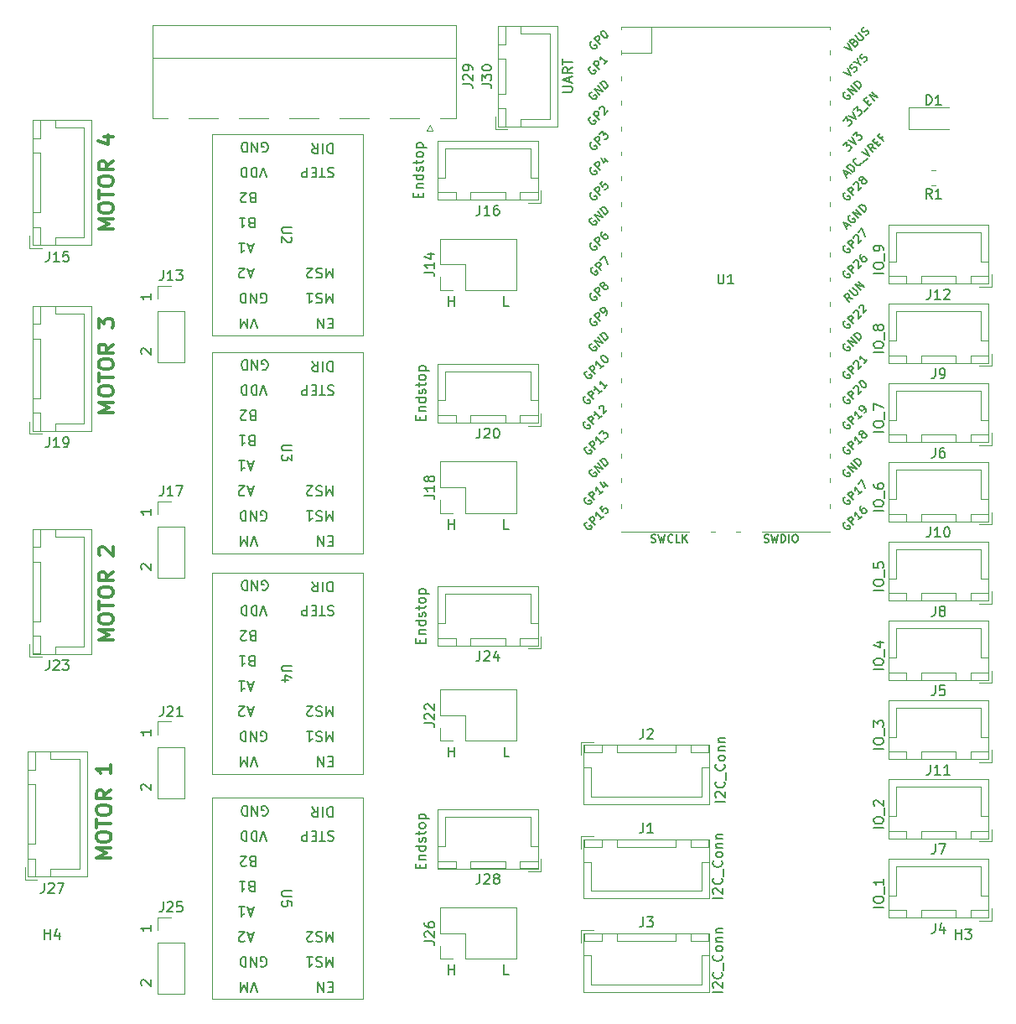
<source format=gbr>
%TF.GenerationSoftware,KiCad,Pcbnew,(6.0.2)*%
%TF.CreationDate,2022-10-21T14:00:44+13:00*%
%TF.ProjectId,PiPicoCNCShield,50695069-636f-4434-9e43-536869656c64,rev?*%
%TF.SameCoordinates,Original*%
%TF.FileFunction,Legend,Top*%
%TF.FilePolarity,Positive*%
%FSLAX46Y46*%
G04 Gerber Fmt 4.6, Leading zero omitted, Abs format (unit mm)*
G04 Created by KiCad (PCBNEW (6.0.2)) date 2022-10-21 14:00:44*
%MOMM*%
%LPD*%
G01*
G04 APERTURE LIST*
%ADD10C,0.150000*%
%ADD11C,0.300000*%
%ADD12C,0.120000*%
G04 APERTURE END LIST*
D10*
X144023809Y-78702380D02*
X144023809Y-77702380D01*
X144023809Y-78178571D02*
X144595238Y-78178571D01*
X144595238Y-78702380D02*
X144595238Y-77702380D01*
X150119047Y-78702380D02*
X149642857Y-78702380D01*
X149642857Y-77702380D01*
X144023809Y-101202380D02*
X144023809Y-100202380D01*
X144023809Y-100678571D02*
X144595238Y-100678571D01*
X144595238Y-101202380D02*
X144595238Y-100202380D01*
X150119047Y-101202380D02*
X149642857Y-101202380D01*
X149642857Y-100202380D01*
X144023809Y-146202380D02*
X144023809Y-145202380D01*
X144023809Y-145678571D02*
X144595238Y-145678571D01*
X144595238Y-146202380D02*
X144595238Y-145202380D01*
X150119047Y-146202380D02*
X149642857Y-146202380D01*
X149642857Y-145202380D01*
X144038809Y-124202380D02*
X144038809Y-123202380D01*
X144038809Y-123678571D02*
X144610238Y-123678571D01*
X144610238Y-124202380D02*
X144610238Y-123202380D01*
X150134047Y-124202380D02*
X149657857Y-124202380D01*
X149657857Y-123202380D01*
X113047619Y-147297619D02*
X113000000Y-147250000D01*
X112952380Y-147154761D01*
X112952380Y-146916666D01*
X113000000Y-146821428D01*
X113047619Y-146773809D01*
X113142857Y-146726190D01*
X113238095Y-146726190D01*
X113380952Y-146773809D01*
X113952380Y-147345238D01*
X113952380Y-146726190D01*
X113952380Y-141202380D02*
X113952380Y-141773809D01*
X113952380Y-141488095D02*
X112952380Y-141488095D01*
X113095238Y-141583333D01*
X113190476Y-141678571D01*
X113238095Y-141773809D01*
X113047619Y-127547619D02*
X113000000Y-127500000D01*
X112952380Y-127404761D01*
X112952380Y-127166666D01*
X113000000Y-127071428D01*
X113047619Y-127023809D01*
X113142857Y-126976190D01*
X113238095Y-126976190D01*
X113380952Y-127023809D01*
X113952380Y-127595238D01*
X113952380Y-126976190D01*
X113952380Y-121452380D02*
X113952380Y-122023809D01*
X113952380Y-121738095D02*
X112952380Y-121738095D01*
X113095238Y-121833333D01*
X113190476Y-121928571D01*
X113238095Y-122023809D01*
X113047619Y-105297619D02*
X113000000Y-105250000D01*
X112952380Y-105154761D01*
X112952380Y-104916666D01*
X113000000Y-104821428D01*
X113047619Y-104773809D01*
X113142857Y-104726190D01*
X113238095Y-104726190D01*
X113380952Y-104773809D01*
X113952380Y-105345238D01*
X113952380Y-104726190D01*
X113952380Y-99202380D02*
X113952380Y-99773809D01*
X113952380Y-99488095D02*
X112952380Y-99488095D01*
X113095238Y-99583333D01*
X113190476Y-99678571D01*
X113238095Y-99773809D01*
X113047619Y-83547619D02*
X113000000Y-83500000D01*
X112952380Y-83404761D01*
X112952380Y-83166666D01*
X113000000Y-83071428D01*
X113047619Y-83023809D01*
X113142857Y-82976190D01*
X113238095Y-82976190D01*
X113380952Y-83023809D01*
X113952380Y-83595238D01*
X113952380Y-82976190D01*
X113952380Y-77452380D02*
X113952380Y-78023809D01*
X113952380Y-77738095D02*
X112952380Y-77738095D01*
X113095238Y-77833333D01*
X113190476Y-77928571D01*
X113238095Y-78023809D01*
X140928571Y-67714285D02*
X140928571Y-67380952D01*
X141452380Y-67238095D02*
X141452380Y-67714285D01*
X140452380Y-67714285D01*
X140452380Y-67238095D01*
X140785714Y-66809523D02*
X141452380Y-66809523D01*
X140880952Y-66809523D02*
X140833333Y-66761904D01*
X140785714Y-66666666D01*
X140785714Y-66523809D01*
X140833333Y-66428571D01*
X140928571Y-66380952D01*
X141452380Y-66380952D01*
X141452380Y-65476190D02*
X140452380Y-65476190D01*
X141404761Y-65476190D02*
X141452380Y-65571428D01*
X141452380Y-65761904D01*
X141404761Y-65857142D01*
X141357142Y-65904761D01*
X141261904Y-65952380D01*
X140976190Y-65952380D01*
X140880952Y-65904761D01*
X140833333Y-65857142D01*
X140785714Y-65761904D01*
X140785714Y-65571428D01*
X140833333Y-65476190D01*
X141404761Y-65047619D02*
X141452380Y-64952380D01*
X141452380Y-64761904D01*
X141404761Y-64666666D01*
X141309523Y-64619047D01*
X141261904Y-64619047D01*
X141166666Y-64666666D01*
X141119047Y-64761904D01*
X141119047Y-64904761D01*
X141071428Y-65000000D01*
X140976190Y-65047619D01*
X140928571Y-65047619D01*
X140833333Y-65000000D01*
X140785714Y-64904761D01*
X140785714Y-64761904D01*
X140833333Y-64666666D01*
X140785714Y-64333333D02*
X140785714Y-63952380D01*
X140452380Y-64190476D02*
X141309523Y-64190476D01*
X141404761Y-64142857D01*
X141452380Y-64047619D01*
X141452380Y-63952380D01*
X141452380Y-63476190D02*
X141404761Y-63571428D01*
X141357142Y-63619047D01*
X141261904Y-63666666D01*
X140976190Y-63666666D01*
X140880952Y-63619047D01*
X140833333Y-63571428D01*
X140785714Y-63476190D01*
X140785714Y-63333333D01*
X140833333Y-63238095D01*
X140880952Y-63190476D01*
X140976190Y-63142857D01*
X141261904Y-63142857D01*
X141357142Y-63190476D01*
X141404761Y-63238095D01*
X141452380Y-63333333D01*
X141452380Y-63476190D01*
X140785714Y-62714285D02*
X141785714Y-62714285D01*
X140833333Y-62714285D02*
X140785714Y-62619047D01*
X140785714Y-62428571D01*
X140833333Y-62333333D01*
X140880952Y-62285714D01*
X140976190Y-62238095D01*
X141261904Y-62238095D01*
X141357142Y-62285714D01*
X141404761Y-62333333D01*
X141452380Y-62428571D01*
X141452380Y-62619047D01*
X141404761Y-62714285D01*
X141178571Y-90214285D02*
X141178571Y-89880952D01*
X141702380Y-89738095D02*
X141702380Y-90214285D01*
X140702380Y-90214285D01*
X140702380Y-89738095D01*
X141035714Y-89309523D02*
X141702380Y-89309523D01*
X141130952Y-89309523D02*
X141083333Y-89261904D01*
X141035714Y-89166666D01*
X141035714Y-89023809D01*
X141083333Y-88928571D01*
X141178571Y-88880952D01*
X141702380Y-88880952D01*
X141702380Y-87976190D02*
X140702380Y-87976190D01*
X141654761Y-87976190D02*
X141702380Y-88071428D01*
X141702380Y-88261904D01*
X141654761Y-88357142D01*
X141607142Y-88404761D01*
X141511904Y-88452380D01*
X141226190Y-88452380D01*
X141130952Y-88404761D01*
X141083333Y-88357142D01*
X141035714Y-88261904D01*
X141035714Y-88071428D01*
X141083333Y-87976190D01*
X141654761Y-87547619D02*
X141702380Y-87452380D01*
X141702380Y-87261904D01*
X141654761Y-87166666D01*
X141559523Y-87119047D01*
X141511904Y-87119047D01*
X141416666Y-87166666D01*
X141369047Y-87261904D01*
X141369047Y-87404761D01*
X141321428Y-87500000D01*
X141226190Y-87547619D01*
X141178571Y-87547619D01*
X141083333Y-87500000D01*
X141035714Y-87404761D01*
X141035714Y-87261904D01*
X141083333Y-87166666D01*
X141035714Y-86833333D02*
X141035714Y-86452380D01*
X140702380Y-86690476D02*
X141559523Y-86690476D01*
X141654761Y-86642857D01*
X141702380Y-86547619D01*
X141702380Y-86452380D01*
X141702380Y-85976190D02*
X141654761Y-86071428D01*
X141607142Y-86119047D01*
X141511904Y-86166666D01*
X141226190Y-86166666D01*
X141130952Y-86119047D01*
X141083333Y-86071428D01*
X141035714Y-85976190D01*
X141035714Y-85833333D01*
X141083333Y-85738095D01*
X141130952Y-85690476D01*
X141226190Y-85642857D01*
X141511904Y-85642857D01*
X141607142Y-85690476D01*
X141654761Y-85738095D01*
X141702380Y-85833333D01*
X141702380Y-85976190D01*
X141035714Y-85214285D02*
X142035714Y-85214285D01*
X141083333Y-85214285D02*
X141035714Y-85119047D01*
X141035714Y-84928571D01*
X141083333Y-84833333D01*
X141130952Y-84785714D01*
X141226190Y-84738095D01*
X141511904Y-84738095D01*
X141607142Y-84785714D01*
X141654761Y-84833333D01*
X141702380Y-84928571D01*
X141702380Y-85119047D01*
X141654761Y-85214285D01*
X141178571Y-112714285D02*
X141178571Y-112380952D01*
X141702380Y-112238095D02*
X141702380Y-112714285D01*
X140702380Y-112714285D01*
X140702380Y-112238095D01*
X141035714Y-111809523D02*
X141702380Y-111809523D01*
X141130952Y-111809523D02*
X141083333Y-111761904D01*
X141035714Y-111666666D01*
X141035714Y-111523809D01*
X141083333Y-111428571D01*
X141178571Y-111380952D01*
X141702380Y-111380952D01*
X141702380Y-110476190D02*
X140702380Y-110476190D01*
X141654761Y-110476190D02*
X141702380Y-110571428D01*
X141702380Y-110761904D01*
X141654761Y-110857142D01*
X141607142Y-110904761D01*
X141511904Y-110952380D01*
X141226190Y-110952380D01*
X141130952Y-110904761D01*
X141083333Y-110857142D01*
X141035714Y-110761904D01*
X141035714Y-110571428D01*
X141083333Y-110476190D01*
X141654761Y-110047619D02*
X141702380Y-109952380D01*
X141702380Y-109761904D01*
X141654761Y-109666666D01*
X141559523Y-109619047D01*
X141511904Y-109619047D01*
X141416666Y-109666666D01*
X141369047Y-109761904D01*
X141369047Y-109904761D01*
X141321428Y-110000000D01*
X141226190Y-110047619D01*
X141178571Y-110047619D01*
X141083333Y-110000000D01*
X141035714Y-109904761D01*
X141035714Y-109761904D01*
X141083333Y-109666666D01*
X141035714Y-109333333D02*
X141035714Y-108952380D01*
X140702380Y-109190476D02*
X141559523Y-109190476D01*
X141654761Y-109142857D01*
X141702380Y-109047619D01*
X141702380Y-108952380D01*
X141702380Y-108476190D02*
X141654761Y-108571428D01*
X141607142Y-108619047D01*
X141511904Y-108666666D01*
X141226190Y-108666666D01*
X141130952Y-108619047D01*
X141083333Y-108571428D01*
X141035714Y-108476190D01*
X141035714Y-108333333D01*
X141083333Y-108238095D01*
X141130952Y-108190476D01*
X141226190Y-108142857D01*
X141511904Y-108142857D01*
X141607142Y-108190476D01*
X141654761Y-108238095D01*
X141702380Y-108333333D01*
X141702380Y-108476190D01*
X141035714Y-107714285D02*
X142035714Y-107714285D01*
X141083333Y-107714285D02*
X141035714Y-107619047D01*
X141035714Y-107428571D01*
X141083333Y-107333333D01*
X141130952Y-107285714D01*
X141226190Y-107238095D01*
X141511904Y-107238095D01*
X141607142Y-107285714D01*
X141654761Y-107333333D01*
X141702380Y-107428571D01*
X141702380Y-107619047D01*
X141654761Y-107714285D01*
X141178571Y-135464285D02*
X141178571Y-135130952D01*
X141702380Y-134988095D02*
X141702380Y-135464285D01*
X140702380Y-135464285D01*
X140702380Y-134988095D01*
X141035714Y-134559523D02*
X141702380Y-134559523D01*
X141130952Y-134559523D02*
X141083333Y-134511904D01*
X141035714Y-134416666D01*
X141035714Y-134273809D01*
X141083333Y-134178571D01*
X141178571Y-134130952D01*
X141702380Y-134130952D01*
X141702380Y-133226190D02*
X140702380Y-133226190D01*
X141654761Y-133226190D02*
X141702380Y-133321428D01*
X141702380Y-133511904D01*
X141654761Y-133607142D01*
X141607142Y-133654761D01*
X141511904Y-133702380D01*
X141226190Y-133702380D01*
X141130952Y-133654761D01*
X141083333Y-133607142D01*
X141035714Y-133511904D01*
X141035714Y-133321428D01*
X141083333Y-133226190D01*
X141654761Y-132797619D02*
X141702380Y-132702380D01*
X141702380Y-132511904D01*
X141654761Y-132416666D01*
X141559523Y-132369047D01*
X141511904Y-132369047D01*
X141416666Y-132416666D01*
X141369047Y-132511904D01*
X141369047Y-132654761D01*
X141321428Y-132750000D01*
X141226190Y-132797619D01*
X141178571Y-132797619D01*
X141083333Y-132750000D01*
X141035714Y-132654761D01*
X141035714Y-132511904D01*
X141083333Y-132416666D01*
X141035714Y-132083333D02*
X141035714Y-131702380D01*
X140702380Y-131940476D02*
X141559523Y-131940476D01*
X141654761Y-131892857D01*
X141702380Y-131797619D01*
X141702380Y-131702380D01*
X141702380Y-131226190D02*
X141654761Y-131321428D01*
X141607142Y-131369047D01*
X141511904Y-131416666D01*
X141226190Y-131416666D01*
X141130952Y-131369047D01*
X141083333Y-131321428D01*
X141035714Y-131226190D01*
X141035714Y-131083333D01*
X141083333Y-130988095D01*
X141130952Y-130940476D01*
X141226190Y-130892857D01*
X141511904Y-130892857D01*
X141607142Y-130940476D01*
X141654761Y-130988095D01*
X141702380Y-131083333D01*
X141702380Y-131226190D01*
X141035714Y-130464285D02*
X142035714Y-130464285D01*
X141083333Y-130464285D02*
X141035714Y-130369047D01*
X141035714Y-130178571D01*
X141083333Y-130083333D01*
X141130952Y-130035714D01*
X141226190Y-129988095D01*
X141511904Y-129988095D01*
X141607142Y-130035714D01*
X141654761Y-130083333D01*
X141702380Y-130178571D01*
X141702380Y-130369047D01*
X141654761Y-130464285D01*
D11*
X110178571Y-70928571D02*
X108678571Y-70928571D01*
X109750000Y-70428571D01*
X108678571Y-69928571D01*
X110178571Y-69928571D01*
X108678571Y-68928571D02*
X108678571Y-68642857D01*
X108750000Y-68500000D01*
X108892857Y-68357142D01*
X109178571Y-68285714D01*
X109678571Y-68285714D01*
X109964285Y-68357142D01*
X110107142Y-68500000D01*
X110178571Y-68642857D01*
X110178571Y-68928571D01*
X110107142Y-69071428D01*
X109964285Y-69214285D01*
X109678571Y-69285714D01*
X109178571Y-69285714D01*
X108892857Y-69214285D01*
X108750000Y-69071428D01*
X108678571Y-68928571D01*
X108678571Y-67857142D02*
X108678571Y-67000000D01*
X110178571Y-67428571D02*
X108678571Y-67428571D01*
X108678571Y-66214285D02*
X108678571Y-65928571D01*
X108750000Y-65785714D01*
X108892857Y-65642857D01*
X109178571Y-65571428D01*
X109678571Y-65571428D01*
X109964285Y-65642857D01*
X110107142Y-65785714D01*
X110178571Y-65928571D01*
X110178571Y-66214285D01*
X110107142Y-66357142D01*
X109964285Y-66500000D01*
X109678571Y-66571428D01*
X109178571Y-66571428D01*
X108892857Y-66500000D01*
X108750000Y-66357142D01*
X108678571Y-66214285D01*
X110178571Y-64071428D02*
X109464285Y-64571428D01*
X110178571Y-64928571D02*
X108678571Y-64928571D01*
X108678571Y-64357142D01*
X108750000Y-64214285D01*
X108821428Y-64142857D01*
X108964285Y-64071428D01*
X109178571Y-64071428D01*
X109321428Y-64142857D01*
X109392857Y-64214285D01*
X109464285Y-64357142D01*
X109464285Y-64928571D01*
X109178571Y-61642857D02*
X110178571Y-61642857D01*
X108607142Y-62000000D02*
X109678571Y-62357142D01*
X109678571Y-61428571D01*
X110178571Y-89428571D02*
X108678571Y-89428571D01*
X109750000Y-88928571D01*
X108678571Y-88428571D01*
X110178571Y-88428571D01*
X108678571Y-87428571D02*
X108678571Y-87142857D01*
X108750000Y-87000000D01*
X108892857Y-86857142D01*
X109178571Y-86785714D01*
X109678571Y-86785714D01*
X109964285Y-86857142D01*
X110107142Y-87000000D01*
X110178571Y-87142857D01*
X110178571Y-87428571D01*
X110107142Y-87571428D01*
X109964285Y-87714285D01*
X109678571Y-87785714D01*
X109178571Y-87785714D01*
X108892857Y-87714285D01*
X108750000Y-87571428D01*
X108678571Y-87428571D01*
X108678571Y-86357142D02*
X108678571Y-85500000D01*
X110178571Y-85928571D02*
X108678571Y-85928571D01*
X108678571Y-84714285D02*
X108678571Y-84428571D01*
X108750000Y-84285714D01*
X108892857Y-84142857D01*
X109178571Y-84071428D01*
X109678571Y-84071428D01*
X109964285Y-84142857D01*
X110107142Y-84285714D01*
X110178571Y-84428571D01*
X110178571Y-84714285D01*
X110107142Y-84857142D01*
X109964285Y-85000000D01*
X109678571Y-85071428D01*
X109178571Y-85071428D01*
X108892857Y-85000000D01*
X108750000Y-84857142D01*
X108678571Y-84714285D01*
X110178571Y-82571428D02*
X109464285Y-83071428D01*
X110178571Y-83428571D02*
X108678571Y-83428571D01*
X108678571Y-82857142D01*
X108750000Y-82714285D01*
X108821428Y-82642857D01*
X108964285Y-82571428D01*
X109178571Y-82571428D01*
X109321428Y-82642857D01*
X109392857Y-82714285D01*
X109464285Y-82857142D01*
X109464285Y-83428571D01*
X108678571Y-80928571D02*
X108678571Y-80000000D01*
X109250000Y-80500000D01*
X109250000Y-80285714D01*
X109321428Y-80142857D01*
X109392857Y-80071428D01*
X109535714Y-80000000D01*
X109892857Y-80000000D01*
X110035714Y-80071428D01*
X110107142Y-80142857D01*
X110178571Y-80285714D01*
X110178571Y-80714285D01*
X110107142Y-80857142D01*
X110035714Y-80928571D01*
X110178571Y-112428571D02*
X108678571Y-112428571D01*
X109750000Y-111928571D01*
X108678571Y-111428571D01*
X110178571Y-111428571D01*
X108678571Y-110428571D02*
X108678571Y-110142857D01*
X108750000Y-110000000D01*
X108892857Y-109857142D01*
X109178571Y-109785714D01*
X109678571Y-109785714D01*
X109964285Y-109857142D01*
X110107142Y-110000000D01*
X110178571Y-110142857D01*
X110178571Y-110428571D01*
X110107142Y-110571428D01*
X109964285Y-110714285D01*
X109678571Y-110785714D01*
X109178571Y-110785714D01*
X108892857Y-110714285D01*
X108750000Y-110571428D01*
X108678571Y-110428571D01*
X108678571Y-109357142D02*
X108678571Y-108500000D01*
X110178571Y-108928571D02*
X108678571Y-108928571D01*
X108678571Y-107714285D02*
X108678571Y-107428571D01*
X108750000Y-107285714D01*
X108892857Y-107142857D01*
X109178571Y-107071428D01*
X109678571Y-107071428D01*
X109964285Y-107142857D01*
X110107142Y-107285714D01*
X110178571Y-107428571D01*
X110178571Y-107714285D01*
X110107142Y-107857142D01*
X109964285Y-108000000D01*
X109678571Y-108071428D01*
X109178571Y-108071428D01*
X108892857Y-108000000D01*
X108750000Y-107857142D01*
X108678571Y-107714285D01*
X110178571Y-105571428D02*
X109464285Y-106071428D01*
X110178571Y-106428571D02*
X108678571Y-106428571D01*
X108678571Y-105857142D01*
X108750000Y-105714285D01*
X108821428Y-105642857D01*
X108964285Y-105571428D01*
X109178571Y-105571428D01*
X109321428Y-105642857D01*
X109392857Y-105714285D01*
X109464285Y-105857142D01*
X109464285Y-106428571D01*
X108821428Y-103857142D02*
X108750000Y-103785714D01*
X108678571Y-103642857D01*
X108678571Y-103285714D01*
X108750000Y-103142857D01*
X108821428Y-103071428D01*
X108964285Y-103000000D01*
X109107142Y-103000000D01*
X109321428Y-103071428D01*
X110178571Y-103928571D01*
X110178571Y-103000000D01*
X109928571Y-134428571D02*
X108428571Y-134428571D01*
X109500000Y-133928571D01*
X108428571Y-133428571D01*
X109928571Y-133428571D01*
X108428571Y-132428571D02*
X108428571Y-132142857D01*
X108500000Y-132000000D01*
X108642857Y-131857142D01*
X108928571Y-131785714D01*
X109428571Y-131785714D01*
X109714285Y-131857142D01*
X109857142Y-132000000D01*
X109928571Y-132142857D01*
X109928571Y-132428571D01*
X109857142Y-132571428D01*
X109714285Y-132714285D01*
X109428571Y-132785714D01*
X108928571Y-132785714D01*
X108642857Y-132714285D01*
X108500000Y-132571428D01*
X108428571Y-132428571D01*
X108428571Y-131357142D02*
X108428571Y-130500000D01*
X109928571Y-130928571D02*
X108428571Y-130928571D01*
X108428571Y-129714285D02*
X108428571Y-129428571D01*
X108500000Y-129285714D01*
X108642857Y-129142857D01*
X108928571Y-129071428D01*
X109428571Y-129071428D01*
X109714285Y-129142857D01*
X109857142Y-129285714D01*
X109928571Y-129428571D01*
X109928571Y-129714285D01*
X109857142Y-129857142D01*
X109714285Y-130000000D01*
X109428571Y-130071428D01*
X108928571Y-130071428D01*
X108642857Y-130000000D01*
X108500000Y-129857142D01*
X108428571Y-129714285D01*
X109928571Y-127571428D02*
X109214285Y-128071428D01*
X109928571Y-128428571D02*
X108428571Y-128428571D01*
X108428571Y-127857142D01*
X108500000Y-127714285D01*
X108571428Y-127642857D01*
X108714285Y-127571428D01*
X108928571Y-127571428D01*
X109071428Y-127642857D01*
X109142857Y-127714285D01*
X109214285Y-127857142D01*
X109214285Y-128428571D01*
X109928571Y-125000000D02*
X109928571Y-125857142D01*
X109928571Y-125428571D02*
X108428571Y-125428571D01*
X108642857Y-125571428D01*
X108785714Y-125714285D01*
X108857142Y-125857142D01*
D10*
%TO.C,R1*%
X192833333Y-67852380D02*
X192500000Y-67376190D01*
X192261904Y-67852380D02*
X192261904Y-66852380D01*
X192642857Y-66852380D01*
X192738095Y-66900000D01*
X192785714Y-66947619D01*
X192833333Y-67042857D01*
X192833333Y-67185714D01*
X192785714Y-67280952D01*
X192738095Y-67328571D01*
X192642857Y-67376190D01*
X192261904Y-67376190D01*
X193785714Y-67852380D02*
X193214285Y-67852380D01*
X193500000Y-67852380D02*
X193500000Y-66852380D01*
X193404761Y-66995238D01*
X193309523Y-67090476D01*
X193214285Y-67138095D01*
%TO.C,J23*%
X103690476Y-114452380D02*
X103690476Y-115166666D01*
X103642857Y-115309523D01*
X103547619Y-115404761D01*
X103404761Y-115452380D01*
X103309523Y-115452380D01*
X104119047Y-114547619D02*
X104166666Y-114500000D01*
X104261904Y-114452380D01*
X104500000Y-114452380D01*
X104595238Y-114500000D01*
X104642857Y-114547619D01*
X104690476Y-114642857D01*
X104690476Y-114738095D01*
X104642857Y-114880952D01*
X104071428Y-115452380D01*
X104690476Y-115452380D01*
X105023809Y-114452380D02*
X105642857Y-114452380D01*
X105309523Y-114833333D01*
X105452380Y-114833333D01*
X105547619Y-114880952D01*
X105595238Y-114928571D01*
X105642857Y-115023809D01*
X105642857Y-115261904D01*
X105595238Y-115357142D01*
X105547619Y-115404761D01*
X105452380Y-115452380D01*
X105166666Y-115452380D01*
X105071428Y-115404761D01*
X105023809Y-115357142D01*
%TO.C,J22*%
X141597380Y-120814523D02*
X142311666Y-120814523D01*
X142454523Y-120862142D01*
X142549761Y-120957380D01*
X142597380Y-121100238D01*
X142597380Y-121195476D01*
X141692619Y-120385952D02*
X141645000Y-120338333D01*
X141597380Y-120243095D01*
X141597380Y-120005000D01*
X141645000Y-119909761D01*
X141692619Y-119862142D01*
X141787857Y-119814523D01*
X141883095Y-119814523D01*
X142025952Y-119862142D01*
X142597380Y-120433571D01*
X142597380Y-119814523D01*
X141692619Y-119433571D02*
X141645000Y-119385952D01*
X141597380Y-119290714D01*
X141597380Y-119052619D01*
X141645000Y-118957380D01*
X141692619Y-118909761D01*
X141787857Y-118862142D01*
X141883095Y-118862142D01*
X142025952Y-118909761D01*
X142597380Y-119481190D01*
X142597380Y-118862142D01*
%TO.C,J13*%
X115190476Y-75097380D02*
X115190476Y-75811666D01*
X115142857Y-75954523D01*
X115047619Y-76049761D01*
X114904761Y-76097380D01*
X114809523Y-76097380D01*
X116190476Y-76097380D02*
X115619047Y-76097380D01*
X115904761Y-76097380D02*
X115904761Y-75097380D01*
X115809523Y-75240238D01*
X115714285Y-75335476D01*
X115619047Y-75383095D01*
X116523809Y-75097380D02*
X117142857Y-75097380D01*
X116809523Y-75478333D01*
X116952380Y-75478333D01*
X117047619Y-75525952D01*
X117095238Y-75573571D01*
X117142857Y-75668809D01*
X117142857Y-75906904D01*
X117095238Y-76002142D01*
X117047619Y-76049761D01*
X116952380Y-76097380D01*
X116666666Y-76097380D01*
X116571428Y-76049761D01*
X116523809Y-76002142D01*
%TO.C,J14*%
X141597380Y-75314523D02*
X142311666Y-75314523D01*
X142454523Y-75362142D01*
X142549761Y-75457380D01*
X142597380Y-75600238D01*
X142597380Y-75695476D01*
X142597380Y-74314523D02*
X142597380Y-74885952D01*
X142597380Y-74600238D02*
X141597380Y-74600238D01*
X141740238Y-74695476D01*
X141835476Y-74790714D01*
X141883095Y-74885952D01*
X141930714Y-73457380D02*
X142597380Y-73457380D01*
X141549761Y-73695476D02*
X142264047Y-73933571D01*
X142264047Y-73314523D01*
%TO.C,J15*%
X103690476Y-73202380D02*
X103690476Y-73916666D01*
X103642857Y-74059523D01*
X103547619Y-74154761D01*
X103404761Y-74202380D01*
X103309523Y-74202380D01*
X104690476Y-74202380D02*
X104119047Y-74202380D01*
X104404761Y-74202380D02*
X104404761Y-73202380D01*
X104309523Y-73345238D01*
X104214285Y-73440476D01*
X104119047Y-73488095D01*
X105595238Y-73202380D02*
X105119047Y-73202380D01*
X105071428Y-73678571D01*
X105119047Y-73630952D01*
X105214285Y-73583333D01*
X105452380Y-73583333D01*
X105547619Y-73630952D01*
X105595238Y-73678571D01*
X105642857Y-73773809D01*
X105642857Y-74011904D01*
X105595238Y-74107142D01*
X105547619Y-74154761D01*
X105452380Y-74202380D01*
X105214285Y-74202380D01*
X105119047Y-74154761D01*
X105071428Y-74107142D01*
%TO.C,J16*%
X147190476Y-68527380D02*
X147190476Y-69241666D01*
X147142857Y-69384523D01*
X147047619Y-69479761D01*
X146904761Y-69527380D01*
X146809523Y-69527380D01*
X148190476Y-69527380D02*
X147619047Y-69527380D01*
X147904761Y-69527380D02*
X147904761Y-68527380D01*
X147809523Y-68670238D01*
X147714285Y-68765476D01*
X147619047Y-68813095D01*
X149047619Y-68527380D02*
X148857142Y-68527380D01*
X148761904Y-68575000D01*
X148714285Y-68622619D01*
X148619047Y-68765476D01*
X148571428Y-68955952D01*
X148571428Y-69336904D01*
X148619047Y-69432142D01*
X148666666Y-69479761D01*
X148761904Y-69527380D01*
X148952380Y-69527380D01*
X149047619Y-69479761D01*
X149095238Y-69432142D01*
X149142857Y-69336904D01*
X149142857Y-69098809D01*
X149095238Y-69003571D01*
X149047619Y-68955952D01*
X148952380Y-68908333D01*
X148761904Y-68908333D01*
X148666666Y-68955952D01*
X148619047Y-69003571D01*
X148571428Y-69098809D01*
%TO.C,J19*%
X103690476Y-91952380D02*
X103690476Y-92666666D01*
X103642857Y-92809523D01*
X103547619Y-92904761D01*
X103404761Y-92952380D01*
X103309523Y-92952380D01*
X104690476Y-92952380D02*
X104119047Y-92952380D01*
X104404761Y-92952380D02*
X104404761Y-91952380D01*
X104309523Y-92095238D01*
X104214285Y-92190476D01*
X104119047Y-92238095D01*
X105166666Y-92952380D02*
X105357142Y-92952380D01*
X105452380Y-92904761D01*
X105500000Y-92857142D01*
X105595238Y-92714285D01*
X105642857Y-92523809D01*
X105642857Y-92142857D01*
X105595238Y-92047619D01*
X105547619Y-92000000D01*
X105452380Y-91952380D01*
X105261904Y-91952380D01*
X105166666Y-92000000D01*
X105119047Y-92047619D01*
X105071428Y-92142857D01*
X105071428Y-92380952D01*
X105119047Y-92476190D01*
X105166666Y-92523809D01*
X105261904Y-92571428D01*
X105452380Y-92571428D01*
X105547619Y-92523809D01*
X105595238Y-92476190D01*
X105642857Y-92380952D01*
%TO.C,J20*%
X147190476Y-91027380D02*
X147190476Y-91741666D01*
X147142857Y-91884523D01*
X147047619Y-91979761D01*
X146904761Y-92027380D01*
X146809523Y-92027380D01*
X147619047Y-91122619D02*
X147666666Y-91075000D01*
X147761904Y-91027380D01*
X148000000Y-91027380D01*
X148095238Y-91075000D01*
X148142857Y-91122619D01*
X148190476Y-91217857D01*
X148190476Y-91313095D01*
X148142857Y-91455952D01*
X147571428Y-92027380D01*
X148190476Y-92027380D01*
X148809523Y-91027380D02*
X148904761Y-91027380D01*
X149000000Y-91075000D01*
X149047619Y-91122619D01*
X149095238Y-91217857D01*
X149142857Y-91408333D01*
X149142857Y-91646428D01*
X149095238Y-91836904D01*
X149047619Y-91932142D01*
X149000000Y-91979761D01*
X148904761Y-92027380D01*
X148809523Y-92027380D01*
X148714285Y-91979761D01*
X148666666Y-91932142D01*
X148619047Y-91836904D01*
X148571428Y-91646428D01*
X148571428Y-91408333D01*
X148619047Y-91217857D01*
X148666666Y-91122619D01*
X148714285Y-91075000D01*
X148809523Y-91027380D01*
%TO.C,J18*%
X141597380Y-97814523D02*
X142311666Y-97814523D01*
X142454523Y-97862142D01*
X142549761Y-97957380D01*
X142597380Y-98100238D01*
X142597380Y-98195476D01*
X142597380Y-96814523D02*
X142597380Y-97385952D01*
X142597380Y-97100238D02*
X141597380Y-97100238D01*
X141740238Y-97195476D01*
X141835476Y-97290714D01*
X141883095Y-97385952D01*
X142025952Y-96243095D02*
X141978333Y-96338333D01*
X141930714Y-96385952D01*
X141835476Y-96433571D01*
X141787857Y-96433571D01*
X141692619Y-96385952D01*
X141645000Y-96338333D01*
X141597380Y-96243095D01*
X141597380Y-96052619D01*
X141645000Y-95957380D01*
X141692619Y-95909761D01*
X141787857Y-95862142D01*
X141835476Y-95862142D01*
X141930714Y-95909761D01*
X141978333Y-95957380D01*
X142025952Y-96052619D01*
X142025952Y-96243095D01*
X142073571Y-96338333D01*
X142121190Y-96385952D01*
X142216428Y-96433571D01*
X142406904Y-96433571D01*
X142502142Y-96385952D01*
X142549761Y-96338333D01*
X142597380Y-96243095D01*
X142597380Y-96052619D01*
X142549761Y-95957380D01*
X142502142Y-95909761D01*
X142406904Y-95862142D01*
X142216428Y-95862142D01*
X142121190Y-95909761D01*
X142073571Y-95957380D01*
X142025952Y-96052619D01*
%TO.C,J17*%
X115190476Y-96847380D02*
X115190476Y-97561666D01*
X115142857Y-97704523D01*
X115047619Y-97799761D01*
X114904761Y-97847380D01*
X114809523Y-97847380D01*
X116190476Y-97847380D02*
X115619047Y-97847380D01*
X115904761Y-97847380D02*
X115904761Y-96847380D01*
X115809523Y-96990238D01*
X115714285Y-97085476D01*
X115619047Y-97133095D01*
X116523809Y-96847380D02*
X117190476Y-96847380D01*
X116761904Y-97847380D01*
%TO.C,J21*%
X115190476Y-119097380D02*
X115190476Y-119811666D01*
X115142857Y-119954523D01*
X115047619Y-120049761D01*
X114904761Y-120097380D01*
X114809523Y-120097380D01*
X115619047Y-119192619D02*
X115666666Y-119145000D01*
X115761904Y-119097380D01*
X116000000Y-119097380D01*
X116095238Y-119145000D01*
X116142857Y-119192619D01*
X116190476Y-119287857D01*
X116190476Y-119383095D01*
X116142857Y-119525952D01*
X115571428Y-120097380D01*
X116190476Y-120097380D01*
X117142857Y-120097380D02*
X116571428Y-120097380D01*
X116857142Y-120097380D02*
X116857142Y-119097380D01*
X116761904Y-119240238D01*
X116666666Y-119335476D01*
X116571428Y-119383095D01*
%TO.C,U3*%
X128170619Y-92738095D02*
X127361095Y-92738095D01*
X127265857Y-92785714D01*
X127218238Y-92833333D01*
X127170619Y-92928571D01*
X127170619Y-93119047D01*
X127218238Y-93214285D01*
X127265857Y-93261904D01*
X127361095Y-93309523D01*
X128170619Y-93309523D01*
X128170619Y-93690476D02*
X128170619Y-94309523D01*
X127789666Y-93976190D01*
X127789666Y-94119047D01*
X127742047Y-94214285D01*
X127694428Y-94261904D01*
X127599190Y-94309523D01*
X127361095Y-94309523D01*
X127265857Y-94261904D01*
X127218238Y-94214285D01*
X127170619Y-94119047D01*
X127170619Y-93833333D01*
X127218238Y-93738095D01*
X127265857Y-93690476D01*
X124273285Y-94603333D02*
X123797095Y-94603333D01*
X124368523Y-94317619D02*
X124035190Y-95317619D01*
X123701857Y-94317619D01*
X122844714Y-94317619D02*
X123416142Y-94317619D01*
X123130428Y-94317619D02*
X123130428Y-95317619D01*
X123225666Y-95174761D01*
X123320904Y-95079523D01*
X123416142Y-95031904D01*
X124217761Y-89761428D02*
X124074904Y-89713809D01*
X124027285Y-89666190D01*
X123979666Y-89570952D01*
X123979666Y-89428095D01*
X124027285Y-89332857D01*
X124074904Y-89285238D01*
X124170142Y-89237619D01*
X124551095Y-89237619D01*
X124551095Y-90237619D01*
X124217761Y-90237619D01*
X124122523Y-90190000D01*
X124074904Y-90142380D01*
X124027285Y-90047142D01*
X124027285Y-89951904D01*
X124074904Y-89856666D01*
X124122523Y-89809047D01*
X124217761Y-89761428D01*
X124551095Y-89761428D01*
X123598714Y-90142380D02*
X123551095Y-90190000D01*
X123455857Y-90237619D01*
X123217761Y-90237619D01*
X123122523Y-90190000D01*
X123074904Y-90142380D01*
X123027285Y-90047142D01*
X123027285Y-89951904D01*
X123074904Y-89809047D01*
X123646333Y-89237619D01*
X123027285Y-89237619D01*
X132337714Y-96857619D02*
X132337714Y-97857619D01*
X132004380Y-97143333D01*
X131671047Y-97857619D01*
X131671047Y-96857619D01*
X131242476Y-96905238D02*
X131099619Y-96857619D01*
X130861523Y-96857619D01*
X130766285Y-96905238D01*
X130718666Y-96952857D01*
X130671047Y-97048095D01*
X130671047Y-97143333D01*
X130718666Y-97238571D01*
X130766285Y-97286190D01*
X130861523Y-97333809D01*
X131052000Y-97381428D01*
X131147238Y-97429047D01*
X131194857Y-97476666D01*
X131242476Y-97571904D01*
X131242476Y-97667142D01*
X131194857Y-97762380D01*
X131147238Y-97810000D01*
X131052000Y-97857619D01*
X130813904Y-97857619D01*
X130671047Y-97810000D01*
X130290095Y-97762380D02*
X130242476Y-97810000D01*
X130147238Y-97857619D01*
X129909142Y-97857619D01*
X129813904Y-97810000D01*
X129766285Y-97762380D01*
X129718666Y-97667142D01*
X129718666Y-97571904D01*
X129766285Y-97429047D01*
X130337714Y-96857619D01*
X129718666Y-96857619D01*
X125654333Y-87697619D02*
X125321000Y-86697619D01*
X124987666Y-87697619D01*
X124654333Y-86697619D02*
X124654333Y-87697619D01*
X124416238Y-87697619D01*
X124273380Y-87650000D01*
X124178142Y-87554761D01*
X124130523Y-87459523D01*
X124082904Y-87269047D01*
X124082904Y-87126190D01*
X124130523Y-86935714D01*
X124178142Y-86840476D01*
X124273380Y-86745238D01*
X124416238Y-86697619D01*
X124654333Y-86697619D01*
X123654333Y-86697619D02*
X123654333Y-87697619D01*
X123416238Y-87697619D01*
X123273380Y-87650000D01*
X123178142Y-87554761D01*
X123130523Y-87459523D01*
X123082904Y-87269047D01*
X123082904Y-87126190D01*
X123130523Y-86935714D01*
X123178142Y-86840476D01*
X123273380Y-86745238D01*
X123416238Y-86697619D01*
X123654333Y-86697619D01*
X132298095Y-102461428D02*
X131964761Y-102461428D01*
X131821904Y-101937619D02*
X132298095Y-101937619D01*
X132298095Y-102937619D01*
X131821904Y-102937619D01*
X131393333Y-101937619D02*
X131393333Y-102937619D01*
X130821904Y-101937619D01*
X130821904Y-102937619D01*
X124090761Y-92301428D02*
X123947904Y-92253809D01*
X123900285Y-92206190D01*
X123852666Y-92110952D01*
X123852666Y-91968095D01*
X123900285Y-91872857D01*
X123947904Y-91825238D01*
X124043142Y-91777619D01*
X124424095Y-91777619D01*
X124424095Y-92777619D01*
X124090761Y-92777619D01*
X123995523Y-92730000D01*
X123947904Y-92682380D01*
X123900285Y-92587142D01*
X123900285Y-92491904D01*
X123947904Y-92396666D01*
X123995523Y-92349047D01*
X124090761Y-92301428D01*
X124424095Y-92301428D01*
X122900285Y-91777619D02*
X123471714Y-91777619D01*
X123186000Y-91777619D02*
X123186000Y-92777619D01*
X123281238Y-92634761D01*
X123376476Y-92539523D01*
X123471714Y-92491904D01*
X132337714Y-99397619D02*
X132337714Y-100397619D01*
X132004380Y-99683333D01*
X131671047Y-100397619D01*
X131671047Y-99397619D01*
X131242476Y-99445238D02*
X131099619Y-99397619D01*
X130861523Y-99397619D01*
X130766285Y-99445238D01*
X130718666Y-99492857D01*
X130671047Y-99588095D01*
X130671047Y-99683333D01*
X130718666Y-99778571D01*
X130766285Y-99826190D01*
X130861523Y-99873809D01*
X131052000Y-99921428D01*
X131147238Y-99969047D01*
X131194857Y-100016666D01*
X131242476Y-100111904D01*
X131242476Y-100207142D01*
X131194857Y-100302380D01*
X131147238Y-100350000D01*
X131052000Y-100397619D01*
X130813904Y-100397619D01*
X130671047Y-100350000D01*
X129718666Y-99397619D02*
X130290095Y-99397619D01*
X130004380Y-99397619D02*
X130004380Y-100397619D01*
X130099619Y-100254761D01*
X130194857Y-100159523D01*
X130290095Y-100111904D01*
X125209904Y-85110000D02*
X125305142Y-85157619D01*
X125448000Y-85157619D01*
X125590857Y-85110000D01*
X125686095Y-85014761D01*
X125733714Y-84919523D01*
X125781333Y-84729047D01*
X125781333Y-84586190D01*
X125733714Y-84395714D01*
X125686095Y-84300476D01*
X125590857Y-84205238D01*
X125448000Y-84157619D01*
X125352761Y-84157619D01*
X125209904Y-84205238D01*
X125162285Y-84252857D01*
X125162285Y-84586190D01*
X125352761Y-84586190D01*
X124733714Y-84157619D02*
X124733714Y-85157619D01*
X124162285Y-84157619D01*
X124162285Y-85157619D01*
X123686095Y-84157619D02*
X123686095Y-85157619D01*
X123448000Y-85157619D01*
X123305142Y-85110000D01*
X123209904Y-85014761D01*
X123162285Y-84919523D01*
X123114666Y-84729047D01*
X123114666Y-84586190D01*
X123162285Y-84395714D01*
X123209904Y-84300476D01*
X123305142Y-84205238D01*
X123448000Y-84157619D01*
X123686095Y-84157619D01*
X125082904Y-100350000D02*
X125178142Y-100397619D01*
X125321000Y-100397619D01*
X125463857Y-100350000D01*
X125559095Y-100254761D01*
X125606714Y-100159523D01*
X125654333Y-99969047D01*
X125654333Y-99826190D01*
X125606714Y-99635714D01*
X125559095Y-99540476D01*
X125463857Y-99445238D01*
X125321000Y-99397619D01*
X125225761Y-99397619D01*
X125082904Y-99445238D01*
X125035285Y-99492857D01*
X125035285Y-99826190D01*
X125225761Y-99826190D01*
X124606714Y-99397619D02*
X124606714Y-100397619D01*
X124035285Y-99397619D01*
X124035285Y-100397619D01*
X123559095Y-99397619D02*
X123559095Y-100397619D01*
X123321000Y-100397619D01*
X123178142Y-100350000D01*
X123082904Y-100254761D01*
X123035285Y-100159523D01*
X122987666Y-99969047D01*
X122987666Y-99826190D01*
X123035285Y-99635714D01*
X123082904Y-99540476D01*
X123178142Y-99445238D01*
X123321000Y-99397619D01*
X123559095Y-99397619D01*
X124717761Y-102937619D02*
X124384428Y-101937619D01*
X124051095Y-102937619D01*
X123717761Y-101937619D02*
X123717761Y-102937619D01*
X123384428Y-102223333D01*
X123051095Y-102937619D01*
X123051095Y-101937619D01*
X132306000Y-84284619D02*
X132306000Y-85284619D01*
X132067904Y-85284619D01*
X131925047Y-85237000D01*
X131829809Y-85141761D01*
X131782190Y-85046523D01*
X131734571Y-84856047D01*
X131734571Y-84713190D01*
X131782190Y-84522714D01*
X131829809Y-84427476D01*
X131925047Y-84332238D01*
X132067904Y-84284619D01*
X132306000Y-84284619D01*
X131306000Y-84284619D02*
X131306000Y-85284619D01*
X130258380Y-84284619D02*
X130591714Y-84760809D01*
X130829809Y-84284619D02*
X130829809Y-85284619D01*
X130448857Y-85284619D01*
X130353619Y-85237000D01*
X130306000Y-85189380D01*
X130258380Y-85094142D01*
X130258380Y-84951285D01*
X130306000Y-84856047D01*
X130353619Y-84808428D01*
X130448857Y-84760809D01*
X130829809Y-84760809D01*
X124273285Y-97143333D02*
X123797095Y-97143333D01*
X124368523Y-96857619D02*
X124035190Y-97857619D01*
X123701857Y-96857619D01*
X123416142Y-97762380D02*
X123368523Y-97810000D01*
X123273285Y-97857619D01*
X123035190Y-97857619D01*
X122939952Y-97810000D01*
X122892333Y-97762380D01*
X122844714Y-97667142D01*
X122844714Y-97571904D01*
X122892333Y-97429047D01*
X123463761Y-96857619D01*
X122844714Y-96857619D01*
X132417047Y-86745238D02*
X132274190Y-86697619D01*
X132036095Y-86697619D01*
X131940857Y-86745238D01*
X131893238Y-86792857D01*
X131845619Y-86888095D01*
X131845619Y-86983333D01*
X131893238Y-87078571D01*
X131940857Y-87126190D01*
X132036095Y-87173809D01*
X132226571Y-87221428D01*
X132321809Y-87269047D01*
X132369428Y-87316666D01*
X132417047Y-87411904D01*
X132417047Y-87507142D01*
X132369428Y-87602380D01*
X132321809Y-87650000D01*
X132226571Y-87697619D01*
X131988476Y-87697619D01*
X131845619Y-87650000D01*
X131559904Y-87697619D02*
X130988476Y-87697619D01*
X131274190Y-86697619D02*
X131274190Y-87697619D01*
X130655142Y-87221428D02*
X130321809Y-87221428D01*
X130178952Y-86697619D02*
X130655142Y-86697619D01*
X130655142Y-87697619D01*
X130178952Y-87697619D01*
X129750380Y-86697619D02*
X129750380Y-87697619D01*
X129369428Y-87697619D01*
X129274190Y-87650000D01*
X129226571Y-87602380D01*
X129178952Y-87507142D01*
X129178952Y-87364285D01*
X129226571Y-87269047D01*
X129274190Y-87221428D01*
X129369428Y-87173809D01*
X129750380Y-87173809D01*
%TO.C,J29*%
X145452380Y-56309523D02*
X146166666Y-56309523D01*
X146309523Y-56357142D01*
X146404761Y-56452380D01*
X146452380Y-56595238D01*
X146452380Y-56690476D01*
X145547619Y-55880952D02*
X145500000Y-55833333D01*
X145452380Y-55738095D01*
X145452380Y-55500000D01*
X145500000Y-55404761D01*
X145547619Y-55357142D01*
X145642857Y-55309523D01*
X145738095Y-55309523D01*
X145880952Y-55357142D01*
X146452380Y-55928571D01*
X146452380Y-55309523D01*
X146452380Y-54833333D02*
X146452380Y-54642857D01*
X146404761Y-54547619D01*
X146357142Y-54500000D01*
X146214285Y-54404761D01*
X146023809Y-54357142D01*
X145642857Y-54357142D01*
X145547619Y-54404761D01*
X145500000Y-54452380D01*
X145452380Y-54547619D01*
X145452380Y-54738095D01*
X145500000Y-54833333D01*
X145547619Y-54880952D01*
X145642857Y-54928571D01*
X145880952Y-54928571D01*
X145976190Y-54880952D01*
X146023809Y-54833333D01*
X146071428Y-54738095D01*
X146071428Y-54547619D01*
X146023809Y-54452380D01*
X145976190Y-54404761D01*
X145880952Y-54357142D01*
%TO.C,J27*%
X103190476Y-136952380D02*
X103190476Y-137666666D01*
X103142857Y-137809523D01*
X103047619Y-137904761D01*
X102904761Y-137952380D01*
X102809523Y-137952380D01*
X103619047Y-137047619D02*
X103666666Y-137000000D01*
X103761904Y-136952380D01*
X104000000Y-136952380D01*
X104095238Y-137000000D01*
X104142857Y-137047619D01*
X104190476Y-137142857D01*
X104190476Y-137238095D01*
X104142857Y-137380952D01*
X103571428Y-137952380D01*
X104190476Y-137952380D01*
X104523809Y-136952380D02*
X105190476Y-136952380D01*
X104761904Y-137952380D01*
%TO.C,J28*%
X147190476Y-136027380D02*
X147190476Y-136741666D01*
X147142857Y-136884523D01*
X147047619Y-136979761D01*
X146904761Y-137027380D01*
X146809523Y-137027380D01*
X147619047Y-136122619D02*
X147666666Y-136075000D01*
X147761904Y-136027380D01*
X148000000Y-136027380D01*
X148095238Y-136075000D01*
X148142857Y-136122619D01*
X148190476Y-136217857D01*
X148190476Y-136313095D01*
X148142857Y-136455952D01*
X147571428Y-137027380D01*
X148190476Y-137027380D01*
X148761904Y-136455952D02*
X148666666Y-136408333D01*
X148619047Y-136360714D01*
X148571428Y-136265476D01*
X148571428Y-136217857D01*
X148619047Y-136122619D01*
X148666666Y-136075000D01*
X148761904Y-136027380D01*
X148952380Y-136027380D01*
X149047619Y-136075000D01*
X149095238Y-136122619D01*
X149142857Y-136217857D01*
X149142857Y-136265476D01*
X149095238Y-136360714D01*
X149047619Y-136408333D01*
X148952380Y-136455952D01*
X148761904Y-136455952D01*
X148666666Y-136503571D01*
X148619047Y-136551190D01*
X148571428Y-136646428D01*
X148571428Y-136836904D01*
X148619047Y-136932142D01*
X148666666Y-136979761D01*
X148761904Y-137027380D01*
X148952380Y-137027380D01*
X149047619Y-136979761D01*
X149095238Y-136932142D01*
X149142857Y-136836904D01*
X149142857Y-136646428D01*
X149095238Y-136551190D01*
X149047619Y-136503571D01*
X148952380Y-136455952D01*
%TO.C,J25*%
X115190476Y-138847380D02*
X115190476Y-139561666D01*
X115142857Y-139704523D01*
X115047619Y-139799761D01*
X114904761Y-139847380D01*
X114809523Y-139847380D01*
X115619047Y-138942619D02*
X115666666Y-138895000D01*
X115761904Y-138847380D01*
X116000000Y-138847380D01*
X116095238Y-138895000D01*
X116142857Y-138942619D01*
X116190476Y-139037857D01*
X116190476Y-139133095D01*
X116142857Y-139275952D01*
X115571428Y-139847380D01*
X116190476Y-139847380D01*
X117095238Y-138847380D02*
X116619047Y-138847380D01*
X116571428Y-139323571D01*
X116619047Y-139275952D01*
X116714285Y-139228333D01*
X116952380Y-139228333D01*
X117047619Y-139275952D01*
X117095238Y-139323571D01*
X117142857Y-139418809D01*
X117142857Y-139656904D01*
X117095238Y-139752142D01*
X117047619Y-139799761D01*
X116952380Y-139847380D01*
X116714285Y-139847380D01*
X116619047Y-139799761D01*
X116571428Y-139752142D01*
%TO.C,U4*%
X128170619Y-114988095D02*
X127361095Y-114988095D01*
X127265857Y-115035714D01*
X127218238Y-115083333D01*
X127170619Y-115178571D01*
X127170619Y-115369047D01*
X127218238Y-115464285D01*
X127265857Y-115511904D01*
X127361095Y-115559523D01*
X128170619Y-115559523D01*
X127837285Y-116464285D02*
X127170619Y-116464285D01*
X128218238Y-116226190D02*
X127503952Y-115988095D01*
X127503952Y-116607142D01*
X132417047Y-108995238D02*
X132274190Y-108947619D01*
X132036095Y-108947619D01*
X131940857Y-108995238D01*
X131893238Y-109042857D01*
X131845619Y-109138095D01*
X131845619Y-109233333D01*
X131893238Y-109328571D01*
X131940857Y-109376190D01*
X132036095Y-109423809D01*
X132226571Y-109471428D01*
X132321809Y-109519047D01*
X132369428Y-109566666D01*
X132417047Y-109661904D01*
X132417047Y-109757142D01*
X132369428Y-109852380D01*
X132321809Y-109900000D01*
X132226571Y-109947619D01*
X131988476Y-109947619D01*
X131845619Y-109900000D01*
X131559904Y-109947619D02*
X130988476Y-109947619D01*
X131274190Y-108947619D02*
X131274190Y-109947619D01*
X130655142Y-109471428D02*
X130321809Y-109471428D01*
X130178952Y-108947619D02*
X130655142Y-108947619D01*
X130655142Y-109947619D01*
X130178952Y-109947619D01*
X129750380Y-108947619D02*
X129750380Y-109947619D01*
X129369428Y-109947619D01*
X129274190Y-109900000D01*
X129226571Y-109852380D01*
X129178952Y-109757142D01*
X129178952Y-109614285D01*
X129226571Y-109519047D01*
X129274190Y-109471428D01*
X129369428Y-109423809D01*
X129750380Y-109423809D01*
X124273285Y-119393333D02*
X123797095Y-119393333D01*
X124368523Y-119107619D02*
X124035190Y-120107619D01*
X123701857Y-119107619D01*
X123416142Y-120012380D02*
X123368523Y-120060000D01*
X123273285Y-120107619D01*
X123035190Y-120107619D01*
X122939952Y-120060000D01*
X122892333Y-120012380D01*
X122844714Y-119917142D01*
X122844714Y-119821904D01*
X122892333Y-119679047D01*
X123463761Y-119107619D01*
X122844714Y-119107619D01*
X132306000Y-106534619D02*
X132306000Y-107534619D01*
X132067904Y-107534619D01*
X131925047Y-107487000D01*
X131829809Y-107391761D01*
X131782190Y-107296523D01*
X131734571Y-107106047D01*
X131734571Y-106963190D01*
X131782190Y-106772714D01*
X131829809Y-106677476D01*
X131925047Y-106582238D01*
X132067904Y-106534619D01*
X132306000Y-106534619D01*
X131306000Y-106534619D02*
X131306000Y-107534619D01*
X130258380Y-106534619D02*
X130591714Y-107010809D01*
X130829809Y-106534619D02*
X130829809Y-107534619D01*
X130448857Y-107534619D01*
X130353619Y-107487000D01*
X130306000Y-107439380D01*
X130258380Y-107344142D01*
X130258380Y-107201285D01*
X130306000Y-107106047D01*
X130353619Y-107058428D01*
X130448857Y-107010809D01*
X130829809Y-107010809D01*
X124717761Y-125187619D02*
X124384428Y-124187619D01*
X124051095Y-125187619D01*
X123717761Y-124187619D02*
X123717761Y-125187619D01*
X123384428Y-124473333D01*
X123051095Y-125187619D01*
X123051095Y-124187619D01*
X125082904Y-122600000D02*
X125178142Y-122647619D01*
X125321000Y-122647619D01*
X125463857Y-122600000D01*
X125559095Y-122504761D01*
X125606714Y-122409523D01*
X125654333Y-122219047D01*
X125654333Y-122076190D01*
X125606714Y-121885714D01*
X125559095Y-121790476D01*
X125463857Y-121695238D01*
X125321000Y-121647619D01*
X125225761Y-121647619D01*
X125082904Y-121695238D01*
X125035285Y-121742857D01*
X125035285Y-122076190D01*
X125225761Y-122076190D01*
X124606714Y-121647619D02*
X124606714Y-122647619D01*
X124035285Y-121647619D01*
X124035285Y-122647619D01*
X123559095Y-121647619D02*
X123559095Y-122647619D01*
X123321000Y-122647619D01*
X123178142Y-122600000D01*
X123082904Y-122504761D01*
X123035285Y-122409523D01*
X122987666Y-122219047D01*
X122987666Y-122076190D01*
X123035285Y-121885714D01*
X123082904Y-121790476D01*
X123178142Y-121695238D01*
X123321000Y-121647619D01*
X123559095Y-121647619D01*
X125209904Y-107360000D02*
X125305142Y-107407619D01*
X125448000Y-107407619D01*
X125590857Y-107360000D01*
X125686095Y-107264761D01*
X125733714Y-107169523D01*
X125781333Y-106979047D01*
X125781333Y-106836190D01*
X125733714Y-106645714D01*
X125686095Y-106550476D01*
X125590857Y-106455238D01*
X125448000Y-106407619D01*
X125352761Y-106407619D01*
X125209904Y-106455238D01*
X125162285Y-106502857D01*
X125162285Y-106836190D01*
X125352761Y-106836190D01*
X124733714Y-106407619D02*
X124733714Y-107407619D01*
X124162285Y-106407619D01*
X124162285Y-107407619D01*
X123686095Y-106407619D02*
X123686095Y-107407619D01*
X123448000Y-107407619D01*
X123305142Y-107360000D01*
X123209904Y-107264761D01*
X123162285Y-107169523D01*
X123114666Y-106979047D01*
X123114666Y-106836190D01*
X123162285Y-106645714D01*
X123209904Y-106550476D01*
X123305142Y-106455238D01*
X123448000Y-106407619D01*
X123686095Y-106407619D01*
X132337714Y-121647619D02*
X132337714Y-122647619D01*
X132004380Y-121933333D01*
X131671047Y-122647619D01*
X131671047Y-121647619D01*
X131242476Y-121695238D02*
X131099619Y-121647619D01*
X130861523Y-121647619D01*
X130766285Y-121695238D01*
X130718666Y-121742857D01*
X130671047Y-121838095D01*
X130671047Y-121933333D01*
X130718666Y-122028571D01*
X130766285Y-122076190D01*
X130861523Y-122123809D01*
X131052000Y-122171428D01*
X131147238Y-122219047D01*
X131194857Y-122266666D01*
X131242476Y-122361904D01*
X131242476Y-122457142D01*
X131194857Y-122552380D01*
X131147238Y-122600000D01*
X131052000Y-122647619D01*
X130813904Y-122647619D01*
X130671047Y-122600000D01*
X129718666Y-121647619D02*
X130290095Y-121647619D01*
X130004380Y-121647619D02*
X130004380Y-122647619D01*
X130099619Y-122504761D01*
X130194857Y-122409523D01*
X130290095Y-122361904D01*
X124090761Y-114551428D02*
X123947904Y-114503809D01*
X123900285Y-114456190D01*
X123852666Y-114360952D01*
X123852666Y-114218095D01*
X123900285Y-114122857D01*
X123947904Y-114075238D01*
X124043142Y-114027619D01*
X124424095Y-114027619D01*
X124424095Y-115027619D01*
X124090761Y-115027619D01*
X123995523Y-114980000D01*
X123947904Y-114932380D01*
X123900285Y-114837142D01*
X123900285Y-114741904D01*
X123947904Y-114646666D01*
X123995523Y-114599047D01*
X124090761Y-114551428D01*
X124424095Y-114551428D01*
X122900285Y-114027619D02*
X123471714Y-114027619D01*
X123186000Y-114027619D02*
X123186000Y-115027619D01*
X123281238Y-114884761D01*
X123376476Y-114789523D01*
X123471714Y-114741904D01*
X132298095Y-124711428D02*
X131964761Y-124711428D01*
X131821904Y-124187619D02*
X132298095Y-124187619D01*
X132298095Y-125187619D01*
X131821904Y-125187619D01*
X131393333Y-124187619D02*
X131393333Y-125187619D01*
X130821904Y-124187619D01*
X130821904Y-125187619D01*
X125654333Y-109947619D02*
X125321000Y-108947619D01*
X124987666Y-109947619D01*
X124654333Y-108947619D02*
X124654333Y-109947619D01*
X124416238Y-109947619D01*
X124273380Y-109900000D01*
X124178142Y-109804761D01*
X124130523Y-109709523D01*
X124082904Y-109519047D01*
X124082904Y-109376190D01*
X124130523Y-109185714D01*
X124178142Y-109090476D01*
X124273380Y-108995238D01*
X124416238Y-108947619D01*
X124654333Y-108947619D01*
X123654333Y-108947619D02*
X123654333Y-109947619D01*
X123416238Y-109947619D01*
X123273380Y-109900000D01*
X123178142Y-109804761D01*
X123130523Y-109709523D01*
X123082904Y-109519047D01*
X123082904Y-109376190D01*
X123130523Y-109185714D01*
X123178142Y-109090476D01*
X123273380Y-108995238D01*
X123416238Y-108947619D01*
X123654333Y-108947619D01*
X132337714Y-119107619D02*
X132337714Y-120107619D01*
X132004380Y-119393333D01*
X131671047Y-120107619D01*
X131671047Y-119107619D01*
X131242476Y-119155238D02*
X131099619Y-119107619D01*
X130861523Y-119107619D01*
X130766285Y-119155238D01*
X130718666Y-119202857D01*
X130671047Y-119298095D01*
X130671047Y-119393333D01*
X130718666Y-119488571D01*
X130766285Y-119536190D01*
X130861523Y-119583809D01*
X131052000Y-119631428D01*
X131147238Y-119679047D01*
X131194857Y-119726666D01*
X131242476Y-119821904D01*
X131242476Y-119917142D01*
X131194857Y-120012380D01*
X131147238Y-120060000D01*
X131052000Y-120107619D01*
X130813904Y-120107619D01*
X130671047Y-120060000D01*
X130290095Y-120012380D02*
X130242476Y-120060000D01*
X130147238Y-120107619D01*
X129909142Y-120107619D01*
X129813904Y-120060000D01*
X129766285Y-120012380D01*
X129718666Y-119917142D01*
X129718666Y-119821904D01*
X129766285Y-119679047D01*
X130337714Y-119107619D01*
X129718666Y-119107619D01*
X124217761Y-112011428D02*
X124074904Y-111963809D01*
X124027285Y-111916190D01*
X123979666Y-111820952D01*
X123979666Y-111678095D01*
X124027285Y-111582857D01*
X124074904Y-111535238D01*
X124170142Y-111487619D01*
X124551095Y-111487619D01*
X124551095Y-112487619D01*
X124217761Y-112487619D01*
X124122523Y-112440000D01*
X124074904Y-112392380D01*
X124027285Y-112297142D01*
X124027285Y-112201904D01*
X124074904Y-112106666D01*
X124122523Y-112059047D01*
X124217761Y-112011428D01*
X124551095Y-112011428D01*
X123598714Y-112392380D02*
X123551095Y-112440000D01*
X123455857Y-112487619D01*
X123217761Y-112487619D01*
X123122523Y-112440000D01*
X123074904Y-112392380D01*
X123027285Y-112297142D01*
X123027285Y-112201904D01*
X123074904Y-112059047D01*
X123646333Y-111487619D01*
X123027285Y-111487619D01*
X124273285Y-116853333D02*
X123797095Y-116853333D01*
X124368523Y-116567619D02*
X124035190Y-117567619D01*
X123701857Y-116567619D01*
X122844714Y-116567619D02*
X123416142Y-116567619D01*
X123130428Y-116567619D02*
X123130428Y-117567619D01*
X123225666Y-117424761D01*
X123320904Y-117329523D01*
X123416142Y-117281904D01*
%TO.C,U2*%
X128170619Y-70738095D02*
X127361095Y-70738095D01*
X127265857Y-70785714D01*
X127218238Y-70833333D01*
X127170619Y-70928571D01*
X127170619Y-71119047D01*
X127218238Y-71214285D01*
X127265857Y-71261904D01*
X127361095Y-71309523D01*
X128170619Y-71309523D01*
X128075380Y-71738095D02*
X128123000Y-71785714D01*
X128170619Y-71880952D01*
X128170619Y-72119047D01*
X128123000Y-72214285D01*
X128075380Y-72261904D01*
X127980142Y-72309523D01*
X127884904Y-72309523D01*
X127742047Y-72261904D01*
X127170619Y-71690476D01*
X127170619Y-72309523D01*
X132417047Y-64745238D02*
X132274190Y-64697619D01*
X132036095Y-64697619D01*
X131940857Y-64745238D01*
X131893238Y-64792857D01*
X131845619Y-64888095D01*
X131845619Y-64983333D01*
X131893238Y-65078571D01*
X131940857Y-65126190D01*
X132036095Y-65173809D01*
X132226571Y-65221428D01*
X132321809Y-65269047D01*
X132369428Y-65316666D01*
X132417047Y-65411904D01*
X132417047Y-65507142D01*
X132369428Y-65602380D01*
X132321809Y-65650000D01*
X132226571Y-65697619D01*
X131988476Y-65697619D01*
X131845619Y-65650000D01*
X131559904Y-65697619D02*
X130988476Y-65697619D01*
X131274190Y-64697619D02*
X131274190Y-65697619D01*
X130655142Y-65221428D02*
X130321809Y-65221428D01*
X130178952Y-64697619D02*
X130655142Y-64697619D01*
X130655142Y-65697619D01*
X130178952Y-65697619D01*
X129750380Y-64697619D02*
X129750380Y-65697619D01*
X129369428Y-65697619D01*
X129274190Y-65650000D01*
X129226571Y-65602380D01*
X129178952Y-65507142D01*
X129178952Y-65364285D01*
X129226571Y-65269047D01*
X129274190Y-65221428D01*
X129369428Y-65173809D01*
X129750380Y-65173809D01*
X124273285Y-75143333D02*
X123797095Y-75143333D01*
X124368523Y-74857619D02*
X124035190Y-75857619D01*
X123701857Y-74857619D01*
X123416142Y-75762380D02*
X123368523Y-75810000D01*
X123273285Y-75857619D01*
X123035190Y-75857619D01*
X122939952Y-75810000D01*
X122892333Y-75762380D01*
X122844714Y-75667142D01*
X122844714Y-75571904D01*
X122892333Y-75429047D01*
X123463761Y-74857619D01*
X122844714Y-74857619D01*
X132306000Y-62284619D02*
X132306000Y-63284619D01*
X132067904Y-63284619D01*
X131925047Y-63237000D01*
X131829809Y-63141761D01*
X131782190Y-63046523D01*
X131734571Y-62856047D01*
X131734571Y-62713190D01*
X131782190Y-62522714D01*
X131829809Y-62427476D01*
X131925047Y-62332238D01*
X132067904Y-62284619D01*
X132306000Y-62284619D01*
X131306000Y-62284619D02*
X131306000Y-63284619D01*
X130258380Y-62284619D02*
X130591714Y-62760809D01*
X130829809Y-62284619D02*
X130829809Y-63284619D01*
X130448857Y-63284619D01*
X130353619Y-63237000D01*
X130306000Y-63189380D01*
X130258380Y-63094142D01*
X130258380Y-62951285D01*
X130306000Y-62856047D01*
X130353619Y-62808428D01*
X130448857Y-62760809D01*
X130829809Y-62760809D01*
X124717761Y-80937619D02*
X124384428Y-79937619D01*
X124051095Y-80937619D01*
X123717761Y-79937619D02*
X123717761Y-80937619D01*
X123384428Y-80223333D01*
X123051095Y-80937619D01*
X123051095Y-79937619D01*
X125082904Y-78350000D02*
X125178142Y-78397619D01*
X125321000Y-78397619D01*
X125463857Y-78350000D01*
X125559095Y-78254761D01*
X125606714Y-78159523D01*
X125654333Y-77969047D01*
X125654333Y-77826190D01*
X125606714Y-77635714D01*
X125559095Y-77540476D01*
X125463857Y-77445238D01*
X125321000Y-77397619D01*
X125225761Y-77397619D01*
X125082904Y-77445238D01*
X125035285Y-77492857D01*
X125035285Y-77826190D01*
X125225761Y-77826190D01*
X124606714Y-77397619D02*
X124606714Y-78397619D01*
X124035285Y-77397619D01*
X124035285Y-78397619D01*
X123559095Y-77397619D02*
X123559095Y-78397619D01*
X123321000Y-78397619D01*
X123178142Y-78350000D01*
X123082904Y-78254761D01*
X123035285Y-78159523D01*
X122987666Y-77969047D01*
X122987666Y-77826190D01*
X123035285Y-77635714D01*
X123082904Y-77540476D01*
X123178142Y-77445238D01*
X123321000Y-77397619D01*
X123559095Y-77397619D01*
X125209904Y-63110000D02*
X125305142Y-63157619D01*
X125448000Y-63157619D01*
X125590857Y-63110000D01*
X125686095Y-63014761D01*
X125733714Y-62919523D01*
X125781333Y-62729047D01*
X125781333Y-62586190D01*
X125733714Y-62395714D01*
X125686095Y-62300476D01*
X125590857Y-62205238D01*
X125448000Y-62157619D01*
X125352761Y-62157619D01*
X125209904Y-62205238D01*
X125162285Y-62252857D01*
X125162285Y-62586190D01*
X125352761Y-62586190D01*
X124733714Y-62157619D02*
X124733714Y-63157619D01*
X124162285Y-62157619D01*
X124162285Y-63157619D01*
X123686095Y-62157619D02*
X123686095Y-63157619D01*
X123448000Y-63157619D01*
X123305142Y-63110000D01*
X123209904Y-63014761D01*
X123162285Y-62919523D01*
X123114666Y-62729047D01*
X123114666Y-62586190D01*
X123162285Y-62395714D01*
X123209904Y-62300476D01*
X123305142Y-62205238D01*
X123448000Y-62157619D01*
X123686095Y-62157619D01*
X132337714Y-77397619D02*
X132337714Y-78397619D01*
X132004380Y-77683333D01*
X131671047Y-78397619D01*
X131671047Y-77397619D01*
X131242476Y-77445238D02*
X131099619Y-77397619D01*
X130861523Y-77397619D01*
X130766285Y-77445238D01*
X130718666Y-77492857D01*
X130671047Y-77588095D01*
X130671047Y-77683333D01*
X130718666Y-77778571D01*
X130766285Y-77826190D01*
X130861523Y-77873809D01*
X131052000Y-77921428D01*
X131147238Y-77969047D01*
X131194857Y-78016666D01*
X131242476Y-78111904D01*
X131242476Y-78207142D01*
X131194857Y-78302380D01*
X131147238Y-78350000D01*
X131052000Y-78397619D01*
X130813904Y-78397619D01*
X130671047Y-78350000D01*
X129718666Y-77397619D02*
X130290095Y-77397619D01*
X130004380Y-77397619D02*
X130004380Y-78397619D01*
X130099619Y-78254761D01*
X130194857Y-78159523D01*
X130290095Y-78111904D01*
X124090761Y-70301428D02*
X123947904Y-70253809D01*
X123900285Y-70206190D01*
X123852666Y-70110952D01*
X123852666Y-69968095D01*
X123900285Y-69872857D01*
X123947904Y-69825238D01*
X124043142Y-69777619D01*
X124424095Y-69777619D01*
X124424095Y-70777619D01*
X124090761Y-70777619D01*
X123995523Y-70730000D01*
X123947904Y-70682380D01*
X123900285Y-70587142D01*
X123900285Y-70491904D01*
X123947904Y-70396666D01*
X123995523Y-70349047D01*
X124090761Y-70301428D01*
X124424095Y-70301428D01*
X122900285Y-69777619D02*
X123471714Y-69777619D01*
X123186000Y-69777619D02*
X123186000Y-70777619D01*
X123281238Y-70634761D01*
X123376476Y-70539523D01*
X123471714Y-70491904D01*
X132298095Y-80461428D02*
X131964761Y-80461428D01*
X131821904Y-79937619D02*
X132298095Y-79937619D01*
X132298095Y-80937619D01*
X131821904Y-80937619D01*
X131393333Y-79937619D02*
X131393333Y-80937619D01*
X130821904Y-79937619D01*
X130821904Y-80937619D01*
X125654333Y-65697619D02*
X125321000Y-64697619D01*
X124987666Y-65697619D01*
X124654333Y-64697619D02*
X124654333Y-65697619D01*
X124416238Y-65697619D01*
X124273380Y-65650000D01*
X124178142Y-65554761D01*
X124130523Y-65459523D01*
X124082904Y-65269047D01*
X124082904Y-65126190D01*
X124130523Y-64935714D01*
X124178142Y-64840476D01*
X124273380Y-64745238D01*
X124416238Y-64697619D01*
X124654333Y-64697619D01*
X123654333Y-64697619D02*
X123654333Y-65697619D01*
X123416238Y-65697619D01*
X123273380Y-65650000D01*
X123178142Y-65554761D01*
X123130523Y-65459523D01*
X123082904Y-65269047D01*
X123082904Y-65126190D01*
X123130523Y-64935714D01*
X123178142Y-64840476D01*
X123273380Y-64745238D01*
X123416238Y-64697619D01*
X123654333Y-64697619D01*
X132337714Y-74857619D02*
X132337714Y-75857619D01*
X132004380Y-75143333D01*
X131671047Y-75857619D01*
X131671047Y-74857619D01*
X131242476Y-74905238D02*
X131099619Y-74857619D01*
X130861523Y-74857619D01*
X130766285Y-74905238D01*
X130718666Y-74952857D01*
X130671047Y-75048095D01*
X130671047Y-75143333D01*
X130718666Y-75238571D01*
X130766285Y-75286190D01*
X130861523Y-75333809D01*
X131052000Y-75381428D01*
X131147238Y-75429047D01*
X131194857Y-75476666D01*
X131242476Y-75571904D01*
X131242476Y-75667142D01*
X131194857Y-75762380D01*
X131147238Y-75810000D01*
X131052000Y-75857619D01*
X130813904Y-75857619D01*
X130671047Y-75810000D01*
X130290095Y-75762380D02*
X130242476Y-75810000D01*
X130147238Y-75857619D01*
X129909142Y-75857619D01*
X129813904Y-75810000D01*
X129766285Y-75762380D01*
X129718666Y-75667142D01*
X129718666Y-75571904D01*
X129766285Y-75429047D01*
X130337714Y-74857619D01*
X129718666Y-74857619D01*
X124217761Y-67761428D02*
X124074904Y-67713809D01*
X124027285Y-67666190D01*
X123979666Y-67570952D01*
X123979666Y-67428095D01*
X124027285Y-67332857D01*
X124074904Y-67285238D01*
X124170142Y-67237619D01*
X124551095Y-67237619D01*
X124551095Y-68237619D01*
X124217761Y-68237619D01*
X124122523Y-68190000D01*
X124074904Y-68142380D01*
X124027285Y-68047142D01*
X124027285Y-67951904D01*
X124074904Y-67856666D01*
X124122523Y-67809047D01*
X124217761Y-67761428D01*
X124551095Y-67761428D01*
X123598714Y-68142380D02*
X123551095Y-68190000D01*
X123455857Y-68237619D01*
X123217761Y-68237619D01*
X123122523Y-68190000D01*
X123074904Y-68142380D01*
X123027285Y-68047142D01*
X123027285Y-67951904D01*
X123074904Y-67809047D01*
X123646333Y-67237619D01*
X123027285Y-67237619D01*
X124273285Y-72603333D02*
X123797095Y-72603333D01*
X124368523Y-72317619D02*
X124035190Y-73317619D01*
X123701857Y-72317619D01*
X122844714Y-72317619D02*
X123416142Y-72317619D01*
X123130428Y-72317619D02*
X123130428Y-73317619D01*
X123225666Y-73174761D01*
X123320904Y-73079523D01*
X123416142Y-73031904D01*
%TO.C,J26*%
X141597380Y-142814523D02*
X142311666Y-142814523D01*
X142454523Y-142862142D01*
X142549761Y-142957380D01*
X142597380Y-143100238D01*
X142597380Y-143195476D01*
X141692619Y-142385952D02*
X141645000Y-142338333D01*
X141597380Y-142243095D01*
X141597380Y-142005000D01*
X141645000Y-141909761D01*
X141692619Y-141862142D01*
X141787857Y-141814523D01*
X141883095Y-141814523D01*
X142025952Y-141862142D01*
X142597380Y-142433571D01*
X142597380Y-141814523D01*
X141597380Y-140957380D02*
X141597380Y-141147857D01*
X141645000Y-141243095D01*
X141692619Y-141290714D01*
X141835476Y-141385952D01*
X142025952Y-141433571D01*
X142406904Y-141433571D01*
X142502142Y-141385952D01*
X142549761Y-141338333D01*
X142597380Y-141243095D01*
X142597380Y-141052619D01*
X142549761Y-140957380D01*
X142502142Y-140909761D01*
X142406904Y-140862142D01*
X142168809Y-140862142D01*
X142073571Y-140909761D01*
X142025952Y-140957380D01*
X141978333Y-141052619D01*
X141978333Y-141243095D01*
X142025952Y-141338333D01*
X142073571Y-141385952D01*
X142168809Y-141433571D01*
%TO.C,J24*%
X147190476Y-113527380D02*
X147190476Y-114241666D01*
X147142857Y-114384523D01*
X147047619Y-114479761D01*
X146904761Y-114527380D01*
X146809523Y-114527380D01*
X147619047Y-113622619D02*
X147666666Y-113575000D01*
X147761904Y-113527380D01*
X148000000Y-113527380D01*
X148095238Y-113575000D01*
X148142857Y-113622619D01*
X148190476Y-113717857D01*
X148190476Y-113813095D01*
X148142857Y-113955952D01*
X147571428Y-114527380D01*
X148190476Y-114527380D01*
X149047619Y-113860714D02*
X149047619Y-114527380D01*
X148809523Y-113479761D02*
X148571428Y-114194047D01*
X149190476Y-114194047D01*
%TO.C,J30*%
X147377380Y-56309523D02*
X148091666Y-56309523D01*
X148234523Y-56357142D01*
X148329761Y-56452380D01*
X148377380Y-56595238D01*
X148377380Y-56690476D01*
X147377380Y-55928571D02*
X147377380Y-55309523D01*
X147758333Y-55642857D01*
X147758333Y-55500000D01*
X147805952Y-55404761D01*
X147853571Y-55357142D01*
X147948809Y-55309523D01*
X148186904Y-55309523D01*
X148282142Y-55357142D01*
X148329761Y-55404761D01*
X148377380Y-55500000D01*
X148377380Y-55785714D01*
X148329761Y-55880952D01*
X148282142Y-55928571D01*
X147377380Y-54690476D02*
X147377380Y-54595238D01*
X147425000Y-54500000D01*
X147472619Y-54452380D01*
X147567857Y-54404761D01*
X147758333Y-54357142D01*
X147996428Y-54357142D01*
X148186904Y-54404761D01*
X148282142Y-54452380D01*
X148329761Y-54500000D01*
X148377380Y-54595238D01*
X148377380Y-54690476D01*
X148329761Y-54785714D01*
X148282142Y-54833333D01*
X148186904Y-54880952D01*
X147996428Y-54928571D01*
X147758333Y-54928571D01*
X147567857Y-54880952D01*
X147472619Y-54833333D01*
X147425000Y-54785714D01*
X147377380Y-54690476D01*
X155527380Y-57095238D02*
X156336904Y-57095238D01*
X156432142Y-57047619D01*
X156479761Y-57000000D01*
X156527380Y-56904761D01*
X156527380Y-56714285D01*
X156479761Y-56619047D01*
X156432142Y-56571428D01*
X156336904Y-56523809D01*
X155527380Y-56523809D01*
X156241666Y-56095238D02*
X156241666Y-55619047D01*
X156527380Y-56190476D02*
X155527380Y-55857142D01*
X156527380Y-55523809D01*
X156527380Y-54619047D02*
X156051190Y-54952380D01*
X156527380Y-55190476D02*
X155527380Y-55190476D01*
X155527380Y-54809523D01*
X155575000Y-54714285D01*
X155622619Y-54666666D01*
X155717857Y-54619047D01*
X155860714Y-54619047D01*
X155955952Y-54666666D01*
X156003571Y-54714285D01*
X156051190Y-54809523D01*
X156051190Y-55190476D01*
X155527380Y-54333333D02*
X155527380Y-53761904D01*
X156527380Y-54047619D02*
X155527380Y-54047619D01*
%TO.C,U5*%
X128170619Y-137738095D02*
X127361095Y-137738095D01*
X127265857Y-137785714D01*
X127218238Y-137833333D01*
X127170619Y-137928571D01*
X127170619Y-138119047D01*
X127218238Y-138214285D01*
X127265857Y-138261904D01*
X127361095Y-138309523D01*
X128170619Y-138309523D01*
X128170619Y-139261904D02*
X128170619Y-138785714D01*
X127694428Y-138738095D01*
X127742047Y-138785714D01*
X127789666Y-138880952D01*
X127789666Y-139119047D01*
X127742047Y-139214285D01*
X127694428Y-139261904D01*
X127599190Y-139309523D01*
X127361095Y-139309523D01*
X127265857Y-139261904D01*
X127218238Y-139214285D01*
X127170619Y-139119047D01*
X127170619Y-138880952D01*
X127218238Y-138785714D01*
X127265857Y-138738095D01*
X132417047Y-131745238D02*
X132274190Y-131697619D01*
X132036095Y-131697619D01*
X131940857Y-131745238D01*
X131893238Y-131792857D01*
X131845619Y-131888095D01*
X131845619Y-131983333D01*
X131893238Y-132078571D01*
X131940857Y-132126190D01*
X132036095Y-132173809D01*
X132226571Y-132221428D01*
X132321809Y-132269047D01*
X132369428Y-132316666D01*
X132417047Y-132411904D01*
X132417047Y-132507142D01*
X132369428Y-132602380D01*
X132321809Y-132650000D01*
X132226571Y-132697619D01*
X131988476Y-132697619D01*
X131845619Y-132650000D01*
X131559904Y-132697619D02*
X130988476Y-132697619D01*
X131274190Y-131697619D02*
X131274190Y-132697619D01*
X130655142Y-132221428D02*
X130321809Y-132221428D01*
X130178952Y-131697619D02*
X130655142Y-131697619D01*
X130655142Y-132697619D01*
X130178952Y-132697619D01*
X129750380Y-131697619D02*
X129750380Y-132697619D01*
X129369428Y-132697619D01*
X129274190Y-132650000D01*
X129226571Y-132602380D01*
X129178952Y-132507142D01*
X129178952Y-132364285D01*
X129226571Y-132269047D01*
X129274190Y-132221428D01*
X129369428Y-132173809D01*
X129750380Y-132173809D01*
X124273285Y-142143333D02*
X123797095Y-142143333D01*
X124368523Y-141857619D02*
X124035190Y-142857619D01*
X123701857Y-141857619D01*
X123416142Y-142762380D02*
X123368523Y-142810000D01*
X123273285Y-142857619D01*
X123035190Y-142857619D01*
X122939952Y-142810000D01*
X122892333Y-142762380D01*
X122844714Y-142667142D01*
X122844714Y-142571904D01*
X122892333Y-142429047D01*
X123463761Y-141857619D01*
X122844714Y-141857619D01*
X132306000Y-129284619D02*
X132306000Y-130284619D01*
X132067904Y-130284619D01*
X131925047Y-130237000D01*
X131829809Y-130141761D01*
X131782190Y-130046523D01*
X131734571Y-129856047D01*
X131734571Y-129713190D01*
X131782190Y-129522714D01*
X131829809Y-129427476D01*
X131925047Y-129332238D01*
X132067904Y-129284619D01*
X132306000Y-129284619D01*
X131306000Y-129284619D02*
X131306000Y-130284619D01*
X130258380Y-129284619D02*
X130591714Y-129760809D01*
X130829809Y-129284619D02*
X130829809Y-130284619D01*
X130448857Y-130284619D01*
X130353619Y-130237000D01*
X130306000Y-130189380D01*
X130258380Y-130094142D01*
X130258380Y-129951285D01*
X130306000Y-129856047D01*
X130353619Y-129808428D01*
X130448857Y-129760809D01*
X130829809Y-129760809D01*
X124717761Y-147937619D02*
X124384428Y-146937619D01*
X124051095Y-147937619D01*
X123717761Y-146937619D02*
X123717761Y-147937619D01*
X123384428Y-147223333D01*
X123051095Y-147937619D01*
X123051095Y-146937619D01*
X125082904Y-145350000D02*
X125178142Y-145397619D01*
X125321000Y-145397619D01*
X125463857Y-145350000D01*
X125559095Y-145254761D01*
X125606714Y-145159523D01*
X125654333Y-144969047D01*
X125654333Y-144826190D01*
X125606714Y-144635714D01*
X125559095Y-144540476D01*
X125463857Y-144445238D01*
X125321000Y-144397619D01*
X125225761Y-144397619D01*
X125082904Y-144445238D01*
X125035285Y-144492857D01*
X125035285Y-144826190D01*
X125225761Y-144826190D01*
X124606714Y-144397619D02*
X124606714Y-145397619D01*
X124035285Y-144397619D01*
X124035285Y-145397619D01*
X123559095Y-144397619D02*
X123559095Y-145397619D01*
X123321000Y-145397619D01*
X123178142Y-145350000D01*
X123082904Y-145254761D01*
X123035285Y-145159523D01*
X122987666Y-144969047D01*
X122987666Y-144826190D01*
X123035285Y-144635714D01*
X123082904Y-144540476D01*
X123178142Y-144445238D01*
X123321000Y-144397619D01*
X123559095Y-144397619D01*
X125209904Y-130110000D02*
X125305142Y-130157619D01*
X125448000Y-130157619D01*
X125590857Y-130110000D01*
X125686095Y-130014761D01*
X125733714Y-129919523D01*
X125781333Y-129729047D01*
X125781333Y-129586190D01*
X125733714Y-129395714D01*
X125686095Y-129300476D01*
X125590857Y-129205238D01*
X125448000Y-129157619D01*
X125352761Y-129157619D01*
X125209904Y-129205238D01*
X125162285Y-129252857D01*
X125162285Y-129586190D01*
X125352761Y-129586190D01*
X124733714Y-129157619D02*
X124733714Y-130157619D01*
X124162285Y-129157619D01*
X124162285Y-130157619D01*
X123686095Y-129157619D02*
X123686095Y-130157619D01*
X123448000Y-130157619D01*
X123305142Y-130110000D01*
X123209904Y-130014761D01*
X123162285Y-129919523D01*
X123114666Y-129729047D01*
X123114666Y-129586190D01*
X123162285Y-129395714D01*
X123209904Y-129300476D01*
X123305142Y-129205238D01*
X123448000Y-129157619D01*
X123686095Y-129157619D01*
X132337714Y-144397619D02*
X132337714Y-145397619D01*
X132004380Y-144683333D01*
X131671047Y-145397619D01*
X131671047Y-144397619D01*
X131242476Y-144445238D02*
X131099619Y-144397619D01*
X130861523Y-144397619D01*
X130766285Y-144445238D01*
X130718666Y-144492857D01*
X130671047Y-144588095D01*
X130671047Y-144683333D01*
X130718666Y-144778571D01*
X130766285Y-144826190D01*
X130861523Y-144873809D01*
X131052000Y-144921428D01*
X131147238Y-144969047D01*
X131194857Y-145016666D01*
X131242476Y-145111904D01*
X131242476Y-145207142D01*
X131194857Y-145302380D01*
X131147238Y-145350000D01*
X131052000Y-145397619D01*
X130813904Y-145397619D01*
X130671047Y-145350000D01*
X129718666Y-144397619D02*
X130290095Y-144397619D01*
X130004380Y-144397619D02*
X130004380Y-145397619D01*
X130099619Y-145254761D01*
X130194857Y-145159523D01*
X130290095Y-145111904D01*
X124090761Y-137301428D02*
X123947904Y-137253809D01*
X123900285Y-137206190D01*
X123852666Y-137110952D01*
X123852666Y-136968095D01*
X123900285Y-136872857D01*
X123947904Y-136825238D01*
X124043142Y-136777619D01*
X124424095Y-136777619D01*
X124424095Y-137777619D01*
X124090761Y-137777619D01*
X123995523Y-137730000D01*
X123947904Y-137682380D01*
X123900285Y-137587142D01*
X123900285Y-137491904D01*
X123947904Y-137396666D01*
X123995523Y-137349047D01*
X124090761Y-137301428D01*
X124424095Y-137301428D01*
X122900285Y-136777619D02*
X123471714Y-136777619D01*
X123186000Y-136777619D02*
X123186000Y-137777619D01*
X123281238Y-137634761D01*
X123376476Y-137539523D01*
X123471714Y-137491904D01*
X132298095Y-147461428D02*
X131964761Y-147461428D01*
X131821904Y-146937619D02*
X132298095Y-146937619D01*
X132298095Y-147937619D01*
X131821904Y-147937619D01*
X131393333Y-146937619D02*
X131393333Y-147937619D01*
X130821904Y-146937619D01*
X130821904Y-147937619D01*
X125654333Y-132697619D02*
X125321000Y-131697619D01*
X124987666Y-132697619D01*
X124654333Y-131697619D02*
X124654333Y-132697619D01*
X124416238Y-132697619D01*
X124273380Y-132650000D01*
X124178142Y-132554761D01*
X124130523Y-132459523D01*
X124082904Y-132269047D01*
X124082904Y-132126190D01*
X124130523Y-131935714D01*
X124178142Y-131840476D01*
X124273380Y-131745238D01*
X124416238Y-131697619D01*
X124654333Y-131697619D01*
X123654333Y-131697619D02*
X123654333Y-132697619D01*
X123416238Y-132697619D01*
X123273380Y-132650000D01*
X123178142Y-132554761D01*
X123130523Y-132459523D01*
X123082904Y-132269047D01*
X123082904Y-132126190D01*
X123130523Y-131935714D01*
X123178142Y-131840476D01*
X123273380Y-131745238D01*
X123416238Y-131697619D01*
X123654333Y-131697619D01*
X132337714Y-141857619D02*
X132337714Y-142857619D01*
X132004380Y-142143333D01*
X131671047Y-142857619D01*
X131671047Y-141857619D01*
X131242476Y-141905238D02*
X131099619Y-141857619D01*
X130861523Y-141857619D01*
X130766285Y-141905238D01*
X130718666Y-141952857D01*
X130671047Y-142048095D01*
X130671047Y-142143333D01*
X130718666Y-142238571D01*
X130766285Y-142286190D01*
X130861523Y-142333809D01*
X131052000Y-142381428D01*
X131147238Y-142429047D01*
X131194857Y-142476666D01*
X131242476Y-142571904D01*
X131242476Y-142667142D01*
X131194857Y-142762380D01*
X131147238Y-142810000D01*
X131052000Y-142857619D01*
X130813904Y-142857619D01*
X130671047Y-142810000D01*
X130290095Y-142762380D02*
X130242476Y-142810000D01*
X130147238Y-142857619D01*
X129909142Y-142857619D01*
X129813904Y-142810000D01*
X129766285Y-142762380D01*
X129718666Y-142667142D01*
X129718666Y-142571904D01*
X129766285Y-142429047D01*
X130337714Y-141857619D01*
X129718666Y-141857619D01*
X124217761Y-134761428D02*
X124074904Y-134713809D01*
X124027285Y-134666190D01*
X123979666Y-134570952D01*
X123979666Y-134428095D01*
X124027285Y-134332857D01*
X124074904Y-134285238D01*
X124170142Y-134237619D01*
X124551095Y-134237619D01*
X124551095Y-135237619D01*
X124217761Y-135237619D01*
X124122523Y-135190000D01*
X124074904Y-135142380D01*
X124027285Y-135047142D01*
X124027285Y-134951904D01*
X124074904Y-134856666D01*
X124122523Y-134809047D01*
X124217761Y-134761428D01*
X124551095Y-134761428D01*
X123598714Y-135142380D02*
X123551095Y-135190000D01*
X123455857Y-135237619D01*
X123217761Y-135237619D01*
X123122523Y-135190000D01*
X123074904Y-135142380D01*
X123027285Y-135047142D01*
X123027285Y-134951904D01*
X123074904Y-134809047D01*
X123646333Y-134237619D01*
X123027285Y-134237619D01*
X124273285Y-139603333D02*
X123797095Y-139603333D01*
X124368523Y-139317619D02*
X124035190Y-140317619D01*
X123701857Y-139317619D01*
X122844714Y-139317619D02*
X123416142Y-139317619D01*
X123130428Y-139317619D02*
X123130428Y-140317619D01*
X123225666Y-140174761D01*
X123320904Y-140079523D01*
X123416142Y-140031904D01*
%TO.C,H4*%
X103238095Y-142602380D02*
X103238095Y-141602380D01*
X103238095Y-142078571D02*
X103809523Y-142078571D01*
X103809523Y-142602380D02*
X103809523Y-141602380D01*
X104714285Y-141935714D02*
X104714285Y-142602380D01*
X104476190Y-141554761D02*
X104238095Y-142269047D01*
X104857142Y-142269047D01*
%TO.C,H3*%
X195238095Y-142602380D02*
X195238095Y-141602380D01*
X195238095Y-142078571D02*
X195809523Y-142078571D01*
X195809523Y-142602380D02*
X195809523Y-141602380D01*
X196190476Y-141602380D02*
X196809523Y-141602380D01*
X196476190Y-141983333D01*
X196619047Y-141983333D01*
X196714285Y-142030952D01*
X196761904Y-142078571D01*
X196809523Y-142173809D01*
X196809523Y-142411904D01*
X196761904Y-142507142D01*
X196714285Y-142554761D01*
X196619047Y-142602380D01*
X196333333Y-142602380D01*
X196238095Y-142554761D01*
X196190476Y-142507142D01*
%TO.C,U1*%
X171238095Y-75452380D02*
X171238095Y-76261904D01*
X171285714Y-76357142D01*
X171333333Y-76404761D01*
X171428571Y-76452380D01*
X171619047Y-76452380D01*
X171714285Y-76404761D01*
X171761904Y-76357142D01*
X171809523Y-76261904D01*
X171809523Y-75452380D01*
X172809523Y-76452380D02*
X172238095Y-76452380D01*
X172523809Y-76452380D02*
X172523809Y-75452380D01*
X172428571Y-75595238D01*
X172333333Y-75690476D01*
X172238095Y-75738095D01*
X184097722Y-72590592D02*
X184016910Y-72617529D01*
X183936097Y-72698341D01*
X183882223Y-72806091D01*
X183882223Y-72913841D01*
X183909160Y-72994653D01*
X183989972Y-73129340D01*
X184070784Y-73210152D01*
X184205471Y-73290964D01*
X184286284Y-73317902D01*
X184394033Y-73317902D01*
X184501783Y-73264027D01*
X184555658Y-73210152D01*
X184609532Y-73102402D01*
X184609532Y-73048528D01*
X184420971Y-72859966D01*
X184313221Y-72967715D01*
X184905844Y-72859966D02*
X184340158Y-72294280D01*
X184555658Y-72078781D01*
X184636470Y-72051844D01*
X184690345Y-72051844D01*
X184771157Y-72078781D01*
X184851969Y-72159593D01*
X184878906Y-72240406D01*
X184878906Y-72294280D01*
X184851969Y-72375093D01*
X184636470Y-72590592D01*
X184932781Y-71809407D02*
X184932781Y-71755532D01*
X184959719Y-71674720D01*
X185094406Y-71540033D01*
X185175218Y-71513096D01*
X185229093Y-71513096D01*
X185309905Y-71540033D01*
X185363780Y-71593908D01*
X185417654Y-71701658D01*
X185417654Y-72348155D01*
X185767841Y-71997969D01*
X185390717Y-71243722D02*
X185767841Y-70866598D01*
X186091089Y-71674720D01*
X184838375Y-77943435D02*
X184380439Y-77862622D01*
X184515126Y-78266683D02*
X183949441Y-77700998D01*
X184164940Y-77485499D01*
X184245752Y-77458561D01*
X184299627Y-77458561D01*
X184380439Y-77485499D01*
X184461251Y-77566311D01*
X184488189Y-77647123D01*
X184488189Y-77700998D01*
X184461251Y-77781810D01*
X184245752Y-77997309D01*
X184515126Y-77135312D02*
X184973062Y-77593248D01*
X185053874Y-77620186D01*
X185107749Y-77620186D01*
X185188561Y-77593248D01*
X185296311Y-77485499D01*
X185323248Y-77404687D01*
X185323248Y-77350812D01*
X185296311Y-77269999D01*
X184838375Y-76812064D01*
X185673435Y-77108375D02*
X185107749Y-76542690D01*
X185996683Y-76785126D01*
X185430998Y-76219441D01*
X157989722Y-85280592D02*
X157908910Y-85307529D01*
X157828097Y-85388341D01*
X157774223Y-85496091D01*
X157774223Y-85603841D01*
X157801160Y-85684653D01*
X157881972Y-85819340D01*
X157962784Y-85900152D01*
X158097471Y-85980964D01*
X158178284Y-86007902D01*
X158286033Y-86007902D01*
X158393783Y-85954027D01*
X158447658Y-85900152D01*
X158501532Y-85792402D01*
X158501532Y-85738528D01*
X158312971Y-85549966D01*
X158205221Y-85657715D01*
X158797844Y-85549966D02*
X158232158Y-84984280D01*
X158447658Y-84768781D01*
X158528470Y-84741844D01*
X158582345Y-84741844D01*
X158663157Y-84768781D01*
X158743969Y-84849593D01*
X158770906Y-84930406D01*
X158770906Y-84984280D01*
X158743969Y-85065093D01*
X158528470Y-85280592D01*
X159659841Y-84687969D02*
X159336592Y-85011218D01*
X159498216Y-84849593D02*
X158932531Y-84283908D01*
X158959468Y-84418595D01*
X158959468Y-84526345D01*
X158932531Y-84607157D01*
X159444341Y-83772097D02*
X159498216Y-83718223D01*
X159579028Y-83691285D01*
X159632903Y-83691285D01*
X159713715Y-83718223D01*
X159848402Y-83799035D01*
X159983089Y-83933722D01*
X160063902Y-84068409D01*
X160090839Y-84149221D01*
X160090839Y-84203096D01*
X160063902Y-84283908D01*
X160010027Y-84337783D01*
X159929215Y-84364720D01*
X159875340Y-84364720D01*
X159794528Y-84337783D01*
X159659841Y-84256971D01*
X159525154Y-84122284D01*
X159444341Y-83987597D01*
X159417404Y-83906784D01*
X159417404Y-83852910D01*
X159444341Y-83772097D01*
X158413096Y-54521218D02*
X158332284Y-54548155D01*
X158251471Y-54628967D01*
X158197597Y-54736717D01*
X158197597Y-54844467D01*
X158224534Y-54925279D01*
X158305346Y-55059966D01*
X158386158Y-55140778D01*
X158520845Y-55221590D01*
X158601658Y-55248528D01*
X158709407Y-55248528D01*
X158817157Y-55194653D01*
X158871032Y-55140778D01*
X158924906Y-55033028D01*
X158924906Y-54979154D01*
X158736345Y-54790592D01*
X158628595Y-54898341D01*
X159221218Y-54790592D02*
X158655532Y-54224906D01*
X158871032Y-54009407D01*
X158951844Y-53982470D01*
X159005719Y-53982470D01*
X159086531Y-54009407D01*
X159167343Y-54090219D01*
X159194280Y-54171032D01*
X159194280Y-54224906D01*
X159167343Y-54305719D01*
X158951844Y-54521218D01*
X160083215Y-53928595D02*
X159759966Y-54251844D01*
X159921590Y-54090219D02*
X159355905Y-53524534D01*
X159382842Y-53659221D01*
X159382842Y-53766971D01*
X159355905Y-53847783D01*
X157843722Y-90360592D02*
X157762910Y-90387529D01*
X157682097Y-90468341D01*
X157628223Y-90576091D01*
X157628223Y-90683841D01*
X157655160Y-90764653D01*
X157735972Y-90899340D01*
X157816784Y-90980152D01*
X157951471Y-91060964D01*
X158032284Y-91087902D01*
X158140033Y-91087902D01*
X158247783Y-91034027D01*
X158301658Y-90980152D01*
X158355532Y-90872402D01*
X158355532Y-90818528D01*
X158166971Y-90629966D01*
X158059221Y-90737715D01*
X158651844Y-90629966D02*
X158086158Y-90064280D01*
X158301658Y-89848781D01*
X158382470Y-89821844D01*
X158436345Y-89821844D01*
X158517157Y-89848781D01*
X158597969Y-89929593D01*
X158624906Y-90010406D01*
X158624906Y-90064280D01*
X158597969Y-90145093D01*
X158382470Y-90360592D01*
X159513841Y-89767969D02*
X159190592Y-90091218D01*
X159352216Y-89929593D02*
X158786531Y-89363908D01*
X158813468Y-89498595D01*
X158813468Y-89606345D01*
X158786531Y-89687157D01*
X159217529Y-89040659D02*
X159217529Y-88986784D01*
X159244467Y-88905972D01*
X159379154Y-88771285D01*
X159459966Y-88744348D01*
X159513841Y-88744348D01*
X159594653Y-88771285D01*
X159648528Y-88825160D01*
X159702402Y-88932910D01*
X159702402Y-89579407D01*
X160052589Y-89229221D01*
X183920473Y-55069966D02*
X184674720Y-55447089D01*
X184297597Y-54692842D01*
X184997969Y-55069966D02*
X185105719Y-55016091D01*
X185240406Y-54881404D01*
X185267343Y-54800592D01*
X185267343Y-54746717D01*
X185240406Y-54665905D01*
X185186531Y-54612030D01*
X185105719Y-54585093D01*
X185051844Y-54585093D01*
X184971032Y-54612030D01*
X184836345Y-54692842D01*
X184755532Y-54719780D01*
X184701658Y-54719780D01*
X184620845Y-54692842D01*
X184566971Y-54638967D01*
X184540033Y-54558155D01*
X184540033Y-54504280D01*
X184566971Y-54423468D01*
X184701658Y-54288781D01*
X184809407Y-54234906D01*
X185428967Y-54154094D02*
X185698341Y-54423468D01*
X184944094Y-54046345D02*
X185428967Y-54154094D01*
X185321218Y-53669221D01*
X186021590Y-54046345D02*
X186129340Y-53992470D01*
X186264027Y-53857783D01*
X186290964Y-53776971D01*
X186290964Y-53723096D01*
X186264027Y-53642284D01*
X186210152Y-53588409D01*
X186129340Y-53561471D01*
X186075465Y-53561471D01*
X185994653Y-53588409D01*
X185859966Y-53669221D01*
X185779154Y-53696158D01*
X185725279Y-53696158D01*
X185644467Y-53669221D01*
X185590592Y-53615346D01*
X185563654Y-53534534D01*
X185563654Y-53480659D01*
X185590592Y-53399847D01*
X185725279Y-53265160D01*
X185833028Y-53211285D01*
X157943722Y-97980592D02*
X157862910Y-98007529D01*
X157782097Y-98088341D01*
X157728223Y-98196091D01*
X157728223Y-98303841D01*
X157755160Y-98384653D01*
X157835972Y-98519340D01*
X157916784Y-98600152D01*
X158051471Y-98680964D01*
X158132284Y-98707902D01*
X158240033Y-98707902D01*
X158347783Y-98654027D01*
X158401658Y-98600152D01*
X158455532Y-98492402D01*
X158455532Y-98438528D01*
X158266971Y-98249966D01*
X158159221Y-98357715D01*
X158751844Y-98249966D02*
X158186158Y-97684280D01*
X158401658Y-97468781D01*
X158482470Y-97441844D01*
X158536345Y-97441844D01*
X158617157Y-97468781D01*
X158697969Y-97549593D01*
X158724906Y-97630406D01*
X158724906Y-97684280D01*
X158697969Y-97765093D01*
X158482470Y-97980592D01*
X159613841Y-97387969D02*
X159290592Y-97711218D01*
X159452216Y-97549593D02*
X158886531Y-96983908D01*
X158913468Y-97118595D01*
X158913468Y-97226345D01*
X158886531Y-97307157D01*
X159721590Y-96525972D02*
X160098714Y-96903096D01*
X159371404Y-96445160D02*
X159640778Y-96983908D01*
X159990964Y-96633722D01*
X158486158Y-82498155D02*
X158405346Y-82525093D01*
X158324534Y-82605905D01*
X158270659Y-82713654D01*
X158270659Y-82821404D01*
X158297597Y-82902216D01*
X158378409Y-83036903D01*
X158459221Y-83117715D01*
X158593908Y-83198528D01*
X158674720Y-83225465D01*
X158782470Y-83225465D01*
X158890219Y-83171590D01*
X158944094Y-83117715D01*
X158997969Y-83009966D01*
X158997969Y-82956091D01*
X158809407Y-82767529D01*
X158701658Y-82875279D01*
X159294280Y-82767529D02*
X158728595Y-82201844D01*
X159617529Y-82444280D01*
X159051844Y-81878595D01*
X159886903Y-82174906D02*
X159321218Y-81609221D01*
X159455905Y-81474534D01*
X159563654Y-81420659D01*
X159671404Y-81420659D01*
X159752216Y-81447597D01*
X159886903Y-81528409D01*
X159967715Y-81609221D01*
X160048528Y-81743908D01*
X160075465Y-81824720D01*
X160075465Y-81932470D01*
X160021590Y-82040219D01*
X159886903Y-82174906D01*
X184097722Y-80200592D02*
X184016910Y-80227529D01*
X183936097Y-80308341D01*
X183882223Y-80416091D01*
X183882223Y-80523841D01*
X183909160Y-80604653D01*
X183989972Y-80739340D01*
X184070784Y-80820152D01*
X184205471Y-80900964D01*
X184286284Y-80927902D01*
X184394033Y-80927902D01*
X184501783Y-80874027D01*
X184555658Y-80820152D01*
X184609532Y-80712402D01*
X184609532Y-80658528D01*
X184420971Y-80469966D01*
X184313221Y-80577715D01*
X184905844Y-80469966D02*
X184340158Y-79904280D01*
X184555658Y-79688781D01*
X184636470Y-79661844D01*
X184690345Y-79661844D01*
X184771157Y-79688781D01*
X184851969Y-79769593D01*
X184878906Y-79850406D01*
X184878906Y-79904280D01*
X184851969Y-79985093D01*
X184636470Y-80200592D01*
X184932781Y-79419407D02*
X184932781Y-79365532D01*
X184959719Y-79284720D01*
X185094406Y-79150033D01*
X185175218Y-79123096D01*
X185229093Y-79123096D01*
X185309905Y-79150033D01*
X185363780Y-79203908D01*
X185417654Y-79311658D01*
X185417654Y-79958155D01*
X185767841Y-79607969D01*
X185471529Y-78880659D02*
X185471529Y-78826784D01*
X185498467Y-78745972D01*
X185633154Y-78611285D01*
X185713966Y-78584348D01*
X185767841Y-78584348D01*
X185848653Y-78611285D01*
X185902528Y-78665160D01*
X185956402Y-78772910D01*
X185956402Y-79419407D01*
X186306589Y-79069221D01*
X184097722Y-85290592D02*
X184016910Y-85317529D01*
X183936097Y-85398341D01*
X183882223Y-85506091D01*
X183882223Y-85613841D01*
X183909160Y-85694653D01*
X183989972Y-85829340D01*
X184070784Y-85910152D01*
X184205471Y-85990964D01*
X184286284Y-86017902D01*
X184394033Y-86017902D01*
X184501783Y-85964027D01*
X184555658Y-85910152D01*
X184609532Y-85802402D01*
X184609532Y-85748528D01*
X184420971Y-85559966D01*
X184313221Y-85667715D01*
X184905844Y-85559966D02*
X184340158Y-84994280D01*
X184555658Y-84778781D01*
X184636470Y-84751844D01*
X184690345Y-84751844D01*
X184771157Y-84778781D01*
X184851969Y-84859593D01*
X184878906Y-84940406D01*
X184878906Y-84994280D01*
X184851969Y-85075093D01*
X184636470Y-85290592D01*
X184932781Y-84509407D02*
X184932781Y-84455532D01*
X184959719Y-84374720D01*
X185094406Y-84240033D01*
X185175218Y-84213096D01*
X185229093Y-84213096D01*
X185309905Y-84240033D01*
X185363780Y-84293908D01*
X185417654Y-84401658D01*
X185417654Y-85048155D01*
X185767841Y-84697969D01*
X186306589Y-84159221D02*
X185983340Y-84482470D01*
X186144964Y-84320845D02*
X185579279Y-83755160D01*
X185606216Y-83889847D01*
X185606216Y-83997597D01*
X185579279Y-84078409D01*
X158513096Y-72311218D02*
X158432284Y-72338155D01*
X158351471Y-72418967D01*
X158297597Y-72526717D01*
X158297597Y-72634467D01*
X158324534Y-72715279D01*
X158405346Y-72849966D01*
X158486158Y-72930778D01*
X158620845Y-73011590D01*
X158701658Y-73038528D01*
X158809407Y-73038528D01*
X158917157Y-72984653D01*
X158971032Y-72930778D01*
X159024906Y-72823028D01*
X159024906Y-72769154D01*
X158836345Y-72580592D01*
X158728595Y-72688341D01*
X159321218Y-72580592D02*
X158755532Y-72014906D01*
X158971032Y-71799407D01*
X159051844Y-71772470D01*
X159105719Y-71772470D01*
X159186531Y-71799407D01*
X159267343Y-71880219D01*
X159294280Y-71961032D01*
X159294280Y-72014906D01*
X159267343Y-72095719D01*
X159051844Y-72311218D01*
X159563654Y-71206784D02*
X159455905Y-71314534D01*
X159428967Y-71395346D01*
X159428967Y-71449221D01*
X159455905Y-71583908D01*
X159536717Y-71718595D01*
X159752216Y-71934094D01*
X159833028Y-71961032D01*
X159886903Y-71961032D01*
X159967715Y-71934094D01*
X160075465Y-71826345D01*
X160102402Y-71745532D01*
X160102402Y-71691658D01*
X160075465Y-71610845D01*
X159940778Y-71476158D01*
X159859966Y-71449221D01*
X159806091Y-71449221D01*
X159725279Y-71476158D01*
X159617529Y-71583908D01*
X159590592Y-71664720D01*
X159590592Y-71718595D01*
X159617529Y-71799407D01*
X184097722Y-92900592D02*
X184016910Y-92927529D01*
X183936097Y-93008341D01*
X183882223Y-93116091D01*
X183882223Y-93223841D01*
X183909160Y-93304653D01*
X183989972Y-93439340D01*
X184070784Y-93520152D01*
X184205471Y-93600964D01*
X184286284Y-93627902D01*
X184394033Y-93627902D01*
X184501783Y-93574027D01*
X184555658Y-93520152D01*
X184609532Y-93412402D01*
X184609532Y-93358528D01*
X184420971Y-93169966D01*
X184313221Y-93277715D01*
X184905844Y-93169966D02*
X184340158Y-92604280D01*
X184555658Y-92388781D01*
X184636470Y-92361844D01*
X184690345Y-92361844D01*
X184771157Y-92388781D01*
X184851969Y-92469593D01*
X184878906Y-92550406D01*
X184878906Y-92604280D01*
X184851969Y-92685093D01*
X184636470Y-92900592D01*
X185767841Y-92307969D02*
X185444592Y-92631218D01*
X185606216Y-92469593D02*
X185040531Y-91903908D01*
X185067468Y-92038595D01*
X185067468Y-92146345D01*
X185040531Y-92227157D01*
X185767841Y-91661471D02*
X185687028Y-91688409D01*
X185633154Y-91688409D01*
X185552341Y-91661471D01*
X185525404Y-91634534D01*
X185498467Y-91553722D01*
X185498467Y-91499847D01*
X185525404Y-91419035D01*
X185633154Y-91311285D01*
X185713966Y-91284348D01*
X185767841Y-91284348D01*
X185848653Y-91311285D01*
X185875590Y-91338223D01*
X185902528Y-91419035D01*
X185902528Y-91472910D01*
X185875590Y-91553722D01*
X185767841Y-91661471D01*
X185740903Y-91742284D01*
X185740903Y-91796158D01*
X185767841Y-91876971D01*
X185875590Y-91984720D01*
X185956402Y-92011658D01*
X186010277Y-92011658D01*
X186091089Y-91984720D01*
X186198839Y-91876971D01*
X186225776Y-91796158D01*
X186225776Y-91742284D01*
X186198839Y-91661471D01*
X186091089Y-91553722D01*
X186010277Y-91526784D01*
X185956402Y-91526784D01*
X185875590Y-91553722D01*
X158413096Y-59611218D02*
X158332284Y-59638155D01*
X158251471Y-59718967D01*
X158197597Y-59826717D01*
X158197597Y-59934467D01*
X158224534Y-60015279D01*
X158305346Y-60149966D01*
X158386158Y-60230778D01*
X158520845Y-60311590D01*
X158601658Y-60338528D01*
X158709407Y-60338528D01*
X158817157Y-60284653D01*
X158871032Y-60230778D01*
X158924906Y-60123028D01*
X158924906Y-60069154D01*
X158736345Y-59880592D01*
X158628595Y-59988341D01*
X159221218Y-59880592D02*
X158655532Y-59314906D01*
X158871032Y-59099407D01*
X158951844Y-59072470D01*
X159005719Y-59072470D01*
X159086531Y-59099407D01*
X159167343Y-59180219D01*
X159194280Y-59261032D01*
X159194280Y-59314906D01*
X159167343Y-59395719D01*
X158951844Y-59611218D01*
X159248155Y-58830033D02*
X159248155Y-58776158D01*
X159275093Y-58695346D01*
X159409780Y-58560659D01*
X159490592Y-58533722D01*
X159544467Y-58533722D01*
X159625279Y-58560659D01*
X159679154Y-58614534D01*
X159733028Y-58722284D01*
X159733028Y-59368781D01*
X160083215Y-59018595D01*
X184097722Y-90360592D02*
X184016910Y-90387529D01*
X183936097Y-90468341D01*
X183882223Y-90576091D01*
X183882223Y-90683841D01*
X183909160Y-90764653D01*
X183989972Y-90899340D01*
X184070784Y-90980152D01*
X184205471Y-91060964D01*
X184286284Y-91087902D01*
X184394033Y-91087902D01*
X184501783Y-91034027D01*
X184555658Y-90980152D01*
X184609532Y-90872402D01*
X184609532Y-90818528D01*
X184420971Y-90629966D01*
X184313221Y-90737715D01*
X184905844Y-90629966D02*
X184340158Y-90064280D01*
X184555658Y-89848781D01*
X184636470Y-89821844D01*
X184690345Y-89821844D01*
X184771157Y-89848781D01*
X184851969Y-89929593D01*
X184878906Y-90010406D01*
X184878906Y-90064280D01*
X184851969Y-90145093D01*
X184636470Y-90360592D01*
X185767841Y-89767969D02*
X185444592Y-90091218D01*
X185606216Y-89929593D02*
X185040531Y-89363908D01*
X185067468Y-89498595D01*
X185067468Y-89606345D01*
X185040531Y-89687157D01*
X186037215Y-89498595D02*
X186144964Y-89390845D01*
X186171902Y-89310033D01*
X186171902Y-89256158D01*
X186144964Y-89121471D01*
X186064152Y-88986784D01*
X185848653Y-88771285D01*
X185767841Y-88744348D01*
X185713966Y-88744348D01*
X185633154Y-88771285D01*
X185525404Y-88879035D01*
X185498467Y-88959847D01*
X185498467Y-89013722D01*
X185525404Y-89094534D01*
X185660091Y-89229221D01*
X185740903Y-89256158D01*
X185794778Y-89256158D01*
X185875590Y-89229221D01*
X185983340Y-89121471D01*
X186010277Y-89040659D01*
X186010277Y-88986784D01*
X185983340Y-88905972D01*
X184097722Y-87820592D02*
X184016910Y-87847529D01*
X183936097Y-87928341D01*
X183882223Y-88036091D01*
X183882223Y-88143841D01*
X183909160Y-88224653D01*
X183989972Y-88359340D01*
X184070784Y-88440152D01*
X184205471Y-88520964D01*
X184286284Y-88547902D01*
X184394033Y-88547902D01*
X184501783Y-88494027D01*
X184555658Y-88440152D01*
X184609532Y-88332402D01*
X184609532Y-88278528D01*
X184420971Y-88089966D01*
X184313221Y-88197715D01*
X184905844Y-88089966D02*
X184340158Y-87524280D01*
X184555658Y-87308781D01*
X184636470Y-87281844D01*
X184690345Y-87281844D01*
X184771157Y-87308781D01*
X184851969Y-87389593D01*
X184878906Y-87470406D01*
X184878906Y-87524280D01*
X184851969Y-87605093D01*
X184636470Y-87820592D01*
X184932781Y-87039407D02*
X184932781Y-86985532D01*
X184959719Y-86904720D01*
X185094406Y-86770033D01*
X185175218Y-86743096D01*
X185229093Y-86743096D01*
X185309905Y-86770033D01*
X185363780Y-86823908D01*
X185417654Y-86931658D01*
X185417654Y-87578155D01*
X185767841Y-87227969D01*
X185552341Y-86312097D02*
X185606216Y-86258223D01*
X185687028Y-86231285D01*
X185740903Y-86231285D01*
X185821715Y-86258223D01*
X185956402Y-86339035D01*
X186091089Y-86473722D01*
X186171902Y-86608409D01*
X186198839Y-86689221D01*
X186198839Y-86743096D01*
X186171902Y-86823908D01*
X186118027Y-86877783D01*
X186037215Y-86904720D01*
X185983340Y-86904720D01*
X185902528Y-86877783D01*
X185767841Y-86796971D01*
X185633154Y-86662284D01*
X185552341Y-86527597D01*
X185525404Y-86446784D01*
X185525404Y-86392910D01*
X185552341Y-86312097D01*
X158486158Y-57098155D02*
X158405346Y-57125093D01*
X158324534Y-57205905D01*
X158270659Y-57313654D01*
X158270659Y-57421404D01*
X158297597Y-57502216D01*
X158378409Y-57636903D01*
X158459221Y-57717715D01*
X158593908Y-57798528D01*
X158674720Y-57825465D01*
X158782470Y-57825465D01*
X158890219Y-57771590D01*
X158944094Y-57717715D01*
X158997969Y-57609966D01*
X158997969Y-57556091D01*
X158809407Y-57367529D01*
X158701658Y-57475279D01*
X159294280Y-57367529D02*
X158728595Y-56801844D01*
X159617529Y-57044280D01*
X159051844Y-56478595D01*
X159886903Y-56774906D02*
X159321218Y-56209221D01*
X159455905Y-56074534D01*
X159563654Y-56020659D01*
X159671404Y-56020659D01*
X159752216Y-56047597D01*
X159886903Y-56128409D01*
X159967715Y-56209221D01*
X160048528Y-56343908D01*
X160075465Y-56424720D01*
X160075465Y-56532470D01*
X160021590Y-56640219D01*
X159886903Y-56774906D01*
X158486158Y-95198155D02*
X158405346Y-95225093D01*
X158324534Y-95305905D01*
X158270659Y-95413654D01*
X158270659Y-95521404D01*
X158297597Y-95602216D01*
X158378409Y-95736903D01*
X158459221Y-95817715D01*
X158593908Y-95898528D01*
X158674720Y-95925465D01*
X158782470Y-95925465D01*
X158890219Y-95871590D01*
X158944094Y-95817715D01*
X158997969Y-95709966D01*
X158997969Y-95656091D01*
X158809407Y-95467529D01*
X158701658Y-95575279D01*
X159294280Y-95467529D02*
X158728595Y-94901844D01*
X159617529Y-95144280D01*
X159051844Y-94578595D01*
X159886903Y-94874906D02*
X159321218Y-94309221D01*
X159455905Y-94174534D01*
X159563654Y-94120659D01*
X159671404Y-94120659D01*
X159752216Y-94147597D01*
X159886903Y-94228409D01*
X159967715Y-94309221D01*
X160048528Y-94443908D01*
X160075465Y-94524720D01*
X160075465Y-94632470D01*
X160021590Y-94740219D01*
X159886903Y-94874906D01*
X158513096Y-62151218D02*
X158432284Y-62178155D01*
X158351471Y-62258967D01*
X158297597Y-62366717D01*
X158297597Y-62474467D01*
X158324534Y-62555279D01*
X158405346Y-62689966D01*
X158486158Y-62770778D01*
X158620845Y-62851590D01*
X158701658Y-62878528D01*
X158809407Y-62878528D01*
X158917157Y-62824653D01*
X158971032Y-62770778D01*
X159024906Y-62663028D01*
X159024906Y-62609154D01*
X158836345Y-62420592D01*
X158728595Y-62528341D01*
X159321218Y-62420592D02*
X158755532Y-61854906D01*
X158971032Y-61639407D01*
X159051844Y-61612470D01*
X159105719Y-61612470D01*
X159186531Y-61639407D01*
X159267343Y-61720219D01*
X159294280Y-61801032D01*
X159294280Y-61854906D01*
X159267343Y-61935719D01*
X159051844Y-62151218D01*
X159267343Y-61343096D02*
X159617529Y-60992910D01*
X159644467Y-61396971D01*
X159725279Y-61316158D01*
X159806091Y-61289221D01*
X159859966Y-61289221D01*
X159940778Y-61316158D01*
X160075465Y-61450845D01*
X160102402Y-61531658D01*
X160102402Y-61585532D01*
X160075465Y-61666345D01*
X159913841Y-61827969D01*
X159833028Y-61854906D01*
X159779154Y-61854906D01*
X158513096Y-51991218D02*
X158432284Y-52018155D01*
X158351471Y-52098967D01*
X158297597Y-52206717D01*
X158297597Y-52314467D01*
X158324534Y-52395279D01*
X158405346Y-52529966D01*
X158486158Y-52610778D01*
X158620845Y-52691590D01*
X158701658Y-52718528D01*
X158809407Y-52718528D01*
X158917157Y-52664653D01*
X158971032Y-52610778D01*
X159024906Y-52503028D01*
X159024906Y-52449154D01*
X158836345Y-52260592D01*
X158728595Y-52368341D01*
X159321218Y-52260592D02*
X158755532Y-51694906D01*
X158971032Y-51479407D01*
X159051844Y-51452470D01*
X159105719Y-51452470D01*
X159186531Y-51479407D01*
X159267343Y-51560219D01*
X159294280Y-51641032D01*
X159294280Y-51694906D01*
X159267343Y-51775719D01*
X159051844Y-51991218D01*
X159428967Y-51021471D02*
X159482842Y-50967597D01*
X159563654Y-50940659D01*
X159617529Y-50940659D01*
X159698341Y-50967597D01*
X159833028Y-51048409D01*
X159967715Y-51183096D01*
X160048528Y-51317783D01*
X160075465Y-51398595D01*
X160075465Y-51452470D01*
X160048528Y-51533282D01*
X159994653Y-51587157D01*
X159913841Y-51614094D01*
X159859966Y-51614094D01*
X159779154Y-51587157D01*
X159644467Y-51506345D01*
X159509780Y-51371658D01*
X159428967Y-51236971D01*
X159402030Y-51156158D01*
X159402030Y-51102284D01*
X159428967Y-51021471D01*
X158513096Y-67231218D02*
X158432284Y-67258155D01*
X158351471Y-67338967D01*
X158297597Y-67446717D01*
X158297597Y-67554467D01*
X158324534Y-67635279D01*
X158405346Y-67769966D01*
X158486158Y-67850778D01*
X158620845Y-67931590D01*
X158701658Y-67958528D01*
X158809407Y-67958528D01*
X158917157Y-67904653D01*
X158971032Y-67850778D01*
X159024906Y-67743028D01*
X159024906Y-67689154D01*
X158836345Y-67500592D01*
X158728595Y-67608341D01*
X159321218Y-67500592D02*
X158755532Y-66934906D01*
X158971032Y-66719407D01*
X159051844Y-66692470D01*
X159105719Y-66692470D01*
X159186531Y-66719407D01*
X159267343Y-66800219D01*
X159294280Y-66881032D01*
X159294280Y-66934906D01*
X159267343Y-67015719D01*
X159051844Y-67231218D01*
X159590592Y-66099847D02*
X159321218Y-66369221D01*
X159563654Y-66665532D01*
X159563654Y-66611658D01*
X159590592Y-66530845D01*
X159725279Y-66396158D01*
X159806091Y-66369221D01*
X159859966Y-66369221D01*
X159940778Y-66396158D01*
X160075465Y-66530845D01*
X160102402Y-66611658D01*
X160102402Y-66665532D01*
X160075465Y-66746345D01*
X159940778Y-66881032D01*
X159859966Y-66907969D01*
X159806091Y-66907969D01*
X175904761Y-102523809D02*
X176019047Y-102561904D01*
X176209523Y-102561904D01*
X176285714Y-102523809D01*
X176323809Y-102485714D01*
X176361904Y-102409523D01*
X176361904Y-102333333D01*
X176323809Y-102257142D01*
X176285714Y-102219047D01*
X176209523Y-102180952D01*
X176057142Y-102142857D01*
X175980952Y-102104761D01*
X175942857Y-102066666D01*
X175904761Y-101990476D01*
X175904761Y-101914285D01*
X175942857Y-101838095D01*
X175980952Y-101800000D01*
X176057142Y-101761904D01*
X176247619Y-101761904D01*
X176361904Y-101800000D01*
X176628571Y-101761904D02*
X176819047Y-102561904D01*
X176971428Y-101990476D01*
X177123809Y-102561904D01*
X177314285Y-101761904D01*
X177619047Y-102561904D02*
X177619047Y-101761904D01*
X177809523Y-101761904D01*
X177923809Y-101800000D01*
X178000000Y-101876190D01*
X178038095Y-101952380D01*
X178076190Y-102104761D01*
X178076190Y-102219047D01*
X178038095Y-102371428D01*
X178000000Y-102447619D01*
X177923809Y-102523809D01*
X177809523Y-102561904D01*
X177619047Y-102561904D01*
X178419047Y-102561904D02*
X178419047Y-101761904D01*
X178952380Y-101761904D02*
X179104761Y-101761904D01*
X179180952Y-101800000D01*
X179257142Y-101876190D01*
X179295238Y-102028571D01*
X179295238Y-102295238D01*
X179257142Y-102447619D01*
X179180952Y-102523809D01*
X179104761Y-102561904D01*
X178952380Y-102561904D01*
X178876190Y-102523809D01*
X178800000Y-102447619D01*
X178761904Y-102295238D01*
X178761904Y-102028571D01*
X178800000Y-101876190D01*
X178876190Y-101800000D01*
X178952380Y-101761904D01*
X158513096Y-79931218D02*
X158432284Y-79958155D01*
X158351471Y-80038967D01*
X158297597Y-80146717D01*
X158297597Y-80254467D01*
X158324534Y-80335279D01*
X158405346Y-80469966D01*
X158486158Y-80550778D01*
X158620845Y-80631590D01*
X158701658Y-80658528D01*
X158809407Y-80658528D01*
X158917157Y-80604653D01*
X158971032Y-80550778D01*
X159024906Y-80443028D01*
X159024906Y-80389154D01*
X158836345Y-80200592D01*
X158728595Y-80308341D01*
X159321218Y-80200592D02*
X158755532Y-79634906D01*
X158971032Y-79419407D01*
X159051844Y-79392470D01*
X159105719Y-79392470D01*
X159186531Y-79419407D01*
X159267343Y-79500219D01*
X159294280Y-79581032D01*
X159294280Y-79634906D01*
X159267343Y-79715719D01*
X159051844Y-79931218D01*
X159913841Y-79607969D02*
X160021590Y-79500219D01*
X160048528Y-79419407D01*
X160048528Y-79365532D01*
X160021590Y-79230845D01*
X159940778Y-79096158D01*
X159725279Y-78880659D01*
X159644467Y-78853722D01*
X159590592Y-78853722D01*
X159509780Y-78880659D01*
X159402030Y-78988409D01*
X159375093Y-79069221D01*
X159375093Y-79123096D01*
X159402030Y-79203908D01*
X159536717Y-79338595D01*
X159617529Y-79365532D01*
X159671404Y-79365532D01*
X159752216Y-79338595D01*
X159859966Y-79230845D01*
X159886903Y-79150033D01*
X159886903Y-79096158D01*
X159859966Y-79015346D01*
X184097722Y-67246592D02*
X184016910Y-67273529D01*
X183936097Y-67354341D01*
X183882223Y-67462091D01*
X183882223Y-67569841D01*
X183909160Y-67650653D01*
X183989972Y-67785340D01*
X184070784Y-67866152D01*
X184205471Y-67946964D01*
X184286284Y-67973902D01*
X184394033Y-67973902D01*
X184501783Y-67920027D01*
X184555658Y-67866152D01*
X184609532Y-67758402D01*
X184609532Y-67704528D01*
X184420971Y-67515966D01*
X184313221Y-67623715D01*
X184905844Y-67515966D02*
X184340158Y-66950280D01*
X184555658Y-66734781D01*
X184636470Y-66707844D01*
X184690345Y-66707844D01*
X184771157Y-66734781D01*
X184851969Y-66815593D01*
X184878906Y-66896406D01*
X184878906Y-66950280D01*
X184851969Y-67031093D01*
X184636470Y-67246592D01*
X184932781Y-66465407D02*
X184932781Y-66411532D01*
X184959719Y-66330720D01*
X185094406Y-66196033D01*
X185175218Y-66169096D01*
X185229093Y-66169096D01*
X185309905Y-66196033D01*
X185363780Y-66249908D01*
X185417654Y-66357658D01*
X185417654Y-67004155D01*
X185767841Y-66653969D01*
X185767841Y-66007471D02*
X185687028Y-66034409D01*
X185633154Y-66034409D01*
X185552341Y-66007471D01*
X185525404Y-65980534D01*
X185498467Y-65899722D01*
X185498467Y-65845847D01*
X185525404Y-65765035D01*
X185633154Y-65657285D01*
X185713966Y-65630348D01*
X185767841Y-65630348D01*
X185848653Y-65657285D01*
X185875590Y-65684223D01*
X185902528Y-65765035D01*
X185902528Y-65818910D01*
X185875590Y-65899722D01*
X185767841Y-66007471D01*
X185740903Y-66088284D01*
X185740903Y-66142158D01*
X185767841Y-66222971D01*
X185875590Y-66330720D01*
X185956402Y-66357658D01*
X186010277Y-66357658D01*
X186091089Y-66330720D01*
X186198839Y-66222971D01*
X186225776Y-66142158D01*
X186225776Y-66088284D01*
X186198839Y-66007471D01*
X186091089Y-65899722D01*
X186010277Y-65872784D01*
X185956402Y-65872784D01*
X185875590Y-65899722D01*
X158486158Y-69798155D02*
X158405346Y-69825093D01*
X158324534Y-69905905D01*
X158270659Y-70013654D01*
X158270659Y-70121404D01*
X158297597Y-70202216D01*
X158378409Y-70336903D01*
X158459221Y-70417715D01*
X158593908Y-70498528D01*
X158674720Y-70525465D01*
X158782470Y-70525465D01*
X158890219Y-70471590D01*
X158944094Y-70417715D01*
X158997969Y-70309966D01*
X158997969Y-70256091D01*
X158809407Y-70067529D01*
X158701658Y-70175279D01*
X159294280Y-70067529D02*
X158728595Y-69501844D01*
X159617529Y-69744280D01*
X159051844Y-69178595D01*
X159886903Y-69474906D02*
X159321218Y-68909221D01*
X159455905Y-68774534D01*
X159563654Y-68720659D01*
X159671404Y-68720659D01*
X159752216Y-68747597D01*
X159886903Y-68828409D01*
X159967715Y-68909221D01*
X160048528Y-69043908D01*
X160075465Y-69124720D01*
X160075465Y-69232470D01*
X160021590Y-69340219D01*
X159886903Y-69474906D01*
X184086158Y-82498155D02*
X184005346Y-82525093D01*
X183924534Y-82605905D01*
X183870659Y-82713654D01*
X183870659Y-82821404D01*
X183897597Y-82902216D01*
X183978409Y-83036903D01*
X184059221Y-83117715D01*
X184193908Y-83198528D01*
X184274720Y-83225465D01*
X184382470Y-83225465D01*
X184490219Y-83171590D01*
X184544094Y-83117715D01*
X184597969Y-83009966D01*
X184597969Y-82956091D01*
X184409407Y-82767529D01*
X184301658Y-82875279D01*
X184894280Y-82767529D02*
X184328595Y-82201844D01*
X185217529Y-82444280D01*
X184651844Y-81878595D01*
X185486903Y-82174906D02*
X184921218Y-81609221D01*
X185055905Y-81474534D01*
X185163654Y-81420659D01*
X185271404Y-81420659D01*
X185352216Y-81447597D01*
X185486903Y-81528409D01*
X185567715Y-81609221D01*
X185648528Y-81743908D01*
X185675465Y-81824720D01*
X185675465Y-81932470D01*
X185621590Y-82040219D01*
X185486903Y-82174906D01*
X184097722Y-100520592D02*
X184016910Y-100547529D01*
X183936097Y-100628341D01*
X183882223Y-100736091D01*
X183882223Y-100843841D01*
X183909160Y-100924653D01*
X183989972Y-101059340D01*
X184070784Y-101140152D01*
X184205471Y-101220964D01*
X184286284Y-101247902D01*
X184394033Y-101247902D01*
X184501783Y-101194027D01*
X184555658Y-101140152D01*
X184609532Y-101032402D01*
X184609532Y-100978528D01*
X184420971Y-100789966D01*
X184313221Y-100897715D01*
X184905844Y-100789966D02*
X184340158Y-100224280D01*
X184555658Y-100008781D01*
X184636470Y-99981844D01*
X184690345Y-99981844D01*
X184771157Y-100008781D01*
X184851969Y-100089593D01*
X184878906Y-100170406D01*
X184878906Y-100224280D01*
X184851969Y-100305093D01*
X184636470Y-100520592D01*
X185767841Y-99927969D02*
X185444592Y-100251218D01*
X185606216Y-100089593D02*
X185040531Y-99523908D01*
X185067468Y-99658595D01*
X185067468Y-99766345D01*
X185040531Y-99847157D01*
X185687028Y-98877410D02*
X185579279Y-98985160D01*
X185552341Y-99065972D01*
X185552341Y-99119847D01*
X185579279Y-99254534D01*
X185660091Y-99389221D01*
X185875590Y-99604720D01*
X185956402Y-99631658D01*
X186010277Y-99631658D01*
X186091089Y-99604720D01*
X186198839Y-99496971D01*
X186225776Y-99416158D01*
X186225776Y-99362284D01*
X186198839Y-99281471D01*
X186064152Y-99146784D01*
X185983340Y-99119847D01*
X185929465Y-99119847D01*
X185848653Y-99146784D01*
X185740903Y-99254534D01*
X185713966Y-99335346D01*
X185713966Y-99389221D01*
X185740903Y-99470033D01*
X158513096Y-77391218D02*
X158432284Y-77418155D01*
X158351471Y-77498967D01*
X158297597Y-77606717D01*
X158297597Y-77714467D01*
X158324534Y-77795279D01*
X158405346Y-77929966D01*
X158486158Y-78010778D01*
X158620845Y-78091590D01*
X158701658Y-78118528D01*
X158809407Y-78118528D01*
X158917157Y-78064653D01*
X158971032Y-78010778D01*
X159024906Y-77903028D01*
X159024906Y-77849154D01*
X158836345Y-77660592D01*
X158728595Y-77768341D01*
X159321218Y-77660592D02*
X158755532Y-77094906D01*
X158971032Y-76879407D01*
X159051844Y-76852470D01*
X159105719Y-76852470D01*
X159186531Y-76879407D01*
X159267343Y-76960219D01*
X159294280Y-77041032D01*
X159294280Y-77094906D01*
X159267343Y-77175719D01*
X159051844Y-77391218D01*
X159644467Y-76690845D02*
X159563654Y-76717783D01*
X159509780Y-76717783D01*
X159428967Y-76690845D01*
X159402030Y-76663908D01*
X159375093Y-76583096D01*
X159375093Y-76529221D01*
X159402030Y-76448409D01*
X159509780Y-76340659D01*
X159590592Y-76313722D01*
X159644467Y-76313722D01*
X159725279Y-76340659D01*
X159752216Y-76367597D01*
X159779154Y-76448409D01*
X159779154Y-76502284D01*
X159752216Y-76583096D01*
X159644467Y-76690845D01*
X159617529Y-76771658D01*
X159617529Y-76825532D01*
X159644467Y-76906345D01*
X159752216Y-77014094D01*
X159833028Y-77041032D01*
X159886903Y-77041032D01*
X159967715Y-77014094D01*
X160075465Y-76906345D01*
X160102402Y-76825532D01*
X160102402Y-76771658D01*
X160075465Y-76690845D01*
X159967715Y-76583096D01*
X159886903Y-76556158D01*
X159833028Y-76556158D01*
X159752216Y-76583096D01*
X183889847Y-62490592D02*
X184240033Y-62140406D01*
X184266971Y-62544467D01*
X184347783Y-62463654D01*
X184428595Y-62436717D01*
X184482470Y-62436717D01*
X184563282Y-62463654D01*
X184697969Y-62598341D01*
X184724906Y-62679154D01*
X184724906Y-62733028D01*
X184697969Y-62813841D01*
X184536345Y-62975465D01*
X184455532Y-63002402D01*
X184401658Y-63002402D01*
X184401658Y-61978781D02*
X185155905Y-62355905D01*
X184778781Y-61601658D01*
X184913468Y-61466971D02*
X185263654Y-61116784D01*
X185290592Y-61520845D01*
X185371404Y-61440033D01*
X185452216Y-61413096D01*
X185506091Y-61413096D01*
X185586903Y-61440033D01*
X185721590Y-61574720D01*
X185748528Y-61655532D01*
X185748528Y-61709407D01*
X185721590Y-61790219D01*
X185559966Y-61951844D01*
X185479154Y-61978781D01*
X185425279Y-61978781D01*
X183922131Y-59958308D02*
X184272317Y-59608122D01*
X184299255Y-60012183D01*
X184380067Y-59931370D01*
X184460879Y-59904433D01*
X184514754Y-59904433D01*
X184595566Y-59931370D01*
X184730253Y-60066057D01*
X184757190Y-60146870D01*
X184757190Y-60200744D01*
X184730253Y-60281557D01*
X184568629Y-60443181D01*
X184487816Y-60470118D01*
X184433942Y-60470118D01*
X184433942Y-59446497D02*
X185188189Y-59823621D01*
X184811065Y-59069374D01*
X184945752Y-58934687D02*
X185295938Y-58584500D01*
X185322876Y-58988561D01*
X185403688Y-58907749D01*
X185484500Y-58880812D01*
X185538375Y-58880812D01*
X185619187Y-58907749D01*
X185753874Y-59042436D01*
X185780812Y-59123248D01*
X185780812Y-59177123D01*
X185753874Y-59257935D01*
X185592250Y-59419560D01*
X185511438Y-59446497D01*
X185457563Y-59446497D01*
X186023248Y-59096311D02*
X186454247Y-58665312D01*
X186238748Y-58180439D02*
X186427309Y-57991877D01*
X186804433Y-58207377D02*
X186535059Y-58476751D01*
X185969374Y-57911065D01*
X186238748Y-57641691D01*
X187046870Y-57964940D02*
X186481184Y-57399255D01*
X187370118Y-57641691D01*
X186804433Y-57076006D01*
X164490476Y-102523809D02*
X164604761Y-102561904D01*
X164795238Y-102561904D01*
X164871428Y-102523809D01*
X164909523Y-102485714D01*
X164947619Y-102409523D01*
X164947619Y-102333333D01*
X164909523Y-102257142D01*
X164871428Y-102219047D01*
X164795238Y-102180952D01*
X164642857Y-102142857D01*
X164566666Y-102104761D01*
X164528571Y-102066666D01*
X164490476Y-101990476D01*
X164490476Y-101914285D01*
X164528571Y-101838095D01*
X164566666Y-101800000D01*
X164642857Y-101761904D01*
X164833333Y-101761904D01*
X164947619Y-101800000D01*
X165214285Y-101761904D02*
X165404761Y-102561904D01*
X165557142Y-101990476D01*
X165709523Y-102561904D01*
X165900000Y-101761904D01*
X166661904Y-102485714D02*
X166623809Y-102523809D01*
X166509523Y-102561904D01*
X166433333Y-102561904D01*
X166319047Y-102523809D01*
X166242857Y-102447619D01*
X166204761Y-102371428D01*
X166166666Y-102219047D01*
X166166666Y-102104761D01*
X166204761Y-101952380D01*
X166242857Y-101876190D01*
X166319047Y-101800000D01*
X166433333Y-101761904D01*
X166509523Y-101761904D01*
X166623809Y-101800000D01*
X166661904Y-101838095D01*
X167385714Y-102561904D02*
X167004761Y-102561904D01*
X167004761Y-101761904D01*
X167652380Y-102561904D02*
X167652380Y-101761904D01*
X168109523Y-102561904D02*
X167766666Y-102104761D01*
X168109523Y-101761904D02*
X167652380Y-102219047D01*
X184097722Y-75120592D02*
X184016910Y-75147529D01*
X183936097Y-75228341D01*
X183882223Y-75336091D01*
X183882223Y-75443841D01*
X183909160Y-75524653D01*
X183989972Y-75659340D01*
X184070784Y-75740152D01*
X184205471Y-75820964D01*
X184286284Y-75847902D01*
X184394033Y-75847902D01*
X184501783Y-75794027D01*
X184555658Y-75740152D01*
X184609532Y-75632402D01*
X184609532Y-75578528D01*
X184420971Y-75389966D01*
X184313221Y-75497715D01*
X184905844Y-75389966D02*
X184340158Y-74824280D01*
X184555658Y-74608781D01*
X184636470Y-74581844D01*
X184690345Y-74581844D01*
X184771157Y-74608781D01*
X184851969Y-74689593D01*
X184878906Y-74770406D01*
X184878906Y-74824280D01*
X184851969Y-74905093D01*
X184636470Y-75120592D01*
X184932781Y-74339407D02*
X184932781Y-74285532D01*
X184959719Y-74204720D01*
X185094406Y-74070033D01*
X185175218Y-74043096D01*
X185229093Y-74043096D01*
X185309905Y-74070033D01*
X185363780Y-74123908D01*
X185417654Y-74231658D01*
X185417654Y-74878155D01*
X185767841Y-74527969D01*
X185687028Y-73477410D02*
X185579279Y-73585160D01*
X185552341Y-73665972D01*
X185552341Y-73719847D01*
X185579279Y-73854534D01*
X185660091Y-73989221D01*
X185875590Y-74204720D01*
X185956402Y-74231658D01*
X186010277Y-74231658D01*
X186091089Y-74204720D01*
X186198839Y-74096971D01*
X186225776Y-74016158D01*
X186225776Y-73962284D01*
X186198839Y-73881471D01*
X186064152Y-73746784D01*
X185983340Y-73719847D01*
X185929465Y-73719847D01*
X185848653Y-73746784D01*
X185740903Y-73854534D01*
X185713966Y-73935346D01*
X185713966Y-73989221D01*
X185740903Y-74070033D01*
X184097722Y-97980592D02*
X184016910Y-98007529D01*
X183936097Y-98088341D01*
X183882223Y-98196091D01*
X183882223Y-98303841D01*
X183909160Y-98384653D01*
X183989972Y-98519340D01*
X184070784Y-98600152D01*
X184205471Y-98680964D01*
X184286284Y-98707902D01*
X184394033Y-98707902D01*
X184501783Y-98654027D01*
X184555658Y-98600152D01*
X184609532Y-98492402D01*
X184609532Y-98438528D01*
X184420971Y-98249966D01*
X184313221Y-98357715D01*
X184905844Y-98249966D02*
X184340158Y-97684280D01*
X184555658Y-97468781D01*
X184636470Y-97441844D01*
X184690345Y-97441844D01*
X184771157Y-97468781D01*
X184851969Y-97549593D01*
X184878906Y-97630406D01*
X184878906Y-97684280D01*
X184851969Y-97765093D01*
X184636470Y-97980592D01*
X185767841Y-97387969D02*
X185444592Y-97711218D01*
X185606216Y-97549593D02*
X185040531Y-96983908D01*
X185067468Y-97118595D01*
X185067468Y-97226345D01*
X185040531Y-97307157D01*
X185390717Y-96633722D02*
X185767841Y-96256598D01*
X186091089Y-97064720D01*
X157989722Y-100520592D02*
X157908910Y-100547529D01*
X157828097Y-100628341D01*
X157774223Y-100736091D01*
X157774223Y-100843841D01*
X157801160Y-100924653D01*
X157881972Y-101059340D01*
X157962784Y-101140152D01*
X158097471Y-101220964D01*
X158178284Y-101247902D01*
X158286033Y-101247902D01*
X158393783Y-101194027D01*
X158447658Y-101140152D01*
X158501532Y-101032402D01*
X158501532Y-100978528D01*
X158312971Y-100789966D01*
X158205221Y-100897715D01*
X158797844Y-100789966D02*
X158232158Y-100224280D01*
X158447658Y-100008781D01*
X158528470Y-99981844D01*
X158582345Y-99981844D01*
X158663157Y-100008781D01*
X158743969Y-100089593D01*
X158770906Y-100170406D01*
X158770906Y-100224280D01*
X158743969Y-100305093D01*
X158528470Y-100520592D01*
X159659841Y-99927969D02*
X159336592Y-100251218D01*
X159498216Y-100089593D02*
X158932531Y-99523908D01*
X158959468Y-99658595D01*
X158959468Y-99766345D01*
X158932531Y-99847157D01*
X159605966Y-98850473D02*
X159336592Y-99119847D01*
X159579028Y-99416158D01*
X159579028Y-99362284D01*
X159605966Y-99281471D01*
X159740653Y-99146784D01*
X159821465Y-99119847D01*
X159875340Y-99119847D01*
X159956152Y-99146784D01*
X160090839Y-99281471D01*
X160117776Y-99362284D01*
X160117776Y-99416158D01*
X160090839Y-99496971D01*
X159956152Y-99631658D01*
X159875340Y-99658595D01*
X159821465Y-99658595D01*
X158613096Y-74821218D02*
X158532284Y-74848155D01*
X158451471Y-74928967D01*
X158397597Y-75036717D01*
X158397597Y-75144467D01*
X158424534Y-75225279D01*
X158505346Y-75359966D01*
X158586158Y-75440778D01*
X158720845Y-75521590D01*
X158801658Y-75548528D01*
X158909407Y-75548528D01*
X159017157Y-75494653D01*
X159071032Y-75440778D01*
X159124906Y-75333028D01*
X159124906Y-75279154D01*
X158936345Y-75090592D01*
X158828595Y-75198341D01*
X159421218Y-75090592D02*
X158855532Y-74524906D01*
X159071032Y-74309407D01*
X159151844Y-74282470D01*
X159205719Y-74282470D01*
X159286531Y-74309407D01*
X159367343Y-74390219D01*
X159394280Y-74471032D01*
X159394280Y-74524906D01*
X159367343Y-74605719D01*
X159151844Y-74821218D01*
X159367343Y-74013096D02*
X159744467Y-73635972D01*
X160067715Y-74444094D01*
X158513096Y-64691218D02*
X158432284Y-64718155D01*
X158351471Y-64798967D01*
X158297597Y-64906717D01*
X158297597Y-65014467D01*
X158324534Y-65095279D01*
X158405346Y-65229966D01*
X158486158Y-65310778D01*
X158620845Y-65391590D01*
X158701658Y-65418528D01*
X158809407Y-65418528D01*
X158917157Y-65364653D01*
X158971032Y-65310778D01*
X159024906Y-65203028D01*
X159024906Y-65149154D01*
X158836345Y-64960592D01*
X158728595Y-65068341D01*
X159321218Y-64960592D02*
X158755532Y-64394906D01*
X158971032Y-64179407D01*
X159051844Y-64152470D01*
X159105719Y-64152470D01*
X159186531Y-64179407D01*
X159267343Y-64260219D01*
X159294280Y-64341032D01*
X159294280Y-64394906D01*
X159267343Y-64475719D01*
X159051844Y-64691218D01*
X159752216Y-63775346D02*
X160129340Y-64152470D01*
X159402030Y-63694534D02*
X159671404Y-64233282D01*
X160021590Y-63883096D01*
X184154788Y-65533773D02*
X184424162Y-65264399D01*
X184262537Y-65749272D02*
X183885414Y-64995025D01*
X184639661Y-65372149D01*
X184828223Y-65183587D02*
X184262537Y-64617902D01*
X184397224Y-64483215D01*
X184504974Y-64429340D01*
X184612723Y-64429340D01*
X184693536Y-64456277D01*
X184828223Y-64537089D01*
X184909035Y-64617902D01*
X184989847Y-64752589D01*
X185016784Y-64833401D01*
X185016784Y-64941150D01*
X184962910Y-65048900D01*
X184828223Y-65183587D01*
X185663282Y-64240778D02*
X185663282Y-64294653D01*
X185609407Y-64402402D01*
X185555532Y-64456277D01*
X185447783Y-64510152D01*
X185340033Y-64510152D01*
X185259221Y-64483215D01*
X185124534Y-64402402D01*
X185043722Y-64321590D01*
X184962910Y-64186903D01*
X184935972Y-64106091D01*
X184935972Y-63998341D01*
X184989847Y-63890592D01*
X185043722Y-63836717D01*
X185151471Y-63782842D01*
X185205346Y-63782842D01*
X185878781Y-64240778D02*
X186309780Y-63809780D01*
X185744094Y-63136345D02*
X186498341Y-63513468D01*
X186121218Y-62759221D01*
X187198714Y-62813096D02*
X186740778Y-62732284D01*
X186875465Y-63136345D02*
X186309780Y-62570659D01*
X186525279Y-62355160D01*
X186606091Y-62328223D01*
X186659966Y-62328223D01*
X186740778Y-62355160D01*
X186821590Y-62435972D01*
X186848528Y-62516784D01*
X186848528Y-62570659D01*
X186821590Y-62651471D01*
X186606091Y-62866971D01*
X187144839Y-62274348D02*
X187333401Y-62085786D01*
X187710524Y-62301285D02*
X187441150Y-62570659D01*
X186875465Y-62004974D01*
X187144839Y-61735600D01*
X187845211Y-61573975D02*
X187656650Y-61762537D01*
X187952961Y-62058849D02*
X187387276Y-61493163D01*
X187656650Y-61223789D01*
X157989722Y-92900592D02*
X157908910Y-92927529D01*
X157828097Y-93008341D01*
X157774223Y-93116091D01*
X157774223Y-93223841D01*
X157801160Y-93304653D01*
X157881972Y-93439340D01*
X157962784Y-93520152D01*
X158097471Y-93600964D01*
X158178284Y-93627902D01*
X158286033Y-93627902D01*
X158393783Y-93574027D01*
X158447658Y-93520152D01*
X158501532Y-93412402D01*
X158501532Y-93358528D01*
X158312971Y-93169966D01*
X158205221Y-93277715D01*
X158797844Y-93169966D02*
X158232158Y-92604280D01*
X158447658Y-92388781D01*
X158528470Y-92361844D01*
X158582345Y-92361844D01*
X158663157Y-92388781D01*
X158743969Y-92469593D01*
X158770906Y-92550406D01*
X158770906Y-92604280D01*
X158743969Y-92685093D01*
X158528470Y-92900592D01*
X159659841Y-92307969D02*
X159336592Y-92631218D01*
X159498216Y-92469593D02*
X158932531Y-91903908D01*
X158959468Y-92038595D01*
X158959468Y-92146345D01*
X158932531Y-92227157D01*
X159282717Y-91553722D02*
X159632903Y-91203536D01*
X159659841Y-91607597D01*
X159740653Y-91526784D01*
X159821465Y-91499847D01*
X159875340Y-91499847D01*
X159956152Y-91526784D01*
X160090839Y-91661471D01*
X160117776Y-91742284D01*
X160117776Y-91796158D01*
X160090839Y-91876971D01*
X159929215Y-92038595D01*
X159848402Y-92065532D01*
X159794528Y-92065532D01*
X184086158Y-57098155D02*
X184005346Y-57125093D01*
X183924534Y-57205905D01*
X183870659Y-57313654D01*
X183870659Y-57421404D01*
X183897597Y-57502216D01*
X183978409Y-57636903D01*
X184059221Y-57717715D01*
X184193908Y-57798528D01*
X184274720Y-57825465D01*
X184382470Y-57825465D01*
X184490219Y-57771590D01*
X184544094Y-57717715D01*
X184597969Y-57609966D01*
X184597969Y-57556091D01*
X184409407Y-57367529D01*
X184301658Y-57475279D01*
X184894280Y-57367529D02*
X184328595Y-56801844D01*
X185217529Y-57044280D01*
X184651844Y-56478595D01*
X185486903Y-56774906D02*
X184921218Y-56209221D01*
X185055905Y-56074534D01*
X185163654Y-56020659D01*
X185271404Y-56020659D01*
X185352216Y-56047597D01*
X185486903Y-56128409D01*
X185567715Y-56209221D01*
X185648528Y-56343908D01*
X185675465Y-56424720D01*
X185675465Y-56532470D01*
X185621590Y-56640219D01*
X185486903Y-56774906D01*
X183953129Y-52527309D02*
X184707377Y-52904433D01*
X184330253Y-52150186D01*
X184976751Y-52042436D02*
X185084500Y-51988561D01*
X185138375Y-51988561D01*
X185219187Y-52015499D01*
X185300000Y-52096311D01*
X185326937Y-52177123D01*
X185326937Y-52230998D01*
X185300000Y-52311810D01*
X185084500Y-52527309D01*
X184518815Y-51961624D01*
X184707377Y-51773062D01*
X184788189Y-51746125D01*
X184842064Y-51746125D01*
X184922876Y-51773062D01*
X184976751Y-51826937D01*
X185003688Y-51907749D01*
X185003688Y-51961624D01*
X184976751Y-52042436D01*
X184788189Y-52230998D01*
X185084500Y-51395938D02*
X185542436Y-51853874D01*
X185623248Y-51880812D01*
X185677123Y-51880812D01*
X185757935Y-51853874D01*
X185865685Y-51746125D01*
X185892622Y-51665312D01*
X185892622Y-51611438D01*
X185865685Y-51530625D01*
X185407749Y-51072690D01*
X186188934Y-51369001D02*
X186296683Y-51315126D01*
X186431370Y-51180439D01*
X186458308Y-51099627D01*
X186458308Y-51045752D01*
X186431370Y-50964940D01*
X186377496Y-50911065D01*
X186296683Y-50884128D01*
X186242809Y-50884128D01*
X186161996Y-50911065D01*
X186027309Y-50991877D01*
X185946497Y-51018815D01*
X185892622Y-51018815D01*
X185811810Y-50991877D01*
X185757935Y-50938003D01*
X185730998Y-50857190D01*
X185730998Y-50803316D01*
X185757935Y-50722503D01*
X185892622Y-50587816D01*
X186000372Y-50533942D01*
X184086158Y-95198155D02*
X184005346Y-95225093D01*
X183924534Y-95305905D01*
X183870659Y-95413654D01*
X183870659Y-95521404D01*
X183897597Y-95602216D01*
X183978409Y-95736903D01*
X184059221Y-95817715D01*
X184193908Y-95898528D01*
X184274720Y-95925465D01*
X184382470Y-95925465D01*
X184490219Y-95871590D01*
X184544094Y-95817715D01*
X184597969Y-95709966D01*
X184597969Y-95656091D01*
X184409407Y-95467529D01*
X184301658Y-95575279D01*
X184894280Y-95467529D02*
X184328595Y-94901844D01*
X185217529Y-95144280D01*
X184651844Y-94578595D01*
X185486903Y-94874906D02*
X184921218Y-94309221D01*
X185055905Y-94174534D01*
X185163654Y-94120659D01*
X185271404Y-94120659D01*
X185352216Y-94147597D01*
X185486903Y-94228409D01*
X185567715Y-94309221D01*
X185648528Y-94443908D01*
X185675465Y-94524720D01*
X185675465Y-94632470D01*
X185621590Y-94740219D01*
X185486903Y-94874906D01*
X184151597Y-70740964D02*
X184420971Y-70471590D01*
X184259346Y-70956463D02*
X183882223Y-70202216D01*
X184636470Y-70579340D01*
X184582595Y-69555719D02*
X184501783Y-69582656D01*
X184420971Y-69663468D01*
X184367096Y-69771218D01*
X184367096Y-69878967D01*
X184394033Y-69959780D01*
X184474845Y-70094467D01*
X184555658Y-70175279D01*
X184690345Y-70256091D01*
X184771157Y-70283028D01*
X184878906Y-70283028D01*
X184986656Y-70229154D01*
X185040531Y-70175279D01*
X185094406Y-70067529D01*
X185094406Y-70013654D01*
X184905844Y-69825093D01*
X184798094Y-69932842D01*
X185390717Y-69825093D02*
X184825032Y-69259407D01*
X185713966Y-69501844D01*
X185148280Y-68936158D01*
X185983340Y-69232470D02*
X185417654Y-68666784D01*
X185552341Y-68532097D01*
X185660091Y-68478223D01*
X185767841Y-68478223D01*
X185848653Y-68505160D01*
X185983340Y-68585972D01*
X186064152Y-68666784D01*
X186144964Y-68801471D01*
X186171902Y-68882284D01*
X186171902Y-68990033D01*
X186118027Y-69097783D01*
X185983340Y-69232470D01*
X157843722Y-87820592D02*
X157762910Y-87847529D01*
X157682097Y-87928341D01*
X157628223Y-88036091D01*
X157628223Y-88143841D01*
X157655160Y-88224653D01*
X157735972Y-88359340D01*
X157816784Y-88440152D01*
X157951471Y-88520964D01*
X158032284Y-88547902D01*
X158140033Y-88547902D01*
X158247783Y-88494027D01*
X158301658Y-88440152D01*
X158355532Y-88332402D01*
X158355532Y-88278528D01*
X158166971Y-88089966D01*
X158059221Y-88197715D01*
X158651844Y-88089966D02*
X158086158Y-87524280D01*
X158301658Y-87308781D01*
X158382470Y-87281844D01*
X158436345Y-87281844D01*
X158517157Y-87308781D01*
X158597969Y-87389593D01*
X158624906Y-87470406D01*
X158624906Y-87524280D01*
X158597969Y-87605093D01*
X158382470Y-87820592D01*
X159513841Y-87227969D02*
X159190592Y-87551218D01*
X159352216Y-87389593D02*
X158786531Y-86823908D01*
X158813468Y-86958595D01*
X158813468Y-87066345D01*
X158786531Y-87147157D01*
X160052589Y-86689221D02*
X159729340Y-87012470D01*
X159890964Y-86850845D02*
X159325279Y-86285160D01*
X159352216Y-86419847D01*
X159352216Y-86527597D01*
X159325279Y-86608409D01*
%TO.C,J12*%
X192690476Y-77002380D02*
X192690476Y-77716666D01*
X192642857Y-77859523D01*
X192547619Y-77954761D01*
X192404761Y-78002380D01*
X192309523Y-78002380D01*
X193690476Y-78002380D02*
X193119047Y-78002380D01*
X193404761Y-78002380D02*
X193404761Y-77002380D01*
X193309523Y-77145238D01*
X193214285Y-77240476D01*
X193119047Y-77288095D01*
X194071428Y-77097619D02*
X194119047Y-77050000D01*
X194214285Y-77002380D01*
X194452380Y-77002380D01*
X194547619Y-77050000D01*
X194595238Y-77097619D01*
X194642857Y-77192857D01*
X194642857Y-77288095D01*
X194595238Y-77430952D01*
X194023809Y-78002380D01*
X194642857Y-78002380D01*
X187952380Y-75380952D02*
X186952380Y-75380952D01*
X186952380Y-74714285D02*
X186952380Y-74523809D01*
X187000000Y-74428571D01*
X187095238Y-74333333D01*
X187285714Y-74285714D01*
X187619047Y-74285714D01*
X187809523Y-74333333D01*
X187904761Y-74428571D01*
X187952380Y-74523809D01*
X187952380Y-74714285D01*
X187904761Y-74809523D01*
X187809523Y-74904761D01*
X187619047Y-74952380D01*
X187285714Y-74952380D01*
X187095238Y-74904761D01*
X187000000Y-74809523D01*
X186952380Y-74714285D01*
X188047619Y-74095238D02*
X188047619Y-73333333D01*
X187952380Y-73047619D02*
X187952380Y-72857142D01*
X187904761Y-72761904D01*
X187857142Y-72714285D01*
X187714285Y-72619047D01*
X187523809Y-72571428D01*
X187142857Y-72571428D01*
X187047619Y-72619047D01*
X187000000Y-72666666D01*
X186952380Y-72761904D01*
X186952380Y-72952380D01*
X187000000Y-73047619D01*
X187047619Y-73095238D01*
X187142857Y-73142857D01*
X187380952Y-73142857D01*
X187476190Y-73095238D01*
X187523809Y-73047619D01*
X187571428Y-72952380D01*
X187571428Y-72761904D01*
X187523809Y-72666666D01*
X187476190Y-72619047D01*
X187380952Y-72571428D01*
%TO.C,J11*%
X192690476Y-125002380D02*
X192690476Y-125716666D01*
X192642857Y-125859523D01*
X192547619Y-125954761D01*
X192404761Y-126002380D01*
X192309523Y-126002380D01*
X193690476Y-126002380D02*
X193119047Y-126002380D01*
X193404761Y-126002380D02*
X193404761Y-125002380D01*
X193309523Y-125145238D01*
X193214285Y-125240476D01*
X193119047Y-125288095D01*
X194642857Y-126002380D02*
X194071428Y-126002380D01*
X194357142Y-126002380D02*
X194357142Y-125002380D01*
X194261904Y-125145238D01*
X194166666Y-125240476D01*
X194071428Y-125288095D01*
X187952380Y-123380952D02*
X186952380Y-123380952D01*
X186952380Y-122714285D02*
X186952380Y-122523809D01*
X187000000Y-122428571D01*
X187095238Y-122333333D01*
X187285714Y-122285714D01*
X187619047Y-122285714D01*
X187809523Y-122333333D01*
X187904761Y-122428571D01*
X187952380Y-122523809D01*
X187952380Y-122714285D01*
X187904761Y-122809523D01*
X187809523Y-122904761D01*
X187619047Y-122952380D01*
X187285714Y-122952380D01*
X187095238Y-122904761D01*
X187000000Y-122809523D01*
X186952380Y-122714285D01*
X188047619Y-122095238D02*
X188047619Y-121333333D01*
X186952380Y-121190476D02*
X186952380Y-120571428D01*
X187333333Y-120904761D01*
X187333333Y-120761904D01*
X187380952Y-120666666D01*
X187428571Y-120619047D01*
X187523809Y-120571428D01*
X187761904Y-120571428D01*
X187857142Y-120619047D01*
X187904761Y-120666666D01*
X187952380Y-120761904D01*
X187952380Y-121047619D01*
X187904761Y-121142857D01*
X187857142Y-121190476D01*
%TO.C,J10*%
X192690476Y-101002380D02*
X192690476Y-101716666D01*
X192642857Y-101859523D01*
X192547619Y-101954761D01*
X192404761Y-102002380D01*
X192309523Y-102002380D01*
X193690476Y-102002380D02*
X193119047Y-102002380D01*
X193404761Y-102002380D02*
X193404761Y-101002380D01*
X193309523Y-101145238D01*
X193214285Y-101240476D01*
X193119047Y-101288095D01*
X194309523Y-101002380D02*
X194404761Y-101002380D01*
X194500000Y-101050000D01*
X194547619Y-101097619D01*
X194595238Y-101192857D01*
X194642857Y-101383333D01*
X194642857Y-101621428D01*
X194595238Y-101811904D01*
X194547619Y-101907142D01*
X194500000Y-101954761D01*
X194404761Y-102002380D01*
X194309523Y-102002380D01*
X194214285Y-101954761D01*
X194166666Y-101907142D01*
X194119047Y-101811904D01*
X194071428Y-101621428D01*
X194071428Y-101383333D01*
X194119047Y-101192857D01*
X194166666Y-101097619D01*
X194214285Y-101050000D01*
X194309523Y-101002380D01*
X187952380Y-99380952D02*
X186952380Y-99380952D01*
X186952380Y-98714285D02*
X186952380Y-98523809D01*
X187000000Y-98428571D01*
X187095238Y-98333333D01*
X187285714Y-98285714D01*
X187619047Y-98285714D01*
X187809523Y-98333333D01*
X187904761Y-98428571D01*
X187952380Y-98523809D01*
X187952380Y-98714285D01*
X187904761Y-98809523D01*
X187809523Y-98904761D01*
X187619047Y-98952380D01*
X187285714Y-98952380D01*
X187095238Y-98904761D01*
X187000000Y-98809523D01*
X186952380Y-98714285D01*
X188047619Y-98095238D02*
X188047619Y-97333333D01*
X186952380Y-96666666D02*
X186952380Y-96857142D01*
X187000000Y-96952380D01*
X187047619Y-97000000D01*
X187190476Y-97095238D01*
X187380952Y-97142857D01*
X187761904Y-97142857D01*
X187857142Y-97095238D01*
X187904761Y-97047619D01*
X187952380Y-96952380D01*
X187952380Y-96761904D01*
X187904761Y-96666666D01*
X187857142Y-96619047D01*
X187761904Y-96571428D01*
X187523809Y-96571428D01*
X187428571Y-96619047D01*
X187380952Y-96666666D01*
X187333333Y-96761904D01*
X187333333Y-96952380D01*
X187380952Y-97047619D01*
X187428571Y-97095238D01*
X187523809Y-97142857D01*
%TO.C,J9*%
X193166666Y-85002380D02*
X193166666Y-85716666D01*
X193119047Y-85859523D01*
X193023809Y-85954761D01*
X192880952Y-86002380D01*
X192785714Y-86002380D01*
X193690476Y-86002380D02*
X193880952Y-86002380D01*
X193976190Y-85954761D01*
X194023809Y-85907142D01*
X194119047Y-85764285D01*
X194166666Y-85573809D01*
X194166666Y-85192857D01*
X194119047Y-85097619D01*
X194071428Y-85050000D01*
X193976190Y-85002380D01*
X193785714Y-85002380D01*
X193690476Y-85050000D01*
X193642857Y-85097619D01*
X193595238Y-85192857D01*
X193595238Y-85430952D01*
X193642857Y-85526190D01*
X193690476Y-85573809D01*
X193785714Y-85621428D01*
X193976190Y-85621428D01*
X194071428Y-85573809D01*
X194119047Y-85526190D01*
X194166666Y-85430952D01*
X187952380Y-83380952D02*
X186952380Y-83380952D01*
X186952380Y-82714285D02*
X186952380Y-82523809D01*
X187000000Y-82428571D01*
X187095238Y-82333333D01*
X187285714Y-82285714D01*
X187619047Y-82285714D01*
X187809523Y-82333333D01*
X187904761Y-82428571D01*
X187952380Y-82523809D01*
X187952380Y-82714285D01*
X187904761Y-82809523D01*
X187809523Y-82904761D01*
X187619047Y-82952380D01*
X187285714Y-82952380D01*
X187095238Y-82904761D01*
X187000000Y-82809523D01*
X186952380Y-82714285D01*
X188047619Y-82095238D02*
X188047619Y-81333333D01*
X187380952Y-80952380D02*
X187333333Y-81047619D01*
X187285714Y-81095238D01*
X187190476Y-81142857D01*
X187142857Y-81142857D01*
X187047619Y-81095238D01*
X187000000Y-81047619D01*
X186952380Y-80952380D01*
X186952380Y-80761904D01*
X187000000Y-80666666D01*
X187047619Y-80619047D01*
X187142857Y-80571428D01*
X187190476Y-80571428D01*
X187285714Y-80619047D01*
X187333333Y-80666666D01*
X187380952Y-80761904D01*
X187380952Y-80952380D01*
X187428571Y-81047619D01*
X187476190Y-81095238D01*
X187571428Y-81142857D01*
X187761904Y-81142857D01*
X187857142Y-81095238D01*
X187904761Y-81047619D01*
X187952380Y-80952380D01*
X187952380Y-80761904D01*
X187904761Y-80666666D01*
X187857142Y-80619047D01*
X187761904Y-80571428D01*
X187571428Y-80571428D01*
X187476190Y-80619047D01*
X187428571Y-80666666D01*
X187380952Y-80761904D01*
%TO.C,J8*%
X193166666Y-109002380D02*
X193166666Y-109716666D01*
X193119047Y-109859523D01*
X193023809Y-109954761D01*
X192880952Y-110002380D01*
X192785714Y-110002380D01*
X193785714Y-109430952D02*
X193690476Y-109383333D01*
X193642857Y-109335714D01*
X193595238Y-109240476D01*
X193595238Y-109192857D01*
X193642857Y-109097619D01*
X193690476Y-109050000D01*
X193785714Y-109002380D01*
X193976190Y-109002380D01*
X194071428Y-109050000D01*
X194119047Y-109097619D01*
X194166666Y-109192857D01*
X194166666Y-109240476D01*
X194119047Y-109335714D01*
X194071428Y-109383333D01*
X193976190Y-109430952D01*
X193785714Y-109430952D01*
X193690476Y-109478571D01*
X193642857Y-109526190D01*
X193595238Y-109621428D01*
X193595238Y-109811904D01*
X193642857Y-109907142D01*
X193690476Y-109954761D01*
X193785714Y-110002380D01*
X193976190Y-110002380D01*
X194071428Y-109954761D01*
X194119047Y-109907142D01*
X194166666Y-109811904D01*
X194166666Y-109621428D01*
X194119047Y-109526190D01*
X194071428Y-109478571D01*
X193976190Y-109430952D01*
X187952380Y-107380952D02*
X186952380Y-107380952D01*
X186952380Y-106714285D02*
X186952380Y-106523809D01*
X187000000Y-106428571D01*
X187095238Y-106333333D01*
X187285714Y-106285714D01*
X187619047Y-106285714D01*
X187809523Y-106333333D01*
X187904761Y-106428571D01*
X187952380Y-106523809D01*
X187952380Y-106714285D01*
X187904761Y-106809523D01*
X187809523Y-106904761D01*
X187619047Y-106952380D01*
X187285714Y-106952380D01*
X187095238Y-106904761D01*
X187000000Y-106809523D01*
X186952380Y-106714285D01*
X188047619Y-106095238D02*
X188047619Y-105333333D01*
X186952380Y-104619047D02*
X186952380Y-105095238D01*
X187428571Y-105142857D01*
X187380952Y-105095238D01*
X187333333Y-105000000D01*
X187333333Y-104761904D01*
X187380952Y-104666666D01*
X187428571Y-104619047D01*
X187523809Y-104571428D01*
X187761904Y-104571428D01*
X187857142Y-104619047D01*
X187904761Y-104666666D01*
X187952380Y-104761904D01*
X187952380Y-105000000D01*
X187904761Y-105095238D01*
X187857142Y-105142857D01*
%TO.C,J7*%
X193166666Y-133002380D02*
X193166666Y-133716666D01*
X193119047Y-133859523D01*
X193023809Y-133954761D01*
X192880952Y-134002380D01*
X192785714Y-134002380D01*
X193547619Y-133002380D02*
X194214285Y-133002380D01*
X193785714Y-134002380D01*
X187952380Y-131380952D02*
X186952380Y-131380952D01*
X186952380Y-130714285D02*
X186952380Y-130523809D01*
X187000000Y-130428571D01*
X187095238Y-130333333D01*
X187285714Y-130285714D01*
X187619047Y-130285714D01*
X187809523Y-130333333D01*
X187904761Y-130428571D01*
X187952380Y-130523809D01*
X187952380Y-130714285D01*
X187904761Y-130809523D01*
X187809523Y-130904761D01*
X187619047Y-130952380D01*
X187285714Y-130952380D01*
X187095238Y-130904761D01*
X187000000Y-130809523D01*
X186952380Y-130714285D01*
X188047619Y-130095238D02*
X188047619Y-129333333D01*
X187047619Y-129142857D02*
X187000000Y-129095238D01*
X186952380Y-129000000D01*
X186952380Y-128761904D01*
X187000000Y-128666666D01*
X187047619Y-128619047D01*
X187142857Y-128571428D01*
X187238095Y-128571428D01*
X187380952Y-128619047D01*
X187952380Y-129190476D01*
X187952380Y-128571428D01*
%TO.C,J6*%
X193166666Y-93002380D02*
X193166666Y-93716666D01*
X193119047Y-93859523D01*
X193023809Y-93954761D01*
X192880952Y-94002380D01*
X192785714Y-94002380D01*
X194071428Y-93002380D02*
X193880952Y-93002380D01*
X193785714Y-93050000D01*
X193738095Y-93097619D01*
X193642857Y-93240476D01*
X193595238Y-93430952D01*
X193595238Y-93811904D01*
X193642857Y-93907142D01*
X193690476Y-93954761D01*
X193785714Y-94002380D01*
X193976190Y-94002380D01*
X194071428Y-93954761D01*
X194119047Y-93907142D01*
X194166666Y-93811904D01*
X194166666Y-93573809D01*
X194119047Y-93478571D01*
X194071428Y-93430952D01*
X193976190Y-93383333D01*
X193785714Y-93383333D01*
X193690476Y-93430952D01*
X193642857Y-93478571D01*
X193595238Y-93573809D01*
X187952380Y-91380952D02*
X186952380Y-91380952D01*
X186952380Y-90714285D02*
X186952380Y-90523809D01*
X187000000Y-90428571D01*
X187095238Y-90333333D01*
X187285714Y-90285714D01*
X187619047Y-90285714D01*
X187809523Y-90333333D01*
X187904761Y-90428571D01*
X187952380Y-90523809D01*
X187952380Y-90714285D01*
X187904761Y-90809523D01*
X187809523Y-90904761D01*
X187619047Y-90952380D01*
X187285714Y-90952380D01*
X187095238Y-90904761D01*
X187000000Y-90809523D01*
X186952380Y-90714285D01*
X188047619Y-90095238D02*
X188047619Y-89333333D01*
X186952380Y-89190476D02*
X186952380Y-88523809D01*
X187952380Y-88952380D01*
%TO.C,J5*%
X193166666Y-117002380D02*
X193166666Y-117716666D01*
X193119047Y-117859523D01*
X193023809Y-117954761D01*
X192880952Y-118002380D01*
X192785714Y-118002380D01*
X194119047Y-117002380D02*
X193642857Y-117002380D01*
X193595238Y-117478571D01*
X193642857Y-117430952D01*
X193738095Y-117383333D01*
X193976190Y-117383333D01*
X194071428Y-117430952D01*
X194119047Y-117478571D01*
X194166666Y-117573809D01*
X194166666Y-117811904D01*
X194119047Y-117907142D01*
X194071428Y-117954761D01*
X193976190Y-118002380D01*
X193738095Y-118002380D01*
X193642857Y-117954761D01*
X193595238Y-117907142D01*
X187952380Y-115380952D02*
X186952380Y-115380952D01*
X186952380Y-114714285D02*
X186952380Y-114523809D01*
X187000000Y-114428571D01*
X187095238Y-114333333D01*
X187285714Y-114285714D01*
X187619047Y-114285714D01*
X187809523Y-114333333D01*
X187904761Y-114428571D01*
X187952380Y-114523809D01*
X187952380Y-114714285D01*
X187904761Y-114809523D01*
X187809523Y-114904761D01*
X187619047Y-114952380D01*
X187285714Y-114952380D01*
X187095238Y-114904761D01*
X187000000Y-114809523D01*
X186952380Y-114714285D01*
X188047619Y-114095238D02*
X188047619Y-113333333D01*
X187285714Y-112666666D02*
X187952380Y-112666666D01*
X186904761Y-112904761D02*
X187619047Y-113142857D01*
X187619047Y-112523809D01*
%TO.C,J4*%
X193166666Y-141002380D02*
X193166666Y-141716666D01*
X193119047Y-141859523D01*
X193023809Y-141954761D01*
X192880952Y-142002380D01*
X192785714Y-142002380D01*
X194071428Y-141335714D02*
X194071428Y-142002380D01*
X193833333Y-140954761D02*
X193595238Y-141669047D01*
X194214285Y-141669047D01*
X187952380Y-139380952D02*
X186952380Y-139380952D01*
X186952380Y-138714285D02*
X186952380Y-138523809D01*
X187000000Y-138428571D01*
X187095238Y-138333333D01*
X187285714Y-138285714D01*
X187619047Y-138285714D01*
X187809523Y-138333333D01*
X187904761Y-138428571D01*
X187952380Y-138523809D01*
X187952380Y-138714285D01*
X187904761Y-138809523D01*
X187809523Y-138904761D01*
X187619047Y-138952380D01*
X187285714Y-138952380D01*
X187095238Y-138904761D01*
X187000000Y-138809523D01*
X186952380Y-138714285D01*
X188047619Y-138095238D02*
X188047619Y-137333333D01*
X187952380Y-136571428D02*
X187952380Y-137142857D01*
X187952380Y-136857142D02*
X186952380Y-136857142D01*
X187095238Y-136952380D01*
X187190476Y-137047619D01*
X187238095Y-137142857D01*
%TO.C,J3*%
X163666666Y-140377380D02*
X163666666Y-141091666D01*
X163619047Y-141234523D01*
X163523809Y-141329761D01*
X163380952Y-141377380D01*
X163285714Y-141377380D01*
X164047619Y-140377380D02*
X164666666Y-140377380D01*
X164333333Y-140758333D01*
X164476190Y-140758333D01*
X164571428Y-140805952D01*
X164619047Y-140853571D01*
X164666666Y-140948809D01*
X164666666Y-141186904D01*
X164619047Y-141282142D01*
X164571428Y-141329761D01*
X164476190Y-141377380D01*
X164190476Y-141377380D01*
X164095238Y-141329761D01*
X164047619Y-141282142D01*
X171702380Y-147964285D02*
X170702380Y-147964285D01*
X170797619Y-147535714D02*
X170750000Y-147488095D01*
X170702380Y-147392857D01*
X170702380Y-147154761D01*
X170750000Y-147059523D01*
X170797619Y-147011904D01*
X170892857Y-146964285D01*
X170988095Y-146964285D01*
X171130952Y-147011904D01*
X171702380Y-147583333D01*
X171702380Y-146964285D01*
X171607142Y-145964285D02*
X171654761Y-146011904D01*
X171702380Y-146154761D01*
X171702380Y-146250000D01*
X171654761Y-146392857D01*
X171559523Y-146488095D01*
X171464285Y-146535714D01*
X171273809Y-146583333D01*
X171130952Y-146583333D01*
X170940476Y-146535714D01*
X170845238Y-146488095D01*
X170750000Y-146392857D01*
X170702380Y-146250000D01*
X170702380Y-146154761D01*
X170750000Y-146011904D01*
X170797619Y-145964285D01*
X171797619Y-145773809D02*
X171797619Y-145011904D01*
X171607142Y-144202380D02*
X171654761Y-144250000D01*
X171702380Y-144392857D01*
X171702380Y-144488095D01*
X171654761Y-144630952D01*
X171559523Y-144726190D01*
X171464285Y-144773809D01*
X171273809Y-144821428D01*
X171130952Y-144821428D01*
X170940476Y-144773809D01*
X170845238Y-144726190D01*
X170750000Y-144630952D01*
X170702380Y-144488095D01*
X170702380Y-144392857D01*
X170750000Y-144250000D01*
X170797619Y-144202380D01*
X171702380Y-143630952D02*
X171654761Y-143726190D01*
X171607142Y-143773809D01*
X171511904Y-143821428D01*
X171226190Y-143821428D01*
X171130952Y-143773809D01*
X171083333Y-143726190D01*
X171035714Y-143630952D01*
X171035714Y-143488095D01*
X171083333Y-143392857D01*
X171130952Y-143345238D01*
X171226190Y-143297619D01*
X171511904Y-143297619D01*
X171607142Y-143345238D01*
X171654761Y-143392857D01*
X171702380Y-143488095D01*
X171702380Y-143630952D01*
X171035714Y-142869047D02*
X171702380Y-142869047D01*
X171130952Y-142869047D02*
X171083333Y-142821428D01*
X171035714Y-142726190D01*
X171035714Y-142583333D01*
X171083333Y-142488095D01*
X171178571Y-142440476D01*
X171702380Y-142440476D01*
X171035714Y-141964285D02*
X171702380Y-141964285D01*
X171130952Y-141964285D02*
X171083333Y-141916666D01*
X171035714Y-141821428D01*
X171035714Y-141678571D01*
X171083333Y-141583333D01*
X171178571Y-141535714D01*
X171702380Y-141535714D01*
%TO.C,J2*%
X163666666Y-121377380D02*
X163666666Y-122091666D01*
X163619047Y-122234523D01*
X163523809Y-122329761D01*
X163380952Y-122377380D01*
X163285714Y-122377380D01*
X164095238Y-121472619D02*
X164142857Y-121425000D01*
X164238095Y-121377380D01*
X164476190Y-121377380D01*
X164571428Y-121425000D01*
X164619047Y-121472619D01*
X164666666Y-121567857D01*
X164666666Y-121663095D01*
X164619047Y-121805952D01*
X164047619Y-122377380D01*
X164666666Y-122377380D01*
X171952380Y-128714285D02*
X170952380Y-128714285D01*
X171047619Y-128285714D02*
X171000000Y-128238095D01*
X170952380Y-128142857D01*
X170952380Y-127904761D01*
X171000000Y-127809523D01*
X171047619Y-127761904D01*
X171142857Y-127714285D01*
X171238095Y-127714285D01*
X171380952Y-127761904D01*
X171952380Y-128333333D01*
X171952380Y-127714285D01*
X171857142Y-126714285D02*
X171904761Y-126761904D01*
X171952380Y-126904761D01*
X171952380Y-127000000D01*
X171904761Y-127142857D01*
X171809523Y-127238095D01*
X171714285Y-127285714D01*
X171523809Y-127333333D01*
X171380952Y-127333333D01*
X171190476Y-127285714D01*
X171095238Y-127238095D01*
X171000000Y-127142857D01*
X170952380Y-127000000D01*
X170952380Y-126904761D01*
X171000000Y-126761904D01*
X171047619Y-126714285D01*
X172047619Y-126523809D02*
X172047619Y-125761904D01*
X171857142Y-124952380D02*
X171904761Y-125000000D01*
X171952380Y-125142857D01*
X171952380Y-125238095D01*
X171904761Y-125380952D01*
X171809523Y-125476190D01*
X171714285Y-125523809D01*
X171523809Y-125571428D01*
X171380952Y-125571428D01*
X171190476Y-125523809D01*
X171095238Y-125476190D01*
X171000000Y-125380952D01*
X170952380Y-125238095D01*
X170952380Y-125142857D01*
X171000000Y-125000000D01*
X171047619Y-124952380D01*
X171952380Y-124380952D02*
X171904761Y-124476190D01*
X171857142Y-124523809D01*
X171761904Y-124571428D01*
X171476190Y-124571428D01*
X171380952Y-124523809D01*
X171333333Y-124476190D01*
X171285714Y-124380952D01*
X171285714Y-124238095D01*
X171333333Y-124142857D01*
X171380952Y-124095238D01*
X171476190Y-124047619D01*
X171761904Y-124047619D01*
X171857142Y-124095238D01*
X171904761Y-124142857D01*
X171952380Y-124238095D01*
X171952380Y-124380952D01*
X171285714Y-123619047D02*
X171952380Y-123619047D01*
X171380952Y-123619047D02*
X171333333Y-123571428D01*
X171285714Y-123476190D01*
X171285714Y-123333333D01*
X171333333Y-123238095D01*
X171428571Y-123190476D01*
X171952380Y-123190476D01*
X171285714Y-122714285D02*
X171952380Y-122714285D01*
X171380952Y-122714285D02*
X171333333Y-122666666D01*
X171285714Y-122571428D01*
X171285714Y-122428571D01*
X171333333Y-122333333D01*
X171428571Y-122285714D01*
X171952380Y-122285714D01*
%TO.C,J1*%
X163666666Y-130902380D02*
X163666666Y-131616666D01*
X163619047Y-131759523D01*
X163523809Y-131854761D01*
X163380952Y-131902380D01*
X163285714Y-131902380D01*
X164666666Y-131902380D02*
X164095238Y-131902380D01*
X164380952Y-131902380D02*
X164380952Y-130902380D01*
X164285714Y-131045238D01*
X164190476Y-131140476D01*
X164095238Y-131188095D01*
X171702380Y-138464285D02*
X170702380Y-138464285D01*
X170797619Y-138035714D02*
X170750000Y-137988095D01*
X170702380Y-137892857D01*
X170702380Y-137654761D01*
X170750000Y-137559523D01*
X170797619Y-137511904D01*
X170892857Y-137464285D01*
X170988095Y-137464285D01*
X171130952Y-137511904D01*
X171702380Y-138083333D01*
X171702380Y-137464285D01*
X171607142Y-136464285D02*
X171654761Y-136511904D01*
X171702380Y-136654761D01*
X171702380Y-136750000D01*
X171654761Y-136892857D01*
X171559523Y-136988095D01*
X171464285Y-137035714D01*
X171273809Y-137083333D01*
X171130952Y-137083333D01*
X170940476Y-137035714D01*
X170845238Y-136988095D01*
X170750000Y-136892857D01*
X170702380Y-136750000D01*
X170702380Y-136654761D01*
X170750000Y-136511904D01*
X170797619Y-136464285D01*
X171797619Y-136273809D02*
X171797619Y-135511904D01*
X171607142Y-134702380D02*
X171654761Y-134750000D01*
X171702380Y-134892857D01*
X171702380Y-134988095D01*
X171654761Y-135130952D01*
X171559523Y-135226190D01*
X171464285Y-135273809D01*
X171273809Y-135321428D01*
X171130952Y-135321428D01*
X170940476Y-135273809D01*
X170845238Y-135226190D01*
X170750000Y-135130952D01*
X170702380Y-134988095D01*
X170702380Y-134892857D01*
X170750000Y-134750000D01*
X170797619Y-134702380D01*
X171702380Y-134130952D02*
X171654761Y-134226190D01*
X171607142Y-134273809D01*
X171511904Y-134321428D01*
X171226190Y-134321428D01*
X171130952Y-134273809D01*
X171083333Y-134226190D01*
X171035714Y-134130952D01*
X171035714Y-133988095D01*
X171083333Y-133892857D01*
X171130952Y-133845238D01*
X171226190Y-133797619D01*
X171511904Y-133797619D01*
X171607142Y-133845238D01*
X171654761Y-133892857D01*
X171702380Y-133988095D01*
X171702380Y-134130952D01*
X171035714Y-133369047D02*
X171702380Y-133369047D01*
X171130952Y-133369047D02*
X171083333Y-133321428D01*
X171035714Y-133226190D01*
X171035714Y-133083333D01*
X171083333Y-132988095D01*
X171178571Y-132940476D01*
X171702380Y-132940476D01*
X171035714Y-132464285D02*
X171702380Y-132464285D01*
X171130952Y-132464285D02*
X171083333Y-132416666D01*
X171035714Y-132321428D01*
X171035714Y-132178571D01*
X171083333Y-132083333D01*
X171178571Y-132035714D01*
X171702380Y-132035714D01*
%TO.C,D1*%
X192261904Y-58382380D02*
X192261904Y-57382380D01*
X192500000Y-57382380D01*
X192642857Y-57430000D01*
X192738095Y-57525238D01*
X192785714Y-57620476D01*
X192833333Y-57810952D01*
X192833333Y-57953809D01*
X192785714Y-58144285D01*
X192738095Y-58239523D01*
X192642857Y-58334761D01*
X192500000Y-58382380D01*
X192261904Y-58382380D01*
X193785714Y-58382380D02*
X193214285Y-58382380D01*
X193500000Y-58382380D02*
X193500000Y-57382380D01*
X193404761Y-57525238D01*
X193309523Y-57620476D01*
X193214285Y-57668095D01*
D12*
%TO.C,R1*%
X193227064Y-66485000D02*
X192772936Y-66485000D01*
X193227064Y-65015000D02*
X192772936Y-65015000D01*
%TO.C,J23*%
X102015000Y-101190000D02*
X102015000Y-113810000D01*
X104275000Y-101200000D02*
X104275000Y-101950000D01*
X107225000Y-101950000D02*
X107225000Y-107500000D01*
X104275000Y-113800000D02*
X104275000Y-113050000D01*
X107985000Y-113810000D02*
X107985000Y-101190000D01*
X102015000Y-113810000D02*
X107985000Y-113810000D01*
X107985000Y-101190000D02*
X102015000Y-101190000D01*
X102775000Y-103000000D02*
X102775000Y-101200000D01*
X102775000Y-104500000D02*
X102025000Y-104500000D01*
X101725000Y-112850000D02*
X101725000Y-114100000D01*
X104275000Y-101950000D02*
X107225000Y-101950000D01*
X102775000Y-112000000D02*
X102025000Y-112000000D01*
X101725000Y-114100000D02*
X102975000Y-114100000D01*
X102025000Y-113800000D02*
X102775000Y-113800000D01*
X102025000Y-101200000D02*
X102025000Y-103000000D01*
X102775000Y-113800000D02*
X102775000Y-112000000D01*
X102025000Y-103000000D02*
X102775000Y-103000000D01*
X104275000Y-113050000D02*
X107225000Y-113050000D01*
X102025000Y-104500000D02*
X102025000Y-110500000D01*
X102025000Y-112000000D02*
X102025000Y-113800000D01*
X102775000Y-101200000D02*
X102025000Y-101200000D01*
X107225000Y-113050000D02*
X107225000Y-107500000D01*
X102775000Y-110500000D02*
X102775000Y-104500000D01*
X102025000Y-110500000D02*
X102775000Y-110500000D01*
%TO.C,J22*%
X143145000Y-120005000D02*
X143145000Y-117405000D01*
X144475000Y-122605000D02*
X143145000Y-122605000D01*
X145745000Y-122605000D02*
X145745000Y-120005000D01*
X145745000Y-122605000D02*
X150885000Y-122605000D01*
X143145000Y-122605000D02*
X143145000Y-121275000D01*
X143145000Y-117405000D02*
X150885000Y-117405000D01*
X150885000Y-122605000D02*
X150885000Y-117405000D01*
X145745000Y-120005000D02*
X143145000Y-120005000D01*
%TO.C,J13*%
X114670000Y-84385000D02*
X117330000Y-84385000D01*
X114670000Y-79245000D02*
X114670000Y-84385000D01*
X114670000Y-77975000D02*
X114670000Y-76645000D01*
X117330000Y-79245000D02*
X117330000Y-84385000D01*
X114670000Y-76645000D02*
X116000000Y-76645000D01*
X114670000Y-79245000D02*
X117330000Y-79245000D01*
%TO.C,J14*%
X143145000Y-74505000D02*
X143145000Y-71905000D01*
X144475000Y-77105000D02*
X143145000Y-77105000D01*
X145745000Y-77105000D02*
X145745000Y-74505000D01*
X145745000Y-77105000D02*
X150885000Y-77105000D01*
X143145000Y-77105000D02*
X143145000Y-75775000D01*
X143145000Y-71905000D02*
X150885000Y-71905000D01*
X150885000Y-77105000D02*
X150885000Y-71905000D01*
X145745000Y-74505000D02*
X143145000Y-74505000D01*
%TO.C,J15*%
X102015000Y-59940000D02*
X102015000Y-72560000D01*
X104275000Y-59950000D02*
X104275000Y-60700000D01*
X107225000Y-60700000D02*
X107225000Y-66250000D01*
X104275000Y-72550000D02*
X104275000Y-71800000D01*
X107985000Y-72560000D02*
X107985000Y-59940000D01*
X102015000Y-72560000D02*
X107985000Y-72560000D01*
X107985000Y-59940000D02*
X102015000Y-59940000D01*
X102775000Y-61750000D02*
X102775000Y-59950000D01*
X102775000Y-63250000D02*
X102025000Y-63250000D01*
X101725000Y-71600000D02*
X101725000Y-72850000D01*
X104275000Y-60700000D02*
X107225000Y-60700000D01*
X102775000Y-70750000D02*
X102025000Y-70750000D01*
X101725000Y-72850000D02*
X102975000Y-72850000D01*
X102025000Y-72550000D02*
X102775000Y-72550000D01*
X102025000Y-59950000D02*
X102025000Y-61750000D01*
X102775000Y-72550000D02*
X102775000Y-70750000D01*
X102025000Y-61750000D02*
X102775000Y-61750000D01*
X104275000Y-71800000D02*
X107225000Y-71800000D01*
X102025000Y-63250000D02*
X102025000Y-69250000D01*
X102025000Y-70750000D02*
X102025000Y-72550000D01*
X102775000Y-59950000D02*
X102025000Y-59950000D01*
X107225000Y-71800000D02*
X107225000Y-66250000D01*
X102775000Y-69250000D02*
X102775000Y-63250000D01*
X102025000Y-69250000D02*
X102775000Y-69250000D01*
%TO.C,J16*%
X143700000Y-62775000D02*
X148000000Y-62775000D01*
X142950000Y-67975000D02*
X144750000Y-67975000D01*
X151250000Y-67975000D02*
X153050000Y-67975000D01*
X144750000Y-67975000D02*
X144750000Y-67225000D01*
X142950000Y-65725000D02*
X143700000Y-65725000D01*
X143700000Y-65725000D02*
X143700000Y-62775000D01*
X146250000Y-67975000D02*
X149750000Y-67975000D01*
X142950000Y-67225000D02*
X142950000Y-67975000D01*
X152100000Y-68275000D02*
X153350000Y-68275000D01*
X142940000Y-67985000D02*
X153060000Y-67985000D01*
X153050000Y-67975000D02*
X153050000Y-67225000D01*
X152300000Y-62775000D02*
X148000000Y-62775000D01*
X146250000Y-67225000D02*
X146250000Y-67975000D01*
X153060000Y-67985000D02*
X153060000Y-62015000D01*
X153050000Y-65725000D02*
X152300000Y-65725000D01*
X152300000Y-65725000D02*
X152300000Y-62775000D01*
X144750000Y-67225000D02*
X142950000Y-67225000D01*
X151250000Y-67225000D02*
X151250000Y-67975000D01*
X149750000Y-67975000D02*
X149750000Y-67225000D01*
X142940000Y-62015000D02*
X142940000Y-67985000D01*
X153050000Y-67225000D02*
X151250000Y-67225000D01*
X149750000Y-67225000D02*
X146250000Y-67225000D01*
X153060000Y-62015000D02*
X142940000Y-62015000D01*
X153350000Y-68275000D02*
X153350000Y-67025000D01*
%TO.C,J19*%
X102025000Y-88000000D02*
X102775000Y-88000000D01*
X102775000Y-88000000D02*
X102775000Y-82000000D01*
X107225000Y-90550000D02*
X107225000Y-85000000D01*
X102775000Y-78700000D02*
X102025000Y-78700000D01*
X102025000Y-89500000D02*
X102025000Y-91300000D01*
X102025000Y-82000000D02*
X102025000Y-88000000D01*
X104275000Y-90550000D02*
X107225000Y-90550000D01*
X102025000Y-80500000D02*
X102775000Y-80500000D01*
X102775000Y-91300000D02*
X102775000Y-89500000D01*
X102025000Y-78700000D02*
X102025000Y-80500000D01*
X102025000Y-91300000D02*
X102775000Y-91300000D01*
X101725000Y-91600000D02*
X102975000Y-91600000D01*
X102775000Y-89500000D02*
X102025000Y-89500000D01*
X104275000Y-79450000D02*
X107225000Y-79450000D01*
X101725000Y-90350000D02*
X101725000Y-91600000D01*
X102775000Y-82000000D02*
X102025000Y-82000000D01*
X102775000Y-80500000D02*
X102775000Y-78700000D01*
X107985000Y-78690000D02*
X102015000Y-78690000D01*
X102015000Y-91310000D02*
X107985000Y-91310000D01*
X107985000Y-91310000D02*
X107985000Y-78690000D01*
X104275000Y-91300000D02*
X104275000Y-90550000D01*
X107225000Y-79450000D02*
X107225000Y-85000000D01*
X104275000Y-78700000D02*
X104275000Y-79450000D01*
X102015000Y-78690000D02*
X102015000Y-91310000D01*
%TO.C,J20*%
X153350000Y-90775000D02*
X153350000Y-89525000D01*
X153060000Y-84515000D02*
X142940000Y-84515000D01*
X149750000Y-89725000D02*
X146250000Y-89725000D01*
X153050000Y-89725000D02*
X151250000Y-89725000D01*
X142940000Y-84515000D02*
X142940000Y-90485000D01*
X149750000Y-90475000D02*
X149750000Y-89725000D01*
X151250000Y-89725000D02*
X151250000Y-90475000D01*
X144750000Y-89725000D02*
X142950000Y-89725000D01*
X152300000Y-88225000D02*
X152300000Y-85275000D01*
X153050000Y-88225000D02*
X152300000Y-88225000D01*
X153060000Y-90485000D02*
X153060000Y-84515000D01*
X146250000Y-89725000D02*
X146250000Y-90475000D01*
X152300000Y-85275000D02*
X148000000Y-85275000D01*
X153050000Y-90475000D02*
X153050000Y-89725000D01*
X142940000Y-90485000D02*
X153060000Y-90485000D01*
X152100000Y-90775000D02*
X153350000Y-90775000D01*
X142950000Y-89725000D02*
X142950000Y-90475000D01*
X146250000Y-90475000D02*
X149750000Y-90475000D01*
X143700000Y-88225000D02*
X143700000Y-85275000D01*
X142950000Y-88225000D02*
X143700000Y-88225000D01*
X144750000Y-90475000D02*
X144750000Y-89725000D01*
X151250000Y-90475000D02*
X153050000Y-90475000D01*
X142950000Y-90475000D02*
X144750000Y-90475000D01*
X143700000Y-85275000D02*
X148000000Y-85275000D01*
%TO.C,J18*%
X145745000Y-97005000D02*
X143145000Y-97005000D01*
X150885000Y-99605000D02*
X150885000Y-94405000D01*
X143145000Y-94405000D02*
X150885000Y-94405000D01*
X143145000Y-99605000D02*
X143145000Y-98275000D01*
X145745000Y-99605000D02*
X150885000Y-99605000D01*
X145745000Y-99605000D02*
X145745000Y-97005000D01*
X144475000Y-99605000D02*
X143145000Y-99605000D01*
X143145000Y-97005000D02*
X143145000Y-94405000D01*
%TO.C,J17*%
X114670000Y-106135000D02*
X117330000Y-106135000D01*
X114670000Y-100995000D02*
X114670000Y-106135000D01*
X114670000Y-99725000D02*
X114670000Y-98395000D01*
X117330000Y-100995000D02*
X117330000Y-106135000D01*
X114670000Y-98395000D02*
X116000000Y-98395000D01*
X114670000Y-100995000D02*
X117330000Y-100995000D01*
%TO.C,J21*%
X114670000Y-128385000D02*
X117330000Y-128385000D01*
X114670000Y-123245000D02*
X114670000Y-128385000D01*
X114670000Y-121975000D02*
X114670000Y-120645000D01*
X117330000Y-123245000D02*
X117330000Y-128385000D01*
X114670000Y-120645000D02*
X116000000Y-120645000D01*
X114670000Y-123245000D02*
X117330000Y-123245000D01*
%TO.C,U3*%
X135370000Y-103660000D02*
X120130000Y-103660000D01*
X135370000Y-93500000D02*
X135370000Y-103660000D01*
X120130000Y-83340000D02*
X135370000Y-83340000D01*
X120130000Y-103660000D02*
X120130000Y-83340000D01*
X135370000Y-83340000D02*
X135370000Y-93500000D01*
%TO.C,J29*%
X142445000Y-61032500D02*
X141845000Y-61032500D01*
X114095000Y-50322500D02*
X114095000Y-59742500D01*
X141095000Y-59742500D02*
X138115000Y-59742500D01*
X120775000Y-59742500D02*
X117795000Y-59742500D01*
X144795000Y-53632500D02*
X114095000Y-53632500D01*
X130935000Y-59742500D02*
X127955000Y-59742500D01*
X144795000Y-59742500D02*
X143195000Y-59742500D01*
X142145000Y-60432500D02*
X142445000Y-61032500D01*
X144795000Y-59742500D02*
X144795000Y-50322500D01*
X136015000Y-59742500D02*
X133035000Y-59742500D01*
X125855000Y-59742500D02*
X122875000Y-59742500D01*
X144795000Y-50322500D02*
X114095000Y-50322500D01*
X141845000Y-61032500D02*
X142145000Y-60432500D01*
X114095000Y-59742500D02*
X115695000Y-59742500D01*
%TO.C,J27*%
X101525000Y-133000000D02*
X102275000Y-133000000D01*
X102275000Y-133000000D02*
X102275000Y-127000000D01*
X106725000Y-135550000D02*
X106725000Y-130000000D01*
X102275000Y-123700000D02*
X101525000Y-123700000D01*
X101525000Y-134500000D02*
X101525000Y-136300000D01*
X101525000Y-127000000D02*
X101525000Y-133000000D01*
X103775000Y-135550000D02*
X106725000Y-135550000D01*
X101525000Y-125500000D02*
X102275000Y-125500000D01*
X102275000Y-136300000D02*
X102275000Y-134500000D01*
X101525000Y-123700000D02*
X101525000Y-125500000D01*
X101525000Y-136300000D02*
X102275000Y-136300000D01*
X101225000Y-136600000D02*
X102475000Y-136600000D01*
X102275000Y-134500000D02*
X101525000Y-134500000D01*
X103775000Y-124450000D02*
X106725000Y-124450000D01*
X101225000Y-135350000D02*
X101225000Y-136600000D01*
X102275000Y-127000000D02*
X101525000Y-127000000D01*
X102275000Y-125500000D02*
X102275000Y-123700000D01*
X107485000Y-123690000D02*
X101515000Y-123690000D01*
X101515000Y-136310000D02*
X107485000Y-136310000D01*
X107485000Y-136310000D02*
X107485000Y-123690000D01*
X103775000Y-136300000D02*
X103775000Y-135550000D01*
X106725000Y-124450000D02*
X106725000Y-130000000D01*
X103775000Y-123700000D02*
X103775000Y-124450000D01*
X101515000Y-123690000D02*
X101515000Y-136310000D01*
%TO.C,J28*%
X153350000Y-135775000D02*
X153350000Y-134525000D01*
X153060000Y-129515000D02*
X142940000Y-129515000D01*
X149750000Y-134725000D02*
X146250000Y-134725000D01*
X153050000Y-134725000D02*
X151250000Y-134725000D01*
X142940000Y-129515000D02*
X142940000Y-135485000D01*
X149750000Y-135475000D02*
X149750000Y-134725000D01*
X151250000Y-134725000D02*
X151250000Y-135475000D01*
X144750000Y-134725000D02*
X142950000Y-134725000D01*
X152300000Y-133225000D02*
X152300000Y-130275000D01*
X153050000Y-133225000D02*
X152300000Y-133225000D01*
X153060000Y-135485000D02*
X153060000Y-129515000D01*
X146250000Y-134725000D02*
X146250000Y-135475000D01*
X152300000Y-130275000D02*
X148000000Y-130275000D01*
X153050000Y-135475000D02*
X153050000Y-134725000D01*
X142940000Y-135485000D02*
X153060000Y-135485000D01*
X152100000Y-135775000D02*
X153350000Y-135775000D01*
X142950000Y-134725000D02*
X142950000Y-135475000D01*
X146250000Y-135475000D02*
X149750000Y-135475000D01*
X143700000Y-133225000D02*
X143700000Y-130275000D01*
X142950000Y-133225000D02*
X143700000Y-133225000D01*
X144750000Y-135475000D02*
X144750000Y-134725000D01*
X151250000Y-135475000D02*
X153050000Y-135475000D01*
X142950000Y-135475000D02*
X144750000Y-135475000D01*
X143700000Y-130275000D02*
X148000000Y-130275000D01*
%TO.C,J25*%
X114670000Y-148135000D02*
X117330000Y-148135000D01*
X114670000Y-142995000D02*
X114670000Y-148135000D01*
X114670000Y-141725000D02*
X114670000Y-140395000D01*
X117330000Y-142995000D02*
X117330000Y-148135000D01*
X114670000Y-140395000D02*
X116000000Y-140395000D01*
X114670000Y-142995000D02*
X117330000Y-142995000D01*
%TO.C,U4*%
X135370000Y-105590000D02*
X135370000Y-115750000D01*
X120130000Y-125910000D02*
X120130000Y-105590000D01*
X120130000Y-105590000D02*
X135370000Y-105590000D01*
X135370000Y-115750000D02*
X135370000Y-125910000D01*
X135370000Y-125910000D02*
X120130000Y-125910000D01*
%TO.C,U2*%
X135370000Y-61340000D02*
X135370000Y-71500000D01*
X120130000Y-81660000D02*
X120130000Y-61340000D01*
X120130000Y-61340000D02*
X135370000Y-61340000D01*
X135370000Y-71500000D02*
X135370000Y-81660000D01*
X135370000Y-81660000D02*
X120130000Y-81660000D01*
%TO.C,J26*%
X145745000Y-142005000D02*
X143145000Y-142005000D01*
X150885000Y-144605000D02*
X150885000Y-139405000D01*
X143145000Y-139405000D02*
X150885000Y-139405000D01*
X143145000Y-144605000D02*
X143145000Y-143275000D01*
X145745000Y-144605000D02*
X150885000Y-144605000D01*
X145745000Y-144605000D02*
X145745000Y-142005000D01*
X144475000Y-144605000D02*
X143145000Y-144605000D01*
X143145000Y-142005000D02*
X143145000Y-139405000D01*
%TO.C,J24*%
X153350000Y-113275000D02*
X153350000Y-112025000D01*
X153060000Y-107015000D02*
X142940000Y-107015000D01*
X149750000Y-112225000D02*
X146250000Y-112225000D01*
X153050000Y-112225000D02*
X151250000Y-112225000D01*
X142940000Y-107015000D02*
X142940000Y-112985000D01*
X149750000Y-112975000D02*
X149750000Y-112225000D01*
X151250000Y-112225000D02*
X151250000Y-112975000D01*
X144750000Y-112225000D02*
X142950000Y-112225000D01*
X152300000Y-110725000D02*
X152300000Y-107775000D01*
X153050000Y-110725000D02*
X152300000Y-110725000D01*
X153060000Y-112985000D02*
X153060000Y-107015000D01*
X146250000Y-112225000D02*
X146250000Y-112975000D01*
X152300000Y-107775000D02*
X148000000Y-107775000D01*
X153050000Y-112975000D02*
X153050000Y-112225000D01*
X142940000Y-112985000D02*
X153060000Y-112985000D01*
X152100000Y-113275000D02*
X153350000Y-113275000D01*
X142950000Y-112225000D02*
X142950000Y-112975000D01*
X146250000Y-112975000D02*
X149750000Y-112975000D01*
X143700000Y-110725000D02*
X143700000Y-107775000D01*
X142950000Y-110725000D02*
X143700000Y-110725000D01*
X144750000Y-112975000D02*
X144750000Y-112225000D01*
X151250000Y-112975000D02*
X153050000Y-112975000D01*
X142950000Y-112975000D02*
X144750000Y-112975000D01*
X143700000Y-107775000D02*
X148000000Y-107775000D01*
%TO.C,J30*%
X154225000Y-51200000D02*
X154225000Y-55500000D01*
X149025000Y-50450000D02*
X149025000Y-52250000D01*
X149025000Y-58750000D02*
X149025000Y-60550000D01*
X149025000Y-52250000D02*
X149775000Y-52250000D01*
X151275000Y-50450000D02*
X151275000Y-51200000D01*
X151275000Y-51200000D02*
X154225000Y-51200000D01*
X149025000Y-53750000D02*
X149025000Y-57250000D01*
X149775000Y-50450000D02*
X149025000Y-50450000D01*
X148725000Y-59600000D02*
X148725000Y-60850000D01*
X149015000Y-50440000D02*
X149015000Y-60560000D01*
X149025000Y-60550000D02*
X149775000Y-60550000D01*
X154225000Y-59800000D02*
X154225000Y-55500000D01*
X149775000Y-53750000D02*
X149025000Y-53750000D01*
X149015000Y-60560000D02*
X154985000Y-60560000D01*
X151275000Y-60550000D02*
X151275000Y-59800000D01*
X151275000Y-59800000D02*
X154225000Y-59800000D01*
X149775000Y-52250000D02*
X149775000Y-50450000D01*
X149775000Y-58750000D02*
X149025000Y-58750000D01*
X149025000Y-57250000D02*
X149775000Y-57250000D01*
X154985000Y-50440000D02*
X149015000Y-50440000D01*
X149775000Y-60550000D02*
X149775000Y-58750000D01*
X149775000Y-57250000D02*
X149775000Y-53750000D01*
X154985000Y-60560000D02*
X154985000Y-50440000D01*
X148725000Y-60850000D02*
X149975000Y-60850000D01*
%TO.C,U5*%
X135370000Y-128340000D02*
X135370000Y-138500000D01*
X120130000Y-148660000D02*
X120130000Y-128340000D01*
X120130000Y-128340000D02*
X135370000Y-128340000D01*
X135370000Y-138500000D02*
X135370000Y-148660000D01*
X135370000Y-148660000D02*
X120130000Y-148660000D01*
%TO.C,U1*%
X182500000Y-91100000D02*
X182500000Y-91500000D01*
X161500000Y-58000000D02*
X161500000Y-58400000D01*
X182500000Y-50500000D02*
X182500000Y-50800000D01*
X161500000Y-78300000D02*
X161500000Y-78700000D01*
X182500000Y-58000000D02*
X182500000Y-58400000D01*
X182500000Y-88500000D02*
X182500000Y-88900000D01*
X182500000Y-96100000D02*
X182500000Y-96500000D01*
X161500000Y-50500000D02*
X161500000Y-50800000D01*
X182500000Y-68200000D02*
X182500000Y-68600000D01*
X182500000Y-93600000D02*
X182500000Y-94000000D01*
X182500000Y-65600000D02*
X182500000Y-66000000D01*
X182500000Y-83400000D02*
X182500000Y-83800000D01*
X161500000Y-88500000D02*
X161500000Y-88900000D01*
X161500000Y-93600000D02*
X161500000Y-94000000D01*
X161500000Y-75800000D02*
X161500000Y-76200000D01*
X161500000Y-65600000D02*
X161500000Y-66000000D01*
X182500000Y-78300000D02*
X182500000Y-78700000D01*
X161500000Y-86000000D02*
X161500000Y-86400000D01*
X182500000Y-63100000D02*
X182500000Y-63500000D01*
X173100000Y-101500000D02*
X173500000Y-101500000D01*
X161500000Y-91100000D02*
X161500000Y-91500000D01*
X182500000Y-55500000D02*
X182500000Y-55900000D01*
X161500000Y-63100000D02*
X161500000Y-63500000D01*
X170500000Y-101500000D02*
X170900000Y-101500000D01*
X161500000Y-80900000D02*
X161500000Y-81300000D01*
X161500000Y-68200000D02*
X161500000Y-68600000D01*
X161500000Y-53167000D02*
X164507000Y-53167000D01*
X161500000Y-83400000D02*
X161500000Y-83800000D01*
X182500000Y-60600000D02*
X182500000Y-61000000D01*
X182500000Y-101500000D02*
X175700000Y-101500000D01*
X182500000Y-73300000D02*
X182500000Y-73700000D01*
X161500000Y-70700000D02*
X161500000Y-71100000D01*
X161500000Y-60600000D02*
X161500000Y-61000000D01*
X161500000Y-98700000D02*
X161500000Y-99100000D01*
X161500000Y-73300000D02*
X161500000Y-73700000D01*
X161500000Y-96100000D02*
X161500000Y-96500000D01*
X161500000Y-50500000D02*
X182500000Y-50500000D01*
X182500000Y-70700000D02*
X182500000Y-71100000D01*
X164507000Y-53167000D02*
X164507000Y-50500000D01*
X182500000Y-52900000D02*
X182500000Y-53300000D01*
X182500000Y-98700000D02*
X182500000Y-99100000D01*
X182500000Y-75800000D02*
X182500000Y-76200000D01*
X168300000Y-101500000D02*
X161500000Y-101500000D01*
X182500000Y-86000000D02*
X182500000Y-86400000D01*
X161500000Y-55500000D02*
X161500000Y-55900000D01*
X161500000Y-52900000D02*
X161500000Y-53300000D01*
X182500000Y-80900000D02*
X182500000Y-81300000D01*
%TO.C,J12*%
X189200000Y-71250000D02*
X193500000Y-71250000D01*
X188450000Y-76450000D02*
X190250000Y-76450000D01*
X196750000Y-76450000D02*
X198550000Y-76450000D01*
X190250000Y-76450000D02*
X190250000Y-75700000D01*
X188450000Y-74200000D02*
X189200000Y-74200000D01*
X189200000Y-74200000D02*
X189200000Y-71250000D01*
X191750000Y-76450000D02*
X195250000Y-76450000D01*
X188450000Y-75700000D02*
X188450000Y-76450000D01*
X197600000Y-76750000D02*
X198850000Y-76750000D01*
X188440000Y-76460000D02*
X198560000Y-76460000D01*
X198550000Y-76450000D02*
X198550000Y-75700000D01*
X197800000Y-71250000D02*
X193500000Y-71250000D01*
X191750000Y-75700000D02*
X191750000Y-76450000D01*
X198560000Y-76460000D02*
X198560000Y-70490000D01*
X198550000Y-74200000D02*
X197800000Y-74200000D01*
X197800000Y-74200000D02*
X197800000Y-71250000D01*
X190250000Y-75700000D02*
X188450000Y-75700000D01*
X196750000Y-75700000D02*
X196750000Y-76450000D01*
X195250000Y-76450000D02*
X195250000Y-75700000D01*
X188440000Y-70490000D02*
X188440000Y-76460000D01*
X198550000Y-75700000D02*
X196750000Y-75700000D01*
X195250000Y-75700000D02*
X191750000Y-75700000D01*
X198560000Y-70490000D02*
X188440000Y-70490000D01*
X198850000Y-76750000D02*
X198850000Y-75500000D01*
%TO.C,J11*%
X189200000Y-119250000D02*
X193500000Y-119250000D01*
X188450000Y-124450000D02*
X190250000Y-124450000D01*
X196750000Y-124450000D02*
X198550000Y-124450000D01*
X190250000Y-124450000D02*
X190250000Y-123700000D01*
X188450000Y-122200000D02*
X189200000Y-122200000D01*
X189200000Y-122200000D02*
X189200000Y-119250000D01*
X191750000Y-124450000D02*
X195250000Y-124450000D01*
X188450000Y-123700000D02*
X188450000Y-124450000D01*
X197600000Y-124750000D02*
X198850000Y-124750000D01*
X188440000Y-124460000D02*
X198560000Y-124460000D01*
X198550000Y-124450000D02*
X198550000Y-123700000D01*
X197800000Y-119250000D02*
X193500000Y-119250000D01*
X191750000Y-123700000D02*
X191750000Y-124450000D01*
X198560000Y-124460000D02*
X198560000Y-118490000D01*
X198550000Y-122200000D02*
X197800000Y-122200000D01*
X197800000Y-122200000D02*
X197800000Y-119250000D01*
X190250000Y-123700000D02*
X188450000Y-123700000D01*
X196750000Y-123700000D02*
X196750000Y-124450000D01*
X195250000Y-124450000D02*
X195250000Y-123700000D01*
X188440000Y-118490000D02*
X188440000Y-124460000D01*
X198550000Y-123700000D02*
X196750000Y-123700000D01*
X195250000Y-123700000D02*
X191750000Y-123700000D01*
X198560000Y-118490000D02*
X188440000Y-118490000D01*
X198850000Y-124750000D02*
X198850000Y-123500000D01*
%TO.C,J10*%
X189200000Y-95250000D02*
X193500000Y-95250000D01*
X188450000Y-100450000D02*
X190250000Y-100450000D01*
X196750000Y-100450000D02*
X198550000Y-100450000D01*
X190250000Y-100450000D02*
X190250000Y-99700000D01*
X188450000Y-98200000D02*
X189200000Y-98200000D01*
X189200000Y-98200000D02*
X189200000Y-95250000D01*
X191750000Y-100450000D02*
X195250000Y-100450000D01*
X188450000Y-99700000D02*
X188450000Y-100450000D01*
X197600000Y-100750000D02*
X198850000Y-100750000D01*
X188440000Y-100460000D02*
X198560000Y-100460000D01*
X198550000Y-100450000D02*
X198550000Y-99700000D01*
X197800000Y-95250000D02*
X193500000Y-95250000D01*
X191750000Y-99700000D02*
X191750000Y-100450000D01*
X198560000Y-100460000D02*
X198560000Y-94490000D01*
X198550000Y-98200000D02*
X197800000Y-98200000D01*
X197800000Y-98200000D02*
X197800000Y-95250000D01*
X190250000Y-99700000D02*
X188450000Y-99700000D01*
X196750000Y-99700000D02*
X196750000Y-100450000D01*
X195250000Y-100450000D02*
X195250000Y-99700000D01*
X188440000Y-94490000D02*
X188440000Y-100460000D01*
X198550000Y-99700000D02*
X196750000Y-99700000D01*
X195250000Y-99700000D02*
X191750000Y-99700000D01*
X198560000Y-94490000D02*
X188440000Y-94490000D01*
X198850000Y-100750000D02*
X198850000Y-99500000D01*
%TO.C,J9*%
X189200000Y-79250000D02*
X193500000Y-79250000D01*
X188450000Y-84450000D02*
X190250000Y-84450000D01*
X196750000Y-84450000D02*
X198550000Y-84450000D01*
X190250000Y-84450000D02*
X190250000Y-83700000D01*
X188450000Y-82200000D02*
X189200000Y-82200000D01*
X189200000Y-82200000D02*
X189200000Y-79250000D01*
X191750000Y-84450000D02*
X195250000Y-84450000D01*
X188450000Y-83700000D02*
X188450000Y-84450000D01*
X197600000Y-84750000D02*
X198850000Y-84750000D01*
X188440000Y-84460000D02*
X198560000Y-84460000D01*
X198550000Y-84450000D02*
X198550000Y-83700000D01*
X197800000Y-79250000D02*
X193500000Y-79250000D01*
X191750000Y-83700000D02*
X191750000Y-84450000D01*
X198560000Y-84460000D02*
X198560000Y-78490000D01*
X198550000Y-82200000D02*
X197800000Y-82200000D01*
X197800000Y-82200000D02*
X197800000Y-79250000D01*
X190250000Y-83700000D02*
X188450000Y-83700000D01*
X196750000Y-83700000D02*
X196750000Y-84450000D01*
X195250000Y-84450000D02*
X195250000Y-83700000D01*
X188440000Y-78490000D02*
X188440000Y-84460000D01*
X198550000Y-83700000D02*
X196750000Y-83700000D01*
X195250000Y-83700000D02*
X191750000Y-83700000D01*
X198560000Y-78490000D02*
X188440000Y-78490000D01*
X198850000Y-84750000D02*
X198850000Y-83500000D01*
%TO.C,J8*%
X189200000Y-103250000D02*
X193500000Y-103250000D01*
X188450000Y-108450000D02*
X190250000Y-108450000D01*
X196750000Y-108450000D02*
X198550000Y-108450000D01*
X190250000Y-108450000D02*
X190250000Y-107700000D01*
X188450000Y-106200000D02*
X189200000Y-106200000D01*
X189200000Y-106200000D02*
X189200000Y-103250000D01*
X191750000Y-108450000D02*
X195250000Y-108450000D01*
X188450000Y-107700000D02*
X188450000Y-108450000D01*
X197600000Y-108750000D02*
X198850000Y-108750000D01*
X188440000Y-108460000D02*
X198560000Y-108460000D01*
X198550000Y-108450000D02*
X198550000Y-107700000D01*
X197800000Y-103250000D02*
X193500000Y-103250000D01*
X191750000Y-107700000D02*
X191750000Y-108450000D01*
X198560000Y-108460000D02*
X198560000Y-102490000D01*
X198550000Y-106200000D02*
X197800000Y-106200000D01*
X197800000Y-106200000D02*
X197800000Y-103250000D01*
X190250000Y-107700000D02*
X188450000Y-107700000D01*
X196750000Y-107700000D02*
X196750000Y-108450000D01*
X195250000Y-108450000D02*
X195250000Y-107700000D01*
X188440000Y-102490000D02*
X188440000Y-108460000D01*
X198550000Y-107700000D02*
X196750000Y-107700000D01*
X195250000Y-107700000D02*
X191750000Y-107700000D01*
X198560000Y-102490000D02*
X188440000Y-102490000D01*
X198850000Y-108750000D02*
X198850000Y-107500000D01*
%TO.C,J7*%
X189200000Y-127250000D02*
X193500000Y-127250000D01*
X188450000Y-132450000D02*
X190250000Y-132450000D01*
X196750000Y-132450000D02*
X198550000Y-132450000D01*
X190250000Y-132450000D02*
X190250000Y-131700000D01*
X188450000Y-130200000D02*
X189200000Y-130200000D01*
X189200000Y-130200000D02*
X189200000Y-127250000D01*
X191750000Y-132450000D02*
X195250000Y-132450000D01*
X188450000Y-131700000D02*
X188450000Y-132450000D01*
X197600000Y-132750000D02*
X198850000Y-132750000D01*
X188440000Y-132460000D02*
X198560000Y-132460000D01*
X198550000Y-132450000D02*
X198550000Y-131700000D01*
X197800000Y-127250000D02*
X193500000Y-127250000D01*
X191750000Y-131700000D02*
X191750000Y-132450000D01*
X198560000Y-132460000D02*
X198560000Y-126490000D01*
X198550000Y-130200000D02*
X197800000Y-130200000D01*
X197800000Y-130200000D02*
X197800000Y-127250000D01*
X190250000Y-131700000D02*
X188450000Y-131700000D01*
X196750000Y-131700000D02*
X196750000Y-132450000D01*
X195250000Y-132450000D02*
X195250000Y-131700000D01*
X188440000Y-126490000D02*
X188440000Y-132460000D01*
X198550000Y-131700000D02*
X196750000Y-131700000D01*
X195250000Y-131700000D02*
X191750000Y-131700000D01*
X198560000Y-126490000D02*
X188440000Y-126490000D01*
X198850000Y-132750000D02*
X198850000Y-131500000D01*
%TO.C,J6*%
X189200000Y-87250000D02*
X193500000Y-87250000D01*
X188450000Y-92450000D02*
X190250000Y-92450000D01*
X196750000Y-92450000D02*
X198550000Y-92450000D01*
X190250000Y-92450000D02*
X190250000Y-91700000D01*
X188450000Y-90200000D02*
X189200000Y-90200000D01*
X189200000Y-90200000D02*
X189200000Y-87250000D01*
X191750000Y-92450000D02*
X195250000Y-92450000D01*
X188450000Y-91700000D02*
X188450000Y-92450000D01*
X197600000Y-92750000D02*
X198850000Y-92750000D01*
X188440000Y-92460000D02*
X198560000Y-92460000D01*
X198550000Y-92450000D02*
X198550000Y-91700000D01*
X197800000Y-87250000D02*
X193500000Y-87250000D01*
X191750000Y-91700000D02*
X191750000Y-92450000D01*
X198560000Y-92460000D02*
X198560000Y-86490000D01*
X198550000Y-90200000D02*
X197800000Y-90200000D01*
X197800000Y-90200000D02*
X197800000Y-87250000D01*
X190250000Y-91700000D02*
X188450000Y-91700000D01*
X196750000Y-91700000D02*
X196750000Y-92450000D01*
X195250000Y-92450000D02*
X195250000Y-91700000D01*
X188440000Y-86490000D02*
X188440000Y-92460000D01*
X198550000Y-91700000D02*
X196750000Y-91700000D01*
X195250000Y-91700000D02*
X191750000Y-91700000D01*
X198560000Y-86490000D02*
X188440000Y-86490000D01*
X198850000Y-92750000D02*
X198850000Y-91500000D01*
%TO.C,J5*%
X189200000Y-111250000D02*
X193500000Y-111250000D01*
X188450000Y-116450000D02*
X190250000Y-116450000D01*
X196750000Y-116450000D02*
X198550000Y-116450000D01*
X190250000Y-116450000D02*
X190250000Y-115700000D01*
X188450000Y-114200000D02*
X189200000Y-114200000D01*
X189200000Y-114200000D02*
X189200000Y-111250000D01*
X191750000Y-116450000D02*
X195250000Y-116450000D01*
X188450000Y-115700000D02*
X188450000Y-116450000D01*
X197600000Y-116750000D02*
X198850000Y-116750000D01*
X188440000Y-116460000D02*
X198560000Y-116460000D01*
X198550000Y-116450000D02*
X198550000Y-115700000D01*
X197800000Y-111250000D02*
X193500000Y-111250000D01*
X191750000Y-115700000D02*
X191750000Y-116450000D01*
X198560000Y-116460000D02*
X198560000Y-110490000D01*
X198550000Y-114200000D02*
X197800000Y-114200000D01*
X197800000Y-114200000D02*
X197800000Y-111250000D01*
X190250000Y-115700000D02*
X188450000Y-115700000D01*
X196750000Y-115700000D02*
X196750000Y-116450000D01*
X195250000Y-116450000D02*
X195250000Y-115700000D01*
X188440000Y-110490000D02*
X188440000Y-116460000D01*
X198550000Y-115700000D02*
X196750000Y-115700000D01*
X195250000Y-115700000D02*
X191750000Y-115700000D01*
X198560000Y-110490000D02*
X188440000Y-110490000D01*
X198850000Y-116750000D02*
X198850000Y-115500000D01*
%TO.C,J4*%
X198850000Y-140750000D02*
X198850000Y-139500000D01*
X198560000Y-134490000D02*
X188440000Y-134490000D01*
X195250000Y-139700000D02*
X191750000Y-139700000D01*
X198550000Y-139700000D02*
X196750000Y-139700000D01*
X188440000Y-134490000D02*
X188440000Y-140460000D01*
X195250000Y-140450000D02*
X195250000Y-139700000D01*
X196750000Y-139700000D02*
X196750000Y-140450000D01*
X190250000Y-139700000D02*
X188450000Y-139700000D01*
X197800000Y-138200000D02*
X197800000Y-135250000D01*
X198550000Y-138200000D02*
X197800000Y-138200000D01*
X198560000Y-140460000D02*
X198560000Y-134490000D01*
X191750000Y-139700000D02*
X191750000Y-140450000D01*
X197800000Y-135250000D02*
X193500000Y-135250000D01*
X198550000Y-140450000D02*
X198550000Y-139700000D01*
X188440000Y-140460000D02*
X198560000Y-140460000D01*
X197600000Y-140750000D02*
X198850000Y-140750000D01*
X188450000Y-139700000D02*
X188450000Y-140450000D01*
X191750000Y-140450000D02*
X195250000Y-140450000D01*
X189200000Y-138200000D02*
X189200000Y-135250000D01*
X188450000Y-138200000D02*
X189200000Y-138200000D01*
X190250000Y-140450000D02*
X190250000Y-139700000D01*
X196750000Y-140450000D02*
X198550000Y-140450000D01*
X188450000Y-140450000D02*
X190250000Y-140450000D01*
X189200000Y-135250000D02*
X193500000Y-135250000D01*
%TO.C,J3*%
X170310000Y-142015000D02*
X157690000Y-142015000D01*
X170300000Y-144275000D02*
X169550000Y-144275000D01*
X169550000Y-147225000D02*
X164000000Y-147225000D01*
X157700000Y-144275000D02*
X158450000Y-144275000D01*
X157690000Y-147985000D02*
X170310000Y-147985000D01*
X157690000Y-142015000D02*
X157690000Y-147985000D01*
X170310000Y-147985000D02*
X170310000Y-142015000D01*
X168500000Y-142775000D02*
X170300000Y-142775000D01*
X167000000Y-142775000D02*
X167000000Y-142025000D01*
X158650000Y-141725000D02*
X157400000Y-141725000D01*
X169550000Y-144275000D02*
X169550000Y-147225000D01*
X159500000Y-142775000D02*
X159500000Y-142025000D01*
X157400000Y-141725000D02*
X157400000Y-142975000D01*
X157700000Y-142025000D02*
X157700000Y-142775000D01*
X170300000Y-142025000D02*
X168500000Y-142025000D01*
X157700000Y-142775000D02*
X159500000Y-142775000D01*
X168500000Y-142025000D02*
X168500000Y-142775000D01*
X158450000Y-144275000D02*
X158450000Y-147225000D01*
X167000000Y-142025000D02*
X161000000Y-142025000D01*
X159500000Y-142025000D02*
X157700000Y-142025000D01*
X170300000Y-142775000D02*
X170300000Y-142025000D01*
X158450000Y-147225000D02*
X164000000Y-147225000D01*
X161000000Y-142775000D02*
X167000000Y-142775000D01*
X161000000Y-142025000D02*
X161000000Y-142775000D01*
%TO.C,J2*%
X161000000Y-123025000D02*
X161000000Y-123775000D01*
X161000000Y-123775000D02*
X167000000Y-123775000D01*
X158450000Y-128225000D02*
X164000000Y-128225000D01*
X170300000Y-123775000D02*
X170300000Y-123025000D01*
X159500000Y-123025000D02*
X157700000Y-123025000D01*
X167000000Y-123025000D02*
X161000000Y-123025000D01*
X158450000Y-125275000D02*
X158450000Y-128225000D01*
X168500000Y-123025000D02*
X168500000Y-123775000D01*
X157700000Y-123775000D02*
X159500000Y-123775000D01*
X170300000Y-123025000D02*
X168500000Y-123025000D01*
X157700000Y-123025000D02*
X157700000Y-123775000D01*
X157400000Y-122725000D02*
X157400000Y-123975000D01*
X159500000Y-123775000D02*
X159500000Y-123025000D01*
X169550000Y-125275000D02*
X169550000Y-128225000D01*
X158650000Y-122725000D02*
X157400000Y-122725000D01*
X167000000Y-123775000D02*
X167000000Y-123025000D01*
X168500000Y-123775000D02*
X170300000Y-123775000D01*
X170310000Y-128985000D02*
X170310000Y-123015000D01*
X157690000Y-123015000D02*
X157690000Y-128985000D01*
X157690000Y-128985000D02*
X170310000Y-128985000D01*
X157700000Y-125275000D02*
X158450000Y-125275000D01*
X169550000Y-128225000D02*
X164000000Y-128225000D01*
X170300000Y-125275000D02*
X169550000Y-125275000D01*
X170310000Y-123015000D02*
X157690000Y-123015000D01*
%TO.C,J1*%
X161000000Y-132550000D02*
X161000000Y-133300000D01*
X161000000Y-133300000D02*
X167000000Y-133300000D01*
X158450000Y-137750000D02*
X164000000Y-137750000D01*
X170300000Y-133300000D02*
X170300000Y-132550000D01*
X159500000Y-132550000D02*
X157700000Y-132550000D01*
X167000000Y-132550000D02*
X161000000Y-132550000D01*
X158450000Y-134800000D02*
X158450000Y-137750000D01*
X168500000Y-132550000D02*
X168500000Y-133300000D01*
X157700000Y-133300000D02*
X159500000Y-133300000D01*
X170300000Y-132550000D02*
X168500000Y-132550000D01*
X157700000Y-132550000D02*
X157700000Y-133300000D01*
X157400000Y-132250000D02*
X157400000Y-133500000D01*
X159500000Y-133300000D02*
X159500000Y-132550000D01*
X169550000Y-134800000D02*
X169550000Y-137750000D01*
X158650000Y-132250000D02*
X157400000Y-132250000D01*
X167000000Y-133300000D02*
X167000000Y-132550000D01*
X168500000Y-133300000D02*
X170300000Y-133300000D01*
X170310000Y-138510000D02*
X170310000Y-132540000D01*
X157690000Y-132540000D02*
X157690000Y-138510000D01*
X157690000Y-138510000D02*
X170310000Y-138510000D01*
X157700000Y-134800000D02*
X158450000Y-134800000D01*
X169550000Y-137750000D02*
X164000000Y-137750000D01*
X170300000Y-134800000D02*
X169550000Y-134800000D01*
X170310000Y-132540000D02*
X157690000Y-132540000D01*
%TO.C,D1*%
X190540000Y-60885000D02*
X194600000Y-60885000D01*
X190540000Y-58615000D02*
X190540000Y-60885000D01*
X194600000Y-58615000D02*
X190540000Y-58615000D01*
%TD*%
M02*

</source>
